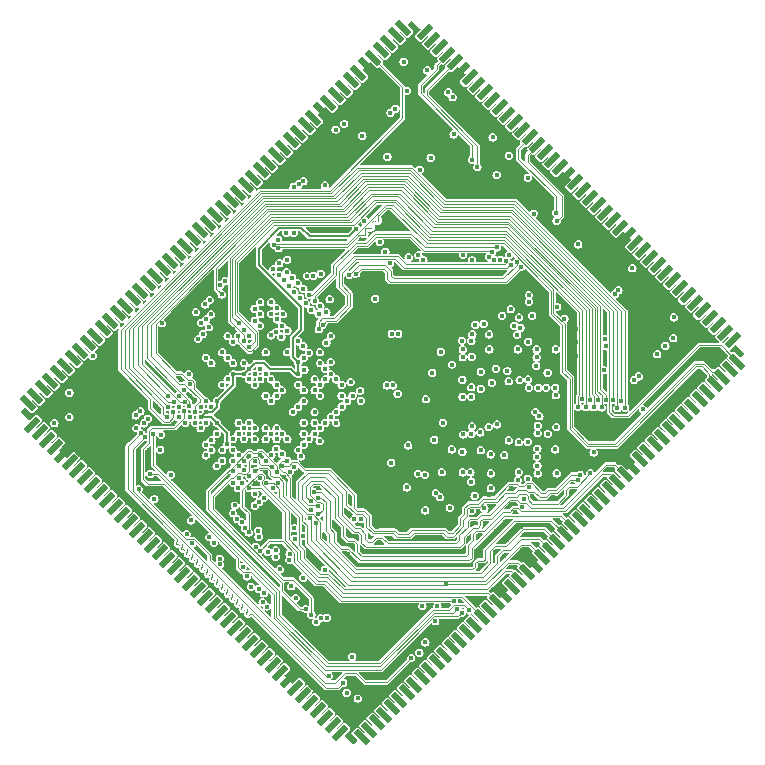
<source format=gbr>
%TF.GenerationSoftware,KiCad,Pcbnew,8.0.0-rc1*%
%TF.CreationDate,2025-03-14T10:19:49+03:00*%
%TF.ProjectId,SMX66_V1.0,534d5836-365f-4563-912e-302e6b696361,rev?*%
%TF.SameCoordinates,Original*%
%TF.FileFunction,Copper,L5,Inr*%
%TF.FilePolarity,Positive*%
%FSLAX46Y46*%
G04 Gerber Fmt 4.6, Leading zero omitted, Abs format (unit mm)*
G04 Created by KiCad (PCBNEW 8.0.0-rc1) date 2025-03-14 10:19:49*
%MOMM*%
%LPD*%
G01*
G04 APERTURE LIST*
G04 Aperture macros list*
%AMRotRect*
0 Rectangle, with rotation*
0 The origin of the aperture is its center*
0 $1 length*
0 $2 width*
0 $3 Rotation angle, in degrees counterclockwise*
0 Add horizontal line*
21,1,$1,$2,0,0,$3*%
G04 Aperture macros list end*
%TA.AperFunction,CastellatedPad*%
%ADD10RotRect,1.500000X0.500000X315.000000*%
%TD*%
%TA.AperFunction,CastellatedPad*%
%ADD11RotRect,1.500000X0.500000X45.000000*%
%TD*%
%TA.AperFunction,ViaPad*%
%ADD12C,0.400050*%
%TD*%
%TA.AperFunction,Conductor*%
%ADD13C,0.088900*%
%TD*%
%TA.AperFunction,Conductor*%
%ADD14C,0.101600*%
%TD*%
%TA.AperFunction,Conductor*%
%ADD15C,0.200000*%
%TD*%
%TA.AperFunction,Conductor*%
%ADD16C,0.203200*%
%TD*%
%TA.AperFunction,Conductor*%
%ADD17C,0.096520*%
%TD*%
G04 APERTURE END LIST*
D10*
%TO.N,/VCC_3V3*%
%TO.C,U1*%
X146376438Y-64025579D03*
X145740042Y-64661975D03*
X145103646Y-65298371D03*
%TO.N,/[VCC_CPU]-[RTC]/VCC_RTC*%
X144467250Y-65934767D03*
%TO.N,/RK3566_1/GPIO0_B0_u*%
X143830855Y-66571162D03*
%TO.N,GND*%
X143194457Y-67207560D03*
%TO.N,/RK3566_2/HDMITX_CEC_M0*%
X142558061Y-67843956D03*
%TO.N,/RK3566_2/HDMITX_SDA*%
X141921665Y-68480352D03*
%TO.N,/RK3566_2/HDMITX_SCL*%
X141285269Y-69116748D03*
%TO.N,/RK3566_3/GPIO3_B4_d*%
X140648873Y-69753144D03*
%TO.N,/RK3566_3/GPIO3_C0_d*%
X140012477Y-70389540D03*
%TO.N,GND*%
X139376081Y-71025936D03*
%TO.N,/RK3566_3/GPIO3_B5_d*%
X138739685Y-71662332D03*
%TO.N,/RK3566_3/GMAC1_TXD1_M0*%
X138103289Y-72298728D03*
%TO.N,/RK3566_3/GMAC1_TXEN_M0*%
X137466893Y-72935124D03*
%TO.N,/RK3566_3/GPIO3_B3_d*%
X136830496Y-73571521D03*
%TO.N,/RK3566_3/GMAC1_RXD1_M0*%
X136194101Y-74207916D03*
%TO.N,/RK3566_3/GMAC1_RXD0_M0*%
X135557704Y-74844313D03*
%TO.N,/RK3566_3/GPIO3_A5_d*%
X134921308Y-75480709D03*
%TO.N,/RK3566_3/GPIO3_A4_d*%
X134284912Y-76117105D03*
%TO.N,/RK3566_3/GPIO3_A7_d*%
X133648516Y-76753501D03*
%TO.N,/RK3566_3/GPIO3_A2_d*%
X133012120Y-77389897D03*
%TO.N,/RK3566_3/GPIO3_A3_d*%
X132375724Y-78026293D03*
%TO.N,/RK3566_3/GPIO3_A6_d*%
X131739329Y-78662688D03*
%TO.N,/RK3566_4/MIPI_DSI_TX0_D3N*%
X131102932Y-79299085D03*
%TO.N,/RK3566_4/MIPI_DSI_TX0_D3P*%
X130466535Y-79935482D03*
%TO.N,/RK3566_4/MIPI_DSI_TX0_D2N*%
X129830140Y-80571877D03*
%TO.N,/RK3566_4/MIPI_DSI_TX0_D2P*%
X129193743Y-81208274D03*
%TO.N,/RK3566_4/MIPI_DSI_TX0_D1N*%
X128557347Y-81844670D03*
%TO.N,/RK3566_4/MIPI_DSI_TX0_D1P*%
X127920951Y-82481066D03*
%TO.N,/RK3566_4/MIPI_DSI_TX0_D0N*%
X127284555Y-83117462D03*
%TO.N,/RK3566_4/MIPI_DSI_TX0_D0P*%
X126648159Y-83753858D03*
%TO.N,/RK3566_4/MIPI_DSI_TX0_CLKN*%
X126011763Y-84390254D03*
%TO.N,/RK3566_4/MIPI_DSI_TX0_CLKP*%
X125375368Y-85026649D03*
%TO.N,/RK3566_4/HDMI_TX_HPDIN*%
X124738970Y-85663047D03*
%TO.N,/RK3566_4/HDMI_TXCLKN*%
X124102574Y-86299443D03*
%TO.N,/RK3566_4/HDMI_TXCLKP*%
X123466179Y-86935838D03*
%TO.N,/RK3566_4/HDMI_TX0N*%
X122829782Y-87572235D03*
%TO.N,/RK3566_4/HDMI_TX0P*%
X122193386Y-88208631D03*
%TO.N,/RK3566_4/HDMI_TX1N*%
X121556990Y-88845027D03*
%TO.N,/RK3566_4/HDMI_TX1P*%
X120920594Y-89481423D03*
%TO.N,/RK3566_4/HDMI_TX2N*%
X120284198Y-90117819D03*
%TO.N,/RK3566_4/HDMI_TX2P*%
X119647802Y-90754215D03*
%TO.N,/RK3566_5/MIPI_CSI_RX_CLK1N*%
X119011406Y-91390611D03*
%TO.N,/RK3566_5/MIPI_CSI_RX_CLK1P*%
X118375009Y-92027008D03*
%TO.N,/RK3566_5/MIPI_CSI_RX_D3N*%
X117738613Y-92663404D03*
%TO.N,/RK3566_5/MIPI_CSI_RX_D3P*%
X117102217Y-93299800D03*
%TO.N,/RK3566_5/MIPI_CSI_RX_D2N*%
X116465821Y-93936196D03*
%TO.N,/RK3566_5/MIPI_CSI_RX_D2P*%
X115829425Y-94572592D03*
%TO.N,/RK3566_5/MIPI_CSI_RX_D1P*%
X115193029Y-95208988D03*
%TO.N,/RK3566_5/MIPI_CSI_RX_D1N*%
X114556633Y-95845384D03*
D11*
%TO.N,/RK3566_5/MIPI_CSI_RX_D0N*%
X114945543Y-97648506D03*
%TO.N,/RK3566_5/MIPI_CSI_RX_D0P*%
X115581939Y-98284903D03*
%TO.N,/RK3566_5/MIPI_CSI_RX_CLK0N*%
X116218334Y-98921298D03*
%TO.N,/RK3566_5/MIPI_CSI_RX_CLK0P*%
X116854730Y-99557695D03*
%TO.N,GND*%
X117491126Y-100194091D03*
%TO.N,/RK3566_1/GPIO0_C4_d*%
X118127522Y-100830487D03*
%TO.N,/RK3566_1/GPIO0_C3_d*%
X118763918Y-101466883D03*
%TO.N,/RK3566_1/GPIO0_C2_d*%
X119400315Y-102103279D03*
%TO.N,/RK3566_6/PCIE20_SATA2_RXP*%
X120036711Y-102739675D03*
%TO.N,/RK3566_6/PCIE20_SATA2_RXN*%
X120673107Y-103376070D03*
%TO.N,/RK3566_6/PCIE20_SATA2_TXN*%
X121309504Y-104012467D03*
%TO.N,/RK3566_6/PCIE20_SATA2_TXP*%
X121945900Y-104648864D03*
%TO.N,/RK3566_6/PCIE20_REFCLKP*%
X122582295Y-105285259D03*
%TO.N,/RK3566_6/PCIE20_REFCLKN*%
X123218691Y-105921656D03*
%TO.N,/RK3566_6/USB3_HOST1_SSTXP*%
X123855087Y-106558052D03*
%TO.N,/RK3566_6/USB3_HOST1_SSTXN*%
X124491483Y-107194448D03*
%TO.N,/RK3566_6/USB3_HOST1_SSRXP*%
X125127879Y-107830844D03*
%TO.N,/RK3566_6/USB3_HOST1_SSRXN*%
X125764276Y-108467240D03*
%TO.N,/RK3566_6/USB_OTG0_DN*%
X126400671Y-109103635D03*
%TO.N,/RK3566_6/USB_OTG0_DP*%
X127037068Y-109740031D03*
%TO.N,/RK3566_6/USB3_HOST1_DP*%
X127673465Y-110376429D03*
%TO.N,/RK3566_6/USB3_HOST1_DN*%
X128309860Y-111012824D03*
%TO.N,/RK3566_4/EDP_TXD2N*%
X128946256Y-111649220D03*
%TO.N,/RK3566_4/EDP_TXD2P*%
X129582652Y-112285617D03*
%TO.N,/RK3566_4/EDP_TXD1N*%
X130219048Y-112922013D03*
%TO.N,/RK3566_4/EDP_TXD1P*%
X130855444Y-113558409D03*
%TO.N,/RK3566_4/EDP_TXD0N*%
X131491840Y-114194805D03*
%TO.N,/RK3566_4/EDP_TXD0P*%
X132128237Y-114831201D03*
%TO.N,/RK3566_4/EDP_TXD3N*%
X132764632Y-115467596D03*
%TO.N,/RK3566_4/EDP_TXD3P*%
X133401029Y-116103993D03*
%TO.N,/RK3566_4/EDP_TX_AUXN*%
X134037426Y-116740390D03*
%TO.N,/RK3566_4/EDP_TX_AUXP*%
X134673821Y-117376785D03*
%TO.N,/RK3566_1/GPIO0_A4_u*%
X135310217Y-118013182D03*
%TO.N,/RK3566_7/SDMMC0_CLK{slash}TEST_CLKOUT{slash}UART5_TX_M0*%
X135946613Y-118649578D03*
%TO.N,GND*%
X136583009Y-119285974D03*
%TO.N,/RK3566_7/SDMMC0_CMD{slash}PWM10_M1{slash}UART5_RX_M0*%
X137219405Y-119922370D03*
%TO.N,/RK3566_7/SDMMC0_D3{slash}ARM_JTAG_TMS*%
X137855802Y-120558766D03*
%TO.N,/RK3566_7/SDMMC0_D2{slash}ARM_JTAG_TCK*%
X138492198Y-121195162D03*
%TO.N,/RK3566_7/SDMMC0_D1{slash}UART2_RX_M1{slash}UART6_RX_M1{slash}PWM9_M1*%
X139128593Y-121831557D03*
%TO.N,/RK3566_7/SDMMC0_D0{slash}UART2_TX_M1{slash}UART6_TX_M1{slash}PWM8_M1*%
X139764991Y-122467954D03*
%TO.N,/RK3566_6/USB_OTG0_ID*%
X140401387Y-123104351D03*
%TO.N,/RK3566_6/USB_OTG0_VBUSDET*%
X141037782Y-123740746D03*
D10*
%TO.N,/RK3566_2/GPIO2_B3_u*%
X142840904Y-124129655D03*
%TO.N,/RK3566_2/GPIO2_B4_u*%
X143477300Y-123493259D03*
%TO.N,/RK3566_2/GPIO2_B5_u*%
X144113697Y-122856863D03*
%TO.N,/RK3566_2/GPIO2_B6_u*%
X144750093Y-122220467D03*
%TO.N,/RK3566_2/GPIO2_B7_d*%
X145386489Y-121584071D03*
%TO.N,/RK3566_2/GPIO2_C0_d*%
X146022885Y-120947675D03*
%TO.N,/RK3566_2/GPIO2_C1_d*%
X146659281Y-120311279D03*
%TO.N,/RK3566_2/GPIO2_B2_u*%
X147295677Y-119674882D03*
%TO.N,/RK3566_2/GPIO2_C6_d*%
X147932073Y-119038486D03*
%TO.N,/RK3566_2/GPIO2_C2_d*%
X148568469Y-118402090D03*
%TO.N,/RK3566_2/GPIO2_C3_d*%
X149204865Y-117765694D03*
%TO.N,/RK3566_2/GPIO2_C4_d*%
X149841261Y-117129298D03*
%TO.N,/RK3566_2/GPIO2_C5_d*%
X150477658Y-116492902D03*
%TO.N,/RK3566_2/GPIO2_A6_u*%
X151114054Y-115856506D03*
%TO.N,/RK3566_2/GPIO2_A5_u*%
X151750450Y-115220110D03*
%TO.N,/RK3566_2/GPIO2_A4_u*%
X152386846Y-114583714D03*
%TO.N,/RK3566_2/GPIO2_A3_u*%
X153023242Y-113947318D03*
%TO.N,/RK3566_2/GPIO2_A7_u*%
X153659638Y-113310921D03*
%TO.N,/RK3566_2/GPIO2_B0_d*%
X154296034Y-112674525D03*
%TO.N,GND*%
X154932430Y-112038129D03*
%TO.N,/RK3566_2/SARADC_VIN3*%
X155568826Y-111401733D03*
%TO.N,/RK3566_2/SARADC_VIN2_HP_HOOK*%
X156205222Y-110765337D03*
%TO.N,/RK3566_2/SARADC_VIN0_KEY{slash}RECOVERY*%
X156841619Y-110128941D03*
%TO.N,GND*%
X157478015Y-109492545D03*
%TO.N,/RK3566_8/PCIE20_PERSTn_M2*%
X158114411Y-108856149D03*
%TO.N,/RK3566_8/PCIE20_WAKEn_M2*%
X158750807Y-108219753D03*
%TO.N,/RK3566_8/PCIE20_CLKREQn_M2*%
X159387203Y-107583357D03*
%TO.N,/RK3566_8/UART3_RX_M0*%
X160023599Y-106946960D03*
%TO.N,/RK3566_8/UART3_TX_M0*%
X160659995Y-106310564D03*
%TO.N,/RK3566_8/UART4_RX_M0*%
X161296391Y-105674168D03*
%TO.N,/RK3566_8/UART4_TX_M0*%
X161932787Y-105037772D03*
%TO.N,/RK3566_8/I2S1_LRCK_TX_M0*%
X162569184Y-104401376D03*
%TO.N,/RK3566_8/I2S1_SDI0_M0{slash}PDM_SDI0_M0*%
X163205580Y-103764980D03*
%TO.N,/RK3566_8/I2S1_SCLK_TX_M0*%
X163841976Y-103128584D03*
%TO.N,/RK3566_8/I2S1_SDO0_M0*%
X164478372Y-102492188D03*
%TO.N,/RK3566_8/I2S1_MCLK_M0*%
X165114768Y-101855792D03*
%TO.N,GND*%
X165751164Y-101219395D03*
%TO.N,/RK3566_1/SPI0_CS0_M0*%
X166387560Y-100582999D03*
%TO.N,/RK3566_1/SPI0_MISO_M0*%
X167023956Y-99946603D03*
%TO.N,/RK3566_1/SPI0_MOSI_M0*%
X167660352Y-99310207D03*
%TO.N,/RK3566_1/SPI0_CLK_M0*%
X168296748Y-98673811D03*
%TO.N,/RK3566_2/SPI3_CS0_M1*%
X168933145Y-98037415D03*
%TO.N,/RK3566_2/SPI3_MISO_M1*%
X169569541Y-97401019D03*
%TO.N,/RK3566_2/SPI3_MOSI_M1*%
X170205937Y-96764623D03*
%TO.N,/RK3566_2/SPI3_CLK_M1*%
X170842333Y-96128227D03*
%TO.N,/RK3566_1/LCD0_PWREN_H*%
X171478729Y-95491831D03*
%TO.N,/RK3566_1/PWM0_M0*%
X172115125Y-94855434D03*
%TO.N,/RK3566_3/UART5_RX_M1*%
X172751521Y-94219038D03*
%TO.N,/RK3566_3/UART5_TX_M1*%
X173387917Y-93582642D03*
%TO.N,/RK3566_1/UART2_RX_M0_DEBUG*%
X174024313Y-92946246D03*
%TO.N,/RK3566_1/UART2_TX_M0_DEBUG*%
X174660709Y-92309850D03*
D11*
%TO.N,/RK3566_2/SPDIF_TX_M2*%
X174271801Y-90506728D03*
%TO.N,/RK3566_1/GPIO0_A6_d*%
X173635405Y-89870332D03*
%TO.N,/RK3566_1/GPIO0_A3_u*%
X172999009Y-89233936D03*
%TO.N,/RK3566_1/GPIO0_A0_d*%
X172362612Y-88597539D03*
%TO.N,/RK3566_5/GPIO4_B0_d*%
X171726216Y-87961143D03*
%TO.N,/RK3566_5/CAMERAB_RST_L *%
X171089820Y-87324747D03*
%TO.N,/RK3566_5/CIFT_8BIT_D7*%
X170453424Y-86688351D03*
%TO.N,/RK3566_5/CIFT_8BIT_D6*%
X169817028Y-86051955D03*
%TO.N,/RK3566_5/CIFT_8BIT_D5*%
X169180632Y-85415559D03*
%TO.N,/RK3566_5/CIFT_8BIT_D4*%
X168544236Y-84779163D03*
%TO.N,/RK3566_5/CIFT_8BIT_D3*%
X167907840Y-84142767D03*
%TO.N,/RK3566_5/CIFT_8BIT_D2*%
X167271444Y-83506371D03*
%TO.N,/RK3566_5/CIFT_8BIT_D1*%
X166635047Y-82869974D03*
%TO.N,/RK3566_5/CIFT_8BIT_D0*%
X165998651Y-82233578D03*
%TO.N,GND*%
X165362255Y-81597182D03*
%TO.N,/RK3566_6/USB2_HOST2_DN*%
X164725859Y-80960786D03*
%TO.N,/RK3566_6/USB2_HOST2_DP*%
X164089463Y-80324390D03*
%TO.N,/RK3566_6/USB2_HOST3_DP*%
X163453067Y-79687994D03*
%TO.N,/RK3566_6/USB2_HOST3_DN*%
X162816671Y-79051598D03*
%TO.N,/RK3566_5/CIFT_8BIT_VSYNC*%
X162180275Y-78415202D03*
%TO.N,/RK3566_5/CIFT_8BIT_HREF*%
X161543879Y-77778806D03*
%TO.N,/RK3566_5/CIFT_8BIT_CLKIN*%
X160907483Y-77142410D03*
%TO.N,GND*%
X160271086Y-76506013D03*
%TO.N,/RK3566_5/CIF_CLKOUT*%
X159634690Y-75869617D03*
%TO.N,/RK3566_5/GPIO3_D5_d*%
X158998294Y-75233221D03*
%TO.N,/RK3566_5/GPIO3_D4_d*%
X158361898Y-74596825D03*
%TO.N,/RK3566_5/GPIO3_D3_d*%
X157725502Y-73960429D03*
%TO.N,/RK3566_5/GPIO3_D2_d*%
X157089106Y-73324033D03*
%TO.N,/RK3566_5/GPIO3_D1_d*%
X156452710Y-72687637D03*
%TO.N,/RK3566_5/GPIO3_D0_d*%
X155816314Y-72051241D03*
%TO.N,/RK3566_5/GPIO3_C7_d*%
X155179918Y-71414845D03*
%TO.N,/RK3566_5/GPIO3_C6_d*%
X154543522Y-70778449D03*
%TO.N,/RK3566_5/GPIO4_B4_d*%
X153907125Y-70142052D03*
%TO.N,/RK3566_5/GPIO4_B5_d_1V8*%
X153270729Y-69505656D03*
%TO.N,/RK3566_5/I2C4_SDA_M0_1V8*%
X152634333Y-68869260D03*
%TO.N,/RK3566_5/I2C4_SCL_M0_1V8*%
X151997937Y-68232864D03*
%TO.N,GND*%
X151361541Y-67596468D03*
%TO.N,/RK3566_1/GPIO0_B4_u*%
X150725145Y-66960072D03*
%TO.N,/RK3566_1/GPIO0_B3_u*%
X150088749Y-66323676D03*
%TO.N,/RK3566_1/GPIO0_A5_d*%
X149452353Y-65687280D03*
%TO.N,/RK3566_3/GMAC1_MDIO_M0*%
X148815957Y-65050884D03*
%TO.N,/RK3566_3/GMAC1_MDC_M0*%
X148179561Y-64414488D03*
%TD*%
D12*
%TO.N,/EMMC/eMMC_RSTn*%
X138595485Y-113727465D03*
X135221391Y-101217654D03*
%TO.N,Net-(U1000T-EDP_TX_AVDD_0V9)*%
X131957605Y-99790995D03*
%TO.N,/[VCC_CPU]-[RTC]/VDD_CPU*%
X135634565Y-97952515D03*
X134715325Y-98871755D03*
X136553805Y-98871755D03*
X135634565Y-98871755D03*
X147985485Y-112996640D03*
X135174945Y-98412135D03*
X134715325Y-97952515D03*
X136094185Y-98412135D03*
%TO.N,/RK3566_1/PMUPLL_AVDD_1V8*%
X143985485Y-86987465D03*
X135205485Y-100217465D03*
X130578745Y-98412135D03*
X137932675Y-91977455D03*
X126667873Y-101869853D03*
X137999786Y-92996545D03*
X129210210Y-97942190D03*
X132876845Y-92437075D03*
X131038365Y-94275555D03*
X131957605Y-98871755D03*
X134727128Y-100722039D03*
X137905485Y-77027465D03*
X132417215Y-100250625D03*
X149255485Y-112996640D03*
X131957605Y-92437075D03*
X131497985Y-93815935D03*
X128395485Y-105757465D03*
%TO.N,/LPDDR4/VCC0V6_DDR*%
X153788285Y-101775865D03*
X151375285Y-99921665D03*
X156149475Y-101668935D03*
X159274685Y-91279065D03*
X137932675Y-94735175D03*
X153774315Y-103029615D03*
X153664335Y-91272465D03*
X168565485Y-90977465D03*
X152111885Y-102461665D03*
X156054725Y-102332125D03*
X157674485Y-100378865D03*
X167865485Y-91687465D03*
X152151005Y-91900855D03*
X137932675Y-95654415D03*
X151335915Y-90524685D03*
X146666385Y-102953415D03*
X157625465Y-92647365D03*
X169215485Y-90327465D03*
X156939665Y-90632635D03*
X157025485Y-102957465D03*
X159343775Y-101770785D03*
X164255485Y-86607465D03*
X153632835Y-90003985D03*
X149539885Y-91458645D03*
X149629295Y-101677825D03*
X137473045Y-94275555D03*
X137473045Y-96114035D03*
X156057525Y-91279065D03*
X164575485Y-86267465D03*
X137013425Y-96573655D03*
X156010275Y-90026335D03*
%TO.N,/POWER/VCC0V9_2*%
X135634565Y-95194795D03*
X136094185Y-94735175D03*
X145685485Y-70897465D03*
X134715325Y-95194795D03*
X135634565Y-94275555D03*
X128814545Y-88118405D03*
X135174945Y-93815935D03*
X135174945Y-95654415D03*
X145285485Y-71237465D03*
%TO.N,/POWER/VCC0V9_1*%
X133796085Y-94275555D03*
X132876845Y-98871755D03*
X147755485Y-76067465D03*
X125937618Y-89059598D03*
X133336465Y-93815935D03*
X134255705Y-92896695D03*
X132876845Y-97952515D03*
X148685485Y-75057465D03*
X133796075Y-97952515D03*
X134255705Y-93815935D03*
X132417225Y-97492895D03*
X134715325Y-93356315D03*
X133336465Y-98412135D03*
X133336465Y-97492895D03*
X133796075Y-98871755D03*
X132417225Y-98412135D03*
%TO.N,/LPDDR4/VCC_DDR*%
X159236845Y-94513755D03*
X157891655Y-96936655D03*
X147645485Y-83297465D03*
X152467485Y-89177465D03*
X155305175Y-98984155D03*
X156595485Y-103907465D03*
X151390015Y-95284395D03*
X149724285Y-97483265D03*
X148821575Y-93254675D03*
X153760605Y-100169575D03*
X137932645Y-97492895D03*
X139311505Y-94275555D03*
X154209415Y-92906955D03*
X148987685Y-98931065D03*
X156285485Y-89437465D03*
X159276465Y-95160435D03*
X154299585Y-97619155D03*
X148282885Y-95493580D03*
X148065485Y-83697465D03*
X138851885Y-93815935D03*
X152929765Y-94606715D03*
X155178935Y-93095925D03*
X138851885Y-94735175D03*
X152413635Y-103671975D03*
X138851885Y-96573655D03*
X139311505Y-95194795D03*
X152188085Y-97788065D03*
X157532505Y-96577505D03*
X155287395Y-93973245D03*
X158604885Y-98431955D03*
X159318125Y-97845215D03*
%TO.N,/RK3566_1/PMUPLL_AVDD_0V9*%
X142391556Y-81053536D03*
X130578745Y-97492895D03*
X133336465Y-92896695D03*
X129659505Y-96573655D03*
X129199885Y-97033275D03*
X132876845Y-93356315D03*
X137473045Y-93356315D03*
X137486295Y-92382277D03*
X131445485Y-99317465D03*
X131957605Y-93356315D03*
X130578745Y-95654415D03*
%TO.N,/EMMC/VCC3V3_FLASH*%
X137265485Y-112327465D03*
X141565485Y-120328290D03*
%TO.N,GND*%
X132884085Y-95197265D03*
X155831720Y-105076579D03*
X146344105Y-100111865D03*
X150599575Y-95392085D03*
X156867785Y-86034725D03*
X156921635Y-92518335D03*
X149234575Y-102037485D03*
X143448505Y-104023465D03*
X128745485Y-95587465D03*
X141145485Y-86817465D03*
X140885485Y-106447465D03*
X144889655Y-90327325D03*
X154855095Y-108760815D03*
X136405485Y-81894673D03*
X155287395Y-100870105D03*
X149360305Y-106175915D03*
X134255735Y-100227465D03*
X155972685Y-93292265D03*
X137583085Y-95197265D03*
X142053473Y-107859477D03*
X137473025Y-98871755D03*
X152721495Y-107084415D03*
X134255695Y-98412135D03*
X150537085Y-108379865D03*
X129659505Y-92896695D03*
X160951085Y-91819065D03*
X152735485Y-104929650D03*
X147572885Y-95408584D03*
X152797685Y-95298865D03*
X149325765Y-86968685D03*
X157316855Y-89177725D03*
X148606685Y-84783265D03*
X152100205Y-93927265D03*
X133265085Y-104011065D03*
X136643285Y-97940465D03*
X159235315Y-93251375D03*
X130471085Y-91082465D03*
X144466485Y-84783265D03*
X133315485Y-88327465D03*
X148047885Y-108379865D03*
X135655485Y-90647465D03*
X134715315Y-90598605D03*
X135174945Y-91977455D03*
X137938685Y-93800265D03*
X159071485Y-103782465D03*
X148236355Y-106175915D03*
X129677291Y-98423517D03*
X155485005Y-103043325D03*
X144296815Y-85878265D03*
X148462415Y-107242715D03*
X152137285Y-100455065D03*
X145733695Y-85878265D03*
X122545485Y-98827465D03*
X155388485Y-91158665D03*
X124839296Y-99765795D03*
X158520305Y-101660295D03*
X159604885Y-101013865D03*
X142640735Y-85324035D03*
X151660785Y-85878265D03*
X125408365Y-96078345D03*
X131935485Y-89587465D03*
X156429895Y-108252815D03*
X144816495Y-95007785D03*
X142500785Y-86968685D03*
X132858685Y-96111665D03*
X136465485Y-96111665D03*
X152594485Y-108405265D03*
X152898525Y-91297095D03*
X149153805Y-105027825D03*
X141665485Y-108637465D03*
X151045485Y-109517465D03*
X134725618Y-86790310D03*
X153868555Y-92231055D03*
X143094895Y-95189595D03*
X133336495Y-99331375D03*
X151349885Y-94562265D03*
X138392265Y-97952515D03*
X153652905Y-90650415D03*
X128280645Y-98871755D03*
X147207705Y-99095865D03*
X147145935Y-105065925D03*
X149539885Y-90919905D03*
X143398925Y-86070545D03*
X151945485Y-71327465D03*
X135625485Y-91577465D03*
X145211725Y-91523665D03*
X149684915Y-88046155D03*
X146013905Y-94523865D03*
X134715325Y-94275555D03*
X147967115Y-89501825D03*
X140173885Y-96035465D03*
X154389255Y-93973245D03*
X145988505Y-106004665D03*
X126845485Y-97567465D03*
X139771155Y-96573655D03*
X151895485Y-107277465D03*
X158598535Y-99072295D03*
X131969685Y-96111665D03*
X142383685Y-95984665D03*
X160951085Y-90650665D03*
X134255705Y-91977455D03*
X152222621Y-106016790D03*
X128280645Y-97952515D03*
X133795485Y-99697465D03*
X143932325Y-88046155D03*
X138865285Y-92796665D03*
X156556868Y-107018848D03*
X149180725Y-97385735D03*
X154022885Y-87387675D03*
X128855485Y-92567465D03*
X139182660Y-103017465D03*
X157263005Y-103707795D03*
X158538085Y-91297095D03*
X136109885Y-95679865D03*
X134715485Y-97127465D03*
X150563755Y-97583345D03*
X136315485Y-109427465D03*
X141131845Y-97226795D03*
X135174945Y-96573655D03*
X141873705Y-104023465D03*
X118985485Y-94677465D03*
X153610485Y-84783265D03*
X145201105Y-107249265D03*
X136567085Y-94257465D03*
X148447175Y-98463205D03*
X152905485Y-109547465D03*
X136094185Y-96573655D03*
X143965485Y-116507465D03*
X137013425Y-93815935D03*
X143092905Y-102042265D03*
X156854825Y-101682145D03*
X134297172Y-91097369D03*
X159325485Y-92250865D03*
X147512505Y-97521065D03*
X130119125Y-93356315D03*
X135652685Y-96111665D03*
X134795485Y-89687465D03*
X147362085Y-109522865D03*
X144210505Y-103159865D03*
X151505845Y-86968685D03*
X127821025Y-98412135D03*
X128883085Y-99654665D03*
X137473025Y-97952515D03*
X133327565Y-100259545D03*
X152975485Y-101826665D03*
X139010065Y-91110105D03*
X139596556Y-111526394D03*
X156886075Y-101175155D03*
X152128905Y-98968915D03*
X130119125Y-95194795D03*
X150664085Y-103757065D03*
X149719465Y-92356785D03*
X142381705Y-107122265D03*
X136541685Y-97026065D03*
X156959985Y-99776885D03*
X151400685Y-104112665D03*
X133815219Y-91537731D03*
X131058296Y-101610276D03*
X138395885Y-94282865D03*
X140230765Y-95194795D03*
X148884105Y-94574665D03*
X135627285Y-92428665D03*
X160405485Y-92347465D03*
X148966605Y-88046155D03*
X144305485Y-107597465D03*
X160570085Y-100632865D03*
X146541925Y-89572945D03*
X145888885Y-109522865D03*
X143816505Y-89721025D03*
X134275485Y-96597465D03*
X134705582Y-101637562D03*
X142772885Y-90057675D03*
X127550085Y-93851065D03*
X132401485Y-95654465D03*
X137473045Y-91517835D03*
X145264055Y-108379865D03*
X157699895Y-106957465D03*
X149857635Y-99679095D03*
X153782695Y-102459635D03*
X156108575Y-99786035D03*
X159059045Y-96667165D03*
X157669405Y-93578275D03*
X160951085Y-89558465D03*
X159346315Y-90632635D03*
X136293478Y-102109472D03*
X149267085Y-109522865D03*
X144582885Y-98537065D03*
X122535587Y-101727567D03*
X150509905Y-101624485D03*
X133325485Y-95627465D03*
X159687695Y-87058345D03*
X145605425Y-102766725D03*
X160341485Y-87653465D03*
X132395485Y-96567465D03*
X132405485Y-91087465D03*
X156903855Y-96511465D03*
X134719924Y-87801904D03*
X148516265Y-103222905D03*
X141570175Y-105090265D03*
X132426885Y-93825665D03*
X133336465Y-96573655D03*
X141418485Y-93495465D03*
X132401485Y-92911265D03*
X149146185Y-85878265D03*
X140218595Y-98097185D03*
X151832485Y-84783265D03*
X149038485Y-100937665D03*
X139771165Y-95654415D03*
X152054485Y-91279065D03*
X133825485Y-96107465D03*
X159400165Y-98577245D03*
X151934085Y-89075865D03*
X155365485Y-76267465D03*
X147205115Y-103312565D03*
X156840095Y-97767245D03*
X144599585Y-86968685D03*
X154982085Y-91800015D03*
X141995485Y-85967465D03*
X149108845Y-104318405D03*
X147060692Y-101593290D03*
X157019925Y-95166785D03*
X152795405Y-97722535D03*
X155020185Y-105919115D03*
X123790895Y-96162415D03*
X137989485Y-90066465D03*
X137013425Y-89219735D03*
X134715837Y-99687112D03*
X129654389Y-94702517D03*
X150403485Y-86968685D03*
X158485505Y-95410125D03*
X153834765Y-104499005D03*
X147512505Y-96505065D03*
X154169285Y-108405265D03*
X154225485Y-106687465D03*
X152979295Y-100645565D03*
X154220085Y-100429665D03*
X154209675Y-95230545D03*
X139311525Y-96114035D03*
X153673985Y-99242985D03*
X159286625Y-99050195D03*
X156302885Y-106271665D03*
X132835485Y-91557465D03*
X156957695Y-91297095D03*
X157351145Y-87778435D03*
X131497985Y-100250615D03*
X138497485Y-99820065D03*
X157750695Y-95171815D03*
X145480505Y-104429865D03*
X135625485Y-100647465D03*
X147978795Y-85878265D03*
X147543185Y-107242715D03*
X131957605Y-97033275D03*
X150958725Y-104803295D03*
X133899460Y-106067465D03*
X159247505Y-102324765D03*
X132426885Y-94740065D03*
X154175125Y-85878265D03*
X155155485Y-107397465D03*
X158468745Y-97796195D03*
X155502785Y-96451775D03*
X130036811Y-100647182D03*
X131485485Y-97507465D03*
X139685485Y-107137465D03*
X136553805Y-93356315D03*
X149539885Y-107242715D03*
X148607445Y-89123875D03*
X140700045Y-92857995D03*
X147819285Y-102283865D03*
X158536815Y-87536375D03*
X134255735Y-99331375D03*
X138851885Y-91977455D03*
X133833398Y-102569552D03*
X159614535Y-88182805D03*
X155464193Y-104397465D03*
X147082685Y-84783265D03*
X143525485Y-108347465D03*
X153585485Y-103577465D03*
X150403485Y-88046155D03*
X150427105Y-91254175D03*
X140690375Y-95654415D03*
X156795485Y-84783265D03*
X153097405Y-85878265D03*
X130578745Y-93815935D03*
X160586310Y-103317465D03*
X145277305Y-93457065D03*
X137473045Y-97033275D03*
X131531894Y-96598157D03*
X128319924Y-95213026D03*
X137655485Y-112767465D03*
X134665485Y-85277465D03*
X128740265Y-98412135D03*
X155430905Y-101708305D03*
X147978795Y-86968685D03*
X136541685Y-95197265D03*
X133795485Y-97087465D03*
X159365485Y-105737465D03*
X155269365Y-92364665D03*
X150313565Y-85878265D03*
X153425485Y-107567465D03*
X135174945Y-91058215D03*
X144265315Y-89271955D03*
X150232285Y-84783265D03*
X149622685Y-108379865D03*
X143355485Y-73597465D03*
X156242945Y-96451775D03*
X153837565Y-97273215D03*
X145736485Y-84783265D03*
X136553805Y-92437075D03*
X131038365Y-93356315D03*
X135174945Y-94735175D03*
X131038365Y-98871755D03*
X147977525Y-104264565D03*
X144618885Y-109522865D03*
X131019088Y-97051067D03*
X145464195Y-87237925D03*
X134715315Y-88760125D03*
X131497985Y-101169855D03*
X153291975Y-105994805D03*
X149698885Y-93520865D03*
X147260235Y-89393365D03*
X130578745Y-92896695D03*
X144125485Y-106307465D03*
%TO.N,Net-(U3-EN)*%
X166655485Y-96347465D03*
%TO.N,Net-(U3-FB{slash}OUT)*%
X163365485Y-93037465D03*
%TO.N,Net-(U5-EN)*%
X150545485Y-69927465D03*
%TO.N,Net-(U6-EN)*%
X148405485Y-67657465D03*
%TO.N,/RK3566_6/USB_OTG0_VBUSDET*%
X130835485Y-108987465D03*
%TO.N,/RK3566_2/SARADC_VIN0_KEY{slash}RECOVERY*%
X133811817Y-101607744D03*
X149955485Y-111178290D03*
%TO.N,/RK3566_2/SARADC_VIN1_EVB_HW_ID*%
X134246992Y-102123816D03*
%TO.N,Net-(U2210-EN)*%
X155315485Y-74867465D03*
%TO.N,Net-(U2210-FB{slash}OUT)*%
X156915485Y-76737465D03*
%TO.N,/RK3566_2/SARADC_VIN3*%
X149064004Y-114286805D03*
X134179495Y-104163425D03*
%TO.N,/RK3566_5/VCCIO6*%
X151435485Y-83258290D03*
X136553805Y-91517835D03*
%TO.N,Net-(U4000A-VDDi)*%
X134809414Y-113043536D03*
%TO.N,/RK3566_4/HDMI_TX_HPDIN*%
X127371046Y-95181904D03*
%TO.N,/[VCC_CPU]-[RTC]/VCC_RTC*%
X144371995Y-82143975D03*
X137498402Y-77281892D03*
%TO.N,Net-(U5-FB{slash}OUT)*%
X153925485Y-73327465D03*
%TO.N,/LPDDR4/LPDDR4_RESETn*%
X145338329Y-100872231D03*
X157725285Y-99667665D03*
X138851885Y-97492895D03*
%TO.N,Net-(U6-FB{slash}OUT)*%
X150173086Y-69517266D03*
%TO.N,/EMMC/eMMC_D0{slash}FLASH_D0*%
X135555485Y-108819994D03*
%TO.N,/RK3566_5/I2C4_SCL_M0_1V8*%
X153904211Y-83004744D03*
X138857627Y-87159607D03*
%TO.N,/RK3566_5/I2C4_SDA_M0_1V8*%
X138399414Y-86641394D03*
X154283875Y-82638290D03*
%TO.N,/RK3566_1/I2C0_SDA*%
X124146945Y-98364195D03*
X141285485Y-119487465D03*
%TO.N,/RK3566_1/I2C0_SCL*%
X147035485Y-117407465D03*
X124485988Y-98704049D03*
%TO.N,Net-(U3800A-ZQ1)*%
X155769485Y-89253665D03*
X163465485Y-90397465D03*
%TO.N,Net-(U3800A-ZQ0)*%
X153178685Y-89101265D03*
X163492185Y-91017465D03*
%TO.N,/[VCC_CPU]-[RTC]/PMIC_SLEEP_H*%
X127915485Y-97507465D03*
X123965485Y-103107465D03*
X140084414Y-118928536D03*
%TO.N,/RK3566_1/DVP_PWREN0_H_GPIO0_C1*%
X118101437Y-97001841D03*
X128280645Y-97033275D03*
%TO.N,/RK3566_2/HDMITX_SCL*%
X140639425Y-72658205D03*
X130846310Y-85857465D03*
%TO.N,/RK3566_2/HDMITX_SDA*%
X141360485Y-72182465D03*
X131265485Y-85507465D03*
%TO.N,/RK3566_DDR/DDR_RZQ*%
X139771125Y-93815935D03*
%TO.N,/RK3566_1/TSADC_SHUT_M0*%
X127361405Y-97033275D03*
X120070587Y-91822567D03*
%TO.N,/RK3566_1/TVSS*%
X116825485Y-97517465D03*
X129659505Y-97492895D03*
%TO.N,/RK3566_1/GPIO0_B3_u*%
X144849414Y-83001394D03*
X123775485Y-97927465D03*
X152183050Y-75216647D03*
X136475485Y-81417465D03*
%TO.N,/RK3566_1/GPIO0_B4_u*%
X135785485Y-81986640D03*
X124722384Y-97154218D03*
X152645485Y-75837465D03*
X145249414Y-83981394D03*
%TO.N,/RK3566_4/HDMI_TX_REXT*%
X127804924Y-94698026D03*
%TO.N,/EMMC/eMMC_CMD*%
X139369985Y-114017964D03*
X137896556Y-107066394D03*
%TO.N,/EMMC/eMMC_DATA_STROBE*%
X138115485Y-113257465D03*
X135635485Y-101677465D03*
%TO.N,/RK3566_1/GPIO0_C0_d*%
X137079092Y-77515622D03*
X127355485Y-96127465D03*
%TO.N,/RK3566_8/UART4_RX_M0*%
X137125485Y-101227465D03*
%TO.N,/RK3566_8/PCIE20_WAKEn_M2*%
X139005485Y-105997465D03*
%TO.N,/RK3566_8/I2S1_SCLK_TX_M0*%
X139123343Y-104527465D03*
X162185485Y-101757465D03*
%TO.N,/RK3566_5/CAMERAB_RST_L *%
X137647398Y-86899378D03*
%TO.N,/RK3566_5/MIPI_CSI_RX_D2P*%
X129674829Y-88729050D03*
%TO.N,/RK3566_2/GPIO2_A5_u*%
X133335485Y-102007465D03*
%TO.N,/RK3566_5/CIFT_8BIT_D6*%
X136045485Y-90187465D03*
X139371556Y-84873536D03*
%TO.N,/RK3566_1/GPIO0_C2_d*%
X124407528Y-97544160D03*
%TO.N,/RK3566_2/GPIO2_B5_u*%
X131944677Y-105138513D03*
%TO.N,/RK3566_5/MIPI_CSI_RX_D1P*%
X129245485Y-89027465D03*
%TO.N,/RK3566_2/GPIO2_C5_d*%
X147735485Y-116967465D03*
X132295485Y-105647465D03*
%TO.N,/RK3566_3/GPIO3_A7_d*%
X133774070Y-87818880D03*
%TO.N,/RK3566_7/SDMMC0_CMD{slash}PWM10_M1{slash}UART5_RX_M0*%
X133136310Y-110501255D03*
X131982179Y-101604159D03*
%TO.N,/RK3566_1/PWM0_M0*%
X128740265Y-96573655D03*
X163161360Y-96192132D03*
%TO.N,/RK3566_5/CIFT_8BIT_CLKIN*%
X139856310Y-88147741D03*
X154066556Y-83666394D03*
%TO.N,/RK3566_5/CIFT_8BIT_D3*%
X138215485Y-85056640D03*
X136095485Y-89287465D03*
%TO.N,/RK3566_6/USB2_HOST3_DN*%
X155105485Y-83757465D03*
X139209851Y-89570958D03*
%TO.N,/RK3566_5/CIFT_8BIT_HREF*%
X137905485Y-91027465D03*
X154595485Y-83687465D03*
%TO.N,/RK3566_5/MIPI_CSI_RX_CLK0P*%
X131038365Y-91517835D03*
%TO.N,/RK3566_4/EDP_TXD3P*%
X130335485Y-107637465D03*
%TO.N,/RK3566_1/LCD0_PWREN_H*%
X126442165Y-96114035D03*
X164824660Y-95607465D03*
%TO.N,/RK3566_1/GPIO0_C4_d*%
X124105485Y-96529746D03*
%TO.N,/RK3566_6/USB2_HOST2_DN*%
X156351556Y-84271394D03*
X142367560Y-84913201D03*
%TO.N,/RK3566_3/GPIO3_B4_d*%
X134255705Y-88300495D03*
%TO.N,/RK3566_5/MIPI_CSI_RX_D0N*%
X129401187Y-89982418D03*
%TO.N,/RK3566_7/SDMMC0_D3{slash}ARM_JTAG_TMS*%
X132417225Y-101169855D03*
X133467135Y-111351888D03*
%TO.N,/RK3566_5/CIFT_8BIT_VSYNC*%
X139345485Y-87607465D03*
X155332627Y-83252465D03*
%TO.N,/RK3566_2/GPIO2_B6_u*%
X132783042Y-109680128D03*
%TO.N,/RK3566_7/SDMMC0_D2{slash}ARM_JTAG_TCK*%
X134126310Y-111543525D03*
X132735485Y-102547465D03*
%TO.N,/RK3566_2/GPIO2_A6_u*%
X133798495Y-104493625D03*
%TO.N,/RK3566_2/GPIO2_A7_u*%
X134225485Y-108337465D03*
X150649002Y-112581807D03*
%TO.N,/RK3566_8/PCIE20_PERSTn_M2*%
X138465485Y-105548290D03*
%TO.N,/RK3566_2/GPIO2_B0_d*%
X133279414Y-106763536D03*
%TO.N,/RK3566_1/UART2_TX_M0_DEBUG*%
X127876130Y-95712768D03*
%TO.N,/RK3566_5/CIFT_8BIT_D5*%
X169285485Y-88567465D03*
X137148107Y-86443439D03*
%TO.N,/RK3566_8/UART3_RX_M0*%
X139183604Y-103835584D03*
%TO.N,/RK3566_2/GPIO2_C0_d*%
X134085485Y-106617465D03*
%TO.N,/RK3566_1/UART2_RX_M0_DEBUG*%
X164153835Y-95537465D03*
X126442165Y-95194795D03*
%TO.N,/RK3566_5/GPIO3_D1_d*%
X135863350Y-83985330D03*
%TO.N,/RK3566_2/SPI3_MOSI_M1*%
X130980383Y-86612567D03*
X162499710Y-96168455D03*
%TO.N,/RK3566_2/GPIO2_A3_u*%
X133343454Y-103031638D03*
%TO.N,/RK3566_5/MIPI_CSI_RX_D3P*%
X129595485Y-87467465D03*
%TO.N,/RK3566_1/GPIO0_B0_u*%
X126901785Y-96547465D03*
%TO.N,/RK3566_5/CIFT_8BIT_D4*%
X138755485Y-85037465D03*
X136175485Y-88297465D03*
%TO.N,/RK3566_5/GPIO3_D2_d*%
X159325485Y-79717465D03*
X135819365Y-84965031D03*
%TO.N,/RK3566_8/UART4_TX_M0*%
X136769923Y-101634045D03*
%TO.N,/RK3566_2/GPIO2_C1_d*%
X133875485Y-107987465D03*
%TO.N,/RK3566_5/GPIO3_D4_d*%
X135669816Y-88736166D03*
%TO.N,/RK3566_8/I2S1_MCLK_M0*%
X138539414Y-104143536D03*
%TO.N,/RK3566_2/GPIO2_C3_d*%
X132483154Y-102132581D03*
X134575485Y-103817465D03*
%TO.N,/RK3566_8/I2S1_LRCK_TX_M0*%
X161140401Y-102334691D03*
X138515485Y-104867465D03*
%TO.N,/RK3566_5/MIPI_CSI_RX_CLK1P*%
X131497985Y-90138975D03*
%TO.N,/RK3566_1/SPI0_CS0_M0*%
X163492185Y-95517465D03*
X128265485Y-96097465D03*
%TO.N,/RK3566_5/GPIO4_B0_d*%
X137473045Y-90598595D03*
X140125485Y-87027465D03*
%TO.N,/RK3566_6/USB_OTG0_DN*%
X128025424Y-106939546D03*
%TO.N,/RK3566_4/EDP_TX_AUXN*%
X130569273Y-101144940D03*
%TO.N,/RK3566_2/GPIO2_B7_d*%
X132705485Y-105917465D03*
%TO.N,/RK3566_4/EDP_TXD3N*%
X129945485Y-107157465D03*
%TO.N,/RK3566_2/GPIO2_C2_d*%
X132955648Y-106393479D03*
%TO.N,/RK3566_2/GPIO2_A4_u*%
X132875485Y-101507465D03*
%TO.N,/RK3566_5/GPIO3_C7_d*%
X135205485Y-87297465D03*
%TO.N,/RK3566_5/MIPI_CSI_RX_CLK1N*%
X131955485Y-90647465D03*
%TO.N,/RK3566_5/GPIO3_D0_d*%
X135355390Y-84493290D03*
%TO.N,/RK3566_5/CIFT_8BIT_D1*%
X136289537Y-85430576D03*
%TO.N,/RK3566_5/MIPI_CSI_RX_CLK0N*%
X131497985Y-91977455D03*
%TO.N,/RK3566_3/GMAC1_MDIO_M0*%
X135165485Y-90097465D03*
%TO.N,/RK3566_5/GPIO3_C6_d*%
X135187836Y-88269708D03*
%TO.N,/RK3566_6/USB2_HOST2_DP*%
X155985485Y-83907465D03*
X141799414Y-84951394D03*
%TO.N,/RK3566_5/MIPI_CSI_RX_D0P*%
X128991029Y-90392576D03*
%TO.N,/RK3566_2/SPI3_CLK_M1*%
X132383070Y-90102769D03*
X161176410Y-96141145D03*
%TO.N,/RK3566_1/SPI0_MOSI_M0*%
X162830535Y-95522990D03*
X129659505Y-95654415D03*
%TO.N,/RK3566_2/GPIO2_C4_d*%
X133809827Y-103500982D03*
%TO.N,/RK3566_1/GPIO0_A3_u*%
X127789131Y-96517802D03*
X151311517Y-113586834D03*
%TO.N,/RK3566_3/GPIO3_B5_d*%
X134211730Y-89263710D03*
%TO.N,/RK3566_4/EDP_TX_AUXP*%
X131038365Y-100710235D03*
%TO.N,/RK3566_1/SPI0_CLK_M0*%
X165155485Y-96227465D03*
X126345485Y-97027465D03*
%TO.N,/RK3566_6/USB3_HOST1_DN*%
X129659505Y-100250615D03*
%TO.N,/RK3566_2/GPIO2_B2_u*%
X134896310Y-108405913D03*
%TO.N,/RK3566_1/GPIO0_C3_d*%
X123715485Y-96867465D03*
%TO.N,/RK3566_2/SPDIF_TX_M2*%
X132429065Y-89052835D03*
X161838060Y-96176078D03*
%TO.N,/RK3566_7/SDMMC0_D0{slash}UART2_TX_M1{slash}UART6_TX_M1{slash}PWM8_M1*%
X131957541Y-102549521D03*
X134456310Y-112688536D03*
%TO.N,/RK3566_3/GPIO3_A6_d*%
X133785485Y-88837465D03*
%TO.N,/RK3566_5/CIFT_8BIT_D7*%
X137445485Y-85687465D03*
%TO.N,/RK3566_8/UART3_TX_M0*%
X138845485Y-103387465D03*
%TO.N,/RK3566_6/USB2_HOST3_DP*%
X155495485Y-84107465D03*
X139528610Y-89207465D03*
%TO.N,/RK3566_3/UART5_TX_M1*%
X135426310Y-82397465D03*
%TO.N,/RK3566_6/USB_OTG0_ID*%
X130835485Y-109467518D03*
%TO.N,/RK3566_8/I2S1_SDI0_M0{slash}PDM_SDI0_M0*%
X136135771Y-101132937D03*
X161338064Y-101897465D03*
%TO.N,/RK3566_2/HDMITX_CEC_M0*%
X132915485Y-89607465D03*
%TO.N,/RK3566_1/GPIO0_A4_u*%
X125780767Y-99766640D03*
%TO.N,/RK3566_5/GPIO4_B5_d_1V8*%
X138581956Y-87913936D03*
%TO.N,/RK3566_5/CIFT_8BIT_D0*%
X165765485Y-84407465D03*
X136965485Y-85217465D03*
%TO.N,/RK3566_1/GPIO0_A6_d*%
X125189672Y-98400116D03*
X151973733Y-113364869D03*
%TO.N,/RK3566_2/SPI3_MISO_M1*%
X162168885Y-95517465D03*
X132876845Y-90598595D03*
%TO.N,/RK3566_5/CIFT_8BIT_D2*%
X136723084Y-85932746D03*
%TO.N,/RK3566_2/SPI3_CS0_M1*%
X133336455Y-91058225D03*
X161504695Y-95457234D03*
%TO.N,/RK3566_3/GMAC1_MDC_M0*%
X135625485Y-89797465D03*
%TO.N,/RK3566_1/SPI0_MISO_M0*%
X126942587Y-95696702D03*
X164484660Y-96248265D03*
%TO.N,/RK3566_8/PCIE20_CLKREQn_M2*%
X136553805Y-100710235D03*
%TO.N,/RK3566_5/CIF_CLKOUT*%
X153643467Y-83439578D03*
X139194660Y-88264940D03*
%TO.N,/RK3566_2/GPIO2_B3_u*%
X132404696Y-103029960D03*
%TO.N,/RK3566_5/MIPI_CSI_RX_D3N*%
X129975485Y-87097465D03*
%TO.N,/RK3566_6/USB_OTG0_DP*%
X128492406Y-107698053D03*
%TO.N,/RK3566_1/GPIO0_A5_d*%
X125860161Y-98502141D03*
X146395485Y-66917465D03*
%TO.N,/RK3566_2/GPIO2_B4_u*%
X132109284Y-104491264D03*
%TO.N,/RK3566_3/UART5_RX_M1*%
X135792816Y-82707503D03*
%TO.N,/RK3566_6/PCIE20_REFCLKN*%
X129659505Y-99331375D03*
%TO.N,/RK3566_5/GPIO3_D5_d*%
X136538429Y-83692379D03*
X135671359Y-87803339D03*
%TO.N,/RK3566_8/I2S1_SDO0_M0*%
X139182660Y-105217465D03*
%TO.N,/RK3566_5/MIPI_CSI_RX_D1N*%
X129899419Y-89402694D03*
%TO.N,/RK3566_5/GPIO4_B4_d*%
X138106201Y-87376291D03*
%TO.N,/RK3566_7/SDMMC0_D1{slash}UART2_RX_M1{slash}UART6_RX_M1{slash}PWM9_M1*%
X131957605Y-100710235D03*
%TO.N,/RK3566_3/GMAC1_TXD1_M0*%
X134246556Y-87276394D03*
%TO.N,/EMMC/eMMC_D2{slash}FLASH_D2*%
X137135485Y-106417465D03*
X135925485Y-109887465D03*
%TO.N,/RK3566_5/MIPI_CSI_RX_D2N*%
X130084987Y-88318892D03*
%TO.N,/RK3566_6/PCIE20_REFCLKP*%
X130119132Y-98957465D03*
%TO.N,/RK3566_5/GPIO3_D3_d*%
X136485485Y-84737465D03*
X159355485Y-80367465D03*
%TO.N,/RK3566_1/GPIO0_A0_d*%
X124940960Y-101794948D03*
X150948839Y-113272327D03*
X128740265Y-97492895D03*
%TO.N,/RK3566_6/USB3_HOST1_DP*%
X130119125Y-99790995D03*
%TO.N,/EMMC/eMMC_D6{slash}FLASH_D6*%
X136739113Y-108588952D03*
X135339783Y-103027210D03*
%TO.N,/LPDDR4/LPDDR4_A3_B*%
X154905885Y-100226465D03*
X140230745Y-97033275D03*
%TO.N,/LPDDR4/LPDDR4_CS1n_A*%
X151375285Y-93851065D03*
X144972505Y-94320665D03*
%TO.N,/RK3566_DDR/DDR_DQS1P_A*%
X157655185Y-91282115D03*
X157006975Y-87224715D03*
%TO.N,/RK3566_DDR/DDR_DQS0N_B*%
X149125865Y-103438295D03*
X151404755Y-101681885D03*
%TO.N,/LPDDR4/LPDDR4_CKE1_A*%
X141149985Y-94275555D03*
X153864485Y-94105065D03*
%TO.N,/LPDDR4/LPDDR4_A5_A*%
X142764685Y-95603665D03*
X158454775Y-94532045D03*
%TO.N,/RK3566_DDR/DDR_DQS1P_B*%
X142752545Y-105650335D03*
X157744085Y-101771045D03*
%TO.N,/LPDDR4/LPDDR4_CS0n_B*%
X141149985Y-96114035D03*
X152137285Y-98397665D03*
%TO.N,/LPDDR4/LPDDR4_A4_A*%
X142713885Y-94790865D03*
X157804785Y-94531785D03*
%TO.N,/LPDDR4/LPDDR4_CKE0_A*%
X145886905Y-95031865D03*
X152115185Y-95271435D03*
%TO.N,/RK3566_DDR/DDR_DQ14_B*%
X137473025Y-99790995D03*
X156903855Y-102235105D03*
%TO.N,/LPDDR4/LPDDR4_CKE0_B*%
X141609605Y-95654415D03*
X152873885Y-98296065D03*
%TO.N,/LPDDR4/LPDDR4_A2_B*%
X139771125Y-97492895D03*
X156145155Y-99141385D03*
%TO.N,/RK3566_DDR/DDR_DQ14_A*%
X155466975Y-87866575D03*
X140211485Y-92339465D03*
%TO.N,/RK3566_DDR/DDR_DM1_B*%
X137710085Y-100328065D03*
X156435485Y-104577465D03*
%TO.N,/LPDDR4/LPDDR4_A2_A*%
X141906925Y-94038015D03*
X156929755Y-93806615D03*
%TO.N,/RK3566_DDR/DDR_DQS0N_A*%
X145392825Y-89932105D03*
X151404755Y-91931845D03*
%TO.N,/LPDDR4/LPDDR4_A3_A*%
X141149985Y-95194795D03*
X157004945Y-94532045D03*
%TO.N,/RK3566_DDR/DDR_DQS0P_A*%
X145945275Y-89932105D03*
X151404755Y-91281855D03*
%TO.N,/RK3566_DDR/DDR_DQ13_A*%
X154730885Y-88426135D03*
X139771125Y-92896695D03*
%TO.N,/LPDDR4/LPDDR4_CS1n_B*%
X140690365Y-96573655D03*
X151452505Y-98479715D03*
%TO.N,/LPDDR4/LPDDR4_A4_B*%
X140690365Y-97492895D03*
X157733165Y-98360585D03*
%TO.N,/RK3566_DDR/DDR_DQS0P_B*%
X149485015Y-103797705D03*
X152054735Y-101682145D03*
%TO.N,/RK3566_DDR/DDR_DQS1N_B*%
X157725285Y-101115465D03*
X142192475Y-105650335D03*
%TO.N,/RK3566_DDR/DDR_DQ3_B*%
X139311505Y-97952515D03*
X147616085Y-101801265D03*
%TO.N,/RK3566_DDR/DDR_DM0_B*%
X138851885Y-98412135D03*
X148224415Y-104908705D03*
%TO.N,/RK3566_DDR/DDR_DM1_A*%
X157275455Y-88408105D03*
X139311505Y-91517835D03*
%TO.N,/LPDDR4/LPDDR4_A5_B*%
X157750685Y-97728125D03*
X146779415Y-99406305D03*
%TO.N,/RK3566_DDR/DDR_DM0_A*%
X140690365Y-93815935D03*
X152137285Y-90549065D03*
%TO.N,/RK3566_DDR/DDR_DQ6_B*%
X152178945Y-104957975D03*
X137932645Y-98412135D03*
%TO.N,/RK3566_DDR/DDR_DQ7_B*%
X150312295Y-104695595D03*
X138392265Y-98871755D03*
%TO.N,/LPDDR4/LPDDR4_CKE1_B*%
X142069225Y-95194795D03*
X153591695Y-97845215D03*
%TO.N,/LPDDR4/LPDDR4_CS0n_A*%
X145480505Y-94320665D03*
X152137285Y-94486065D03*
%TO.N,/RK3566_DDR/DDR_DQS1N_A*%
X157006975Y-86672265D03*
X157653405Y-91930325D03*
%TO.N,/RK3566_DDR/DDR_DQ15_A*%
X139311505Y-92437075D03*
X156167505Y-88567105D03*
%TO.N,/RK3566_DDR/DDR_DQ11_A*%
X159399145Y-87679885D03*
X139859435Y-90697405D03*
%TO.N,/RK3566_DDR/DDR_DQ5_B*%
X137932645Y-99331375D03*
X153232025Y-104741825D03*
%TO.N,/RK3566_DDR/DDR_DQ10_A*%
X160017635Y-88668195D03*
X140230785Y-90139115D03*
%TO.N,/RK3566_DDR/DDR_DQ2_B*%
X139284635Y-99031145D03*
X148200285Y-101902865D03*
%TO.N,/RK3566_DDR/DDR_DQ7_A*%
X140230745Y-93356315D03*
X152216025Y-90003985D03*
%TO.N,/EMMC/eMMC_D3{slash}FLASH_D3*%
X135799001Y-102550712D03*
X134565485Y-111927465D03*
%TO.N,/RK3566_4/MIPI_DSI_TX1_CLKN*%
X130119125Y-92437075D03*
%TO.N,/EMMC/eMMC_CLKOUT*%
X137200533Y-107292417D03*
X139868439Y-113986581D03*
%TO.N,/RK3566_3/GPIO3_A1_d*%
X133336465Y-90138975D03*
%TO.N,/RK3566_4/MIPI_DSI_TX1_CLKP*%
X129659505Y-91977455D03*
%TO.N,/RK3566_5/GPIO4_A6_d*%
X137915485Y-86157465D03*
%TO.N,/EMMC/eMMC_D7{slash}FLASH_D7*%
X135587515Y-108297465D03*
X136695485Y-109127465D03*
%TO.N,/RK3566_2/GPIO2_C6_d*%
X134125485Y-107127465D03*
%TO.N,/RK3566_5/GPIO4_A7_d*%
X136553805Y-89679355D03*
%TO.N,/FLASH/VCC_1V8_FLASH*%
X139724660Y-109927591D03*
X150468145Y-99746235D03*
X156887085Y-99083465D03*
X159238615Y-99748185D03*
X133795485Y-100737465D03*
X157399414Y-79773536D03*
X150491875Y-92554395D03*
X162475485Y-99997465D03*
X152934595Y-93152065D03*
X158587105Y-93249855D03*
X156221355Y-93865545D03*
X152924685Y-99820065D03*
%TO.N,/EMMC/VCCIO_1V8_FLASH*%
X136881034Y-111327644D03*
X139015485Y-114347465D03*
X137899960Y-110619683D03*
X136111556Y-100171394D03*
%TO.N,/VCC_3V3*%
X130119125Y-96114035D03*
X134715325Y-91517835D03*
X166315485Y-93557465D03*
X143075354Y-80370308D03*
X139739839Y-77374120D03*
X165895485Y-93877465D03*
X142911450Y-73195133D03*
X146825587Y-83477465D03*
X125296560Y-103937465D03*
X137081551Y-81423541D03*
X161176402Y-82388382D03*
X138385485Y-91547465D03*
X142520485Y-120832465D03*
X154270485Y-76502465D03*
X152185485Y-83697465D03*
X150625485Y-73067465D03*
X148245485Y-116077465D03*
X145025485Y-74967465D03*
X131038365Y-99790995D03*
X129199885Y-96114035D03*
X146675485Y-69387465D03*
X118105485Y-94927465D03*
X135623598Y-99692126D03*
X132876835Y-100710245D03*
X133796085Y-93356315D03*
X142035485Y-117297465D03*
%TO.N,/RK3566_4/MIPI_DSI_TX0_CLKN*%
X128195485Y-93377465D03*
%TO.N,/RK3566_4/MIPI_DSI_TX0_CLKP*%
X128315657Y-94219450D03*
%TO.N,/RK3566_2/SARADC_VIN2_HP_HOOK*%
X134764416Y-102570676D03*
%TD*%
D13*
%TO.N,/EMMC/eMMC_RSTn*%
X133012518Y-101838290D02*
X133305485Y-101545323D01*
X131775485Y-102127465D02*
X131917750Y-102127465D01*
X134880884Y-101052864D02*
X135045674Y-101217654D01*
X132738452Y-101838290D02*
X133012518Y-101838290D01*
D14*
X130215485Y-103687465D02*
X130215485Y-104797465D01*
D13*
X134350884Y-101052864D02*
X134880884Y-101052864D01*
X131917750Y-102127465D02*
X132337750Y-101707465D01*
X133305485Y-101545323D02*
X133305485Y-100757465D01*
D14*
X131500485Y-102402465D02*
X130215485Y-103687465D01*
D13*
X135045674Y-101217654D02*
X135221391Y-101217654D01*
X133305485Y-100757465D02*
X133656310Y-100406640D01*
X132337750Y-101707465D02*
X132607627Y-101707465D01*
D14*
X137035485Y-110777465D02*
X138595485Y-112337465D01*
D13*
X133944660Y-100406640D02*
X134155485Y-100617465D01*
D14*
X130215485Y-104797465D02*
X136195485Y-110777465D01*
D13*
X134155485Y-100617465D02*
X134155485Y-100857465D01*
D14*
X136195485Y-110777465D02*
X137035485Y-110777465D01*
D13*
X133656310Y-100406640D02*
X133944660Y-100406640D01*
X134155485Y-100857465D02*
X134350884Y-101052864D01*
D14*
X138595485Y-112337465D02*
X138595485Y-113727465D01*
D13*
X132607627Y-101707465D02*
X132738452Y-101838290D01*
X131500485Y-102402465D02*
X131775485Y-102127465D01*
D15*
%TO.N,/RK3566_1/PMUPLL_AVDD_0V9*%
X130578745Y-95654415D02*
X131957605Y-94275555D01*
X129199885Y-97033275D02*
X129659505Y-96573655D01*
X133336465Y-92896695D02*
X133795695Y-92437465D01*
X133795695Y-92437465D02*
X134605485Y-92437465D01*
D16*
X135875485Y-81017465D02*
X134125485Y-82767465D01*
D15*
X131445485Y-99317465D02*
X131445485Y-98359635D01*
X130196942Y-96573655D02*
X130578745Y-96191852D01*
X131957605Y-94275555D02*
X131957605Y-93356315D01*
X132876845Y-93356315D02*
X133336465Y-92896695D01*
D16*
X137005485Y-91901467D02*
X137486295Y-92382277D01*
D15*
X129659505Y-96573655D02*
X130196942Y-96573655D01*
D16*
X137473045Y-92395527D02*
X137486295Y-92382277D01*
X137005485Y-90287465D02*
X137005485Y-91901467D01*
X134125485Y-82767465D02*
X134125485Y-84117465D01*
X138427935Y-81699915D02*
X137745485Y-81017465D01*
X137685485Y-89607465D02*
X137005485Y-90287465D01*
D15*
X130119125Y-97033275D02*
X129199885Y-97033275D01*
D16*
X134125485Y-84117465D02*
X137685485Y-87677465D01*
D15*
X135115485Y-92947465D02*
X136845485Y-92947465D01*
X131445485Y-98359635D02*
X130578745Y-97492895D01*
D16*
X142391556Y-81053536D02*
X141745177Y-81699915D01*
X137473045Y-93356315D02*
X137473045Y-92395527D01*
D15*
X137254335Y-93356315D02*
X137473045Y-93356315D01*
D16*
X137745485Y-81017465D02*
X135875485Y-81017465D01*
X141745177Y-81699915D02*
X138427935Y-81699915D01*
D15*
X131957605Y-93356315D02*
X132876845Y-93356315D01*
X130578745Y-97492895D02*
X130119125Y-97033275D01*
X130578745Y-96191852D02*
X130578745Y-95654415D01*
X134605485Y-92437465D02*
X135115485Y-92947465D01*
X136845485Y-92947465D02*
X137254335Y-93356315D01*
D16*
X137685485Y-87677465D02*
X137685485Y-89607465D01*
D14*
%TO.N,/RK3566_2/SARADC_VIN0_KEY{slash}RECOVERY*%
X136195485Y-102479337D02*
X136195485Y-103697465D01*
X155245485Y-109337465D02*
X156050142Y-109337465D01*
X149955485Y-111178290D02*
X153404660Y-111178290D01*
X136195485Y-103697465D02*
X137815485Y-105317465D01*
X156050142Y-109337465D02*
X156841618Y-110128941D01*
X138227381Y-106179361D02*
X138227381Y-107699361D01*
X135823613Y-102107465D02*
X136195485Y-102479337D01*
X137815485Y-105317465D02*
X137815485Y-105767465D01*
X138227381Y-107699361D02*
X141725485Y-111197465D01*
X149936310Y-111197465D02*
X149955485Y-111178290D01*
X134823344Y-101287465D02*
X135095485Y-101559606D01*
X137815485Y-105767465D02*
X138227381Y-106179361D01*
X135095485Y-101867465D02*
X135335485Y-102107465D01*
X135095485Y-101559606D02*
X135095485Y-101867465D01*
X133811817Y-101607744D02*
X134132096Y-101287465D01*
X135335485Y-102107465D02*
X135823613Y-102107465D01*
X141725485Y-111197465D02*
X149936310Y-111197465D01*
X134132096Y-101287465D02*
X134823344Y-101287465D01*
X153404660Y-111178290D02*
X155245485Y-109337465D01*
%TO.N,/RK3566_5/I2C4_SCL_M0_1V8*%
X144035485Y-81727465D02*
X143265485Y-82497465D01*
X153904211Y-83004744D02*
X153826932Y-82927465D01*
X138857627Y-86795323D02*
X138857627Y-87159607D01*
X148155485Y-82927465D02*
X146955485Y-81727465D01*
X146955485Y-81727465D02*
X144035485Y-81727465D01*
X153826932Y-82927465D02*
X148155485Y-82927465D01*
X143265485Y-82497465D02*
X142465485Y-82497465D01*
X140655485Y-84307465D02*
X140655485Y-84997465D01*
X140655485Y-84997465D02*
X138857627Y-86795323D01*
X142465485Y-82497465D02*
X140655485Y-84307465D01*
%TO.N,/RK3566_5/I2C4_SDA_M0_1V8*%
X148204660Y-82636640D02*
X147055485Y-81487465D01*
X140445485Y-84877465D02*
X138681556Y-86641394D01*
X143975485Y-81487465D02*
X143205485Y-82257465D01*
X147055485Y-81487465D02*
X143975485Y-81487465D01*
X143205485Y-82257465D02*
X142345485Y-82257465D01*
X142345485Y-82257465D02*
X140445485Y-84157465D01*
X138681556Y-86641394D02*
X138399414Y-86641394D01*
X154283875Y-82638290D02*
X154282225Y-82636640D01*
X140445485Y-84157465D02*
X140445485Y-84877465D01*
X154282225Y-82636640D02*
X148204660Y-82636640D01*
%TO.N,/RK3566_1/I2C0_SDA*%
X127659756Y-107963868D02*
X127589045Y-108034578D01*
X132326660Y-112630772D02*
X132255949Y-112701482D01*
X130629603Y-110721583D02*
X130629604Y-110721584D01*
X128084020Y-108388132D02*
X128013309Y-108458842D01*
X140835485Y-119937465D02*
X139845485Y-119937465D01*
X124146945Y-98364195D02*
X123025485Y-99485655D01*
X123025485Y-103117465D02*
X127235492Y-107327472D01*
X131902396Y-112206508D02*
X131831685Y-112277218D01*
X132750924Y-113055036D02*
X132680213Y-113125746D01*
X127801177Y-108246710D02*
X127871887Y-108175999D01*
X131619553Y-112065086D02*
X131690263Y-111994375D01*
X133175187Y-113267167D02*
X133175188Y-113267168D01*
X128084019Y-108175999D02*
X128084020Y-108176000D01*
X128932548Y-109236660D02*
X128861837Y-109307370D01*
X130629604Y-110933716D02*
X130558893Y-111004426D01*
X133316609Y-113762142D02*
X133387319Y-113691431D01*
X129781075Y-109873055D02*
X129781076Y-109873056D01*
X128508283Y-108600263D02*
X128508284Y-108600264D01*
X132892345Y-113337878D02*
X132963055Y-113267167D01*
X132043817Y-112489350D02*
X132114527Y-112418639D01*
X128225441Y-108670974D02*
X128296151Y-108600263D01*
X131195289Y-111640822D02*
X131265999Y-111570111D01*
X132468081Y-112913614D02*
X132538791Y-112842903D01*
X133599452Y-113691432D02*
X133969249Y-114061229D01*
X129781076Y-110085188D02*
X129710365Y-110155898D01*
X129073969Y-109519502D02*
X129144679Y-109448791D01*
X130205340Y-110509452D02*
X130134629Y-110580162D01*
X132326659Y-112418639D02*
X132326660Y-112418640D01*
X131478132Y-111782244D02*
X131407421Y-111852954D01*
X130205339Y-110297319D02*
X130205340Y-110297320D01*
X130771025Y-111216558D02*
X130841735Y-111145847D01*
X131902395Y-111994375D02*
X131902396Y-111994376D01*
X129356812Y-109660924D02*
X129286101Y-109731634D01*
X131053867Y-111145847D02*
X131053868Y-111145848D01*
X127235492Y-107539604D02*
X127164781Y-107610314D01*
X127376913Y-107822446D02*
X127447623Y-107751735D01*
X129356811Y-109448791D02*
X129356812Y-109448792D01*
X131053868Y-111357980D02*
X130983157Y-111428690D01*
X129498233Y-109943766D02*
X129568943Y-109873055D01*
X128649705Y-109095238D02*
X128720415Y-109024527D01*
X132750923Y-112842903D02*
X132750924Y-112842904D01*
X130346761Y-110792294D02*
X130417471Y-110721583D01*
X139845485Y-119937465D02*
X133969249Y-114061229D01*
X123025485Y-99485655D02*
X123025485Y-103117465D01*
X127659755Y-107751735D02*
X127659756Y-107751736D01*
X128508284Y-108812396D02*
X128437573Y-108883106D01*
X141285485Y-119487465D02*
X140835485Y-119937465D01*
X133175188Y-113479300D02*
X133104477Y-113550010D01*
X128932547Y-109024527D02*
X128932548Y-109024528D01*
X133599451Y-113691431D02*
X133599452Y-113691432D01*
X129922497Y-110368030D02*
X129993207Y-110297319D01*
X131478131Y-111570111D02*
X131478132Y-111570112D01*
X127589046Y-108246709D02*
G75*
G03*
X127801176Y-108246709I106065J106065D01*
G01*
X133175188Y-113267168D02*
G75*
G02*
X133175154Y-113479266I-106088J-106032D01*
G01*
X131266000Y-111570112D02*
G75*
G02*
X131478130Y-111570112I106065J-106065D01*
G01*
X130134630Y-110792293D02*
G75*
G03*
X130346760Y-110792293I106065J106065D01*
G01*
X130629604Y-110721584D02*
G75*
G02*
X130629654Y-110933766I-106104J-106116D01*
G01*
X132963056Y-113267168D02*
G75*
G02*
X133175186Y-113267168I106065J-106065D01*
G01*
X127164782Y-107822445D02*
G75*
G03*
X127376912Y-107822445I106065J106065D01*
G01*
X133104477Y-113550010D02*
G75*
G03*
X133104453Y-113762166I106023J-106090D01*
G01*
X130841736Y-111145848D02*
G75*
G02*
X131053866Y-111145848I106065J-106065D01*
G01*
X131053868Y-111145848D02*
G75*
G02*
X131053854Y-111357966I-106068J-106052D01*
G01*
X132750924Y-112842904D02*
G75*
G02*
X132750954Y-113055066I-106024J-106096D01*
G01*
X130205340Y-110297320D02*
G75*
G02*
X130205354Y-110509466I-106040J-106080D01*
G01*
X132255950Y-112913613D02*
G75*
G03*
X132468080Y-112913613I106065J106065D01*
G01*
X127589045Y-108034578D02*
G75*
G03*
X127589089Y-108246666I106055J-106022D01*
G01*
X129710365Y-110155898D02*
G75*
G03*
X129710329Y-110368066I106035J-106102D01*
G01*
X129356812Y-109448792D02*
G75*
G02*
X129356854Y-109660966I-106112J-106108D01*
G01*
X129144680Y-109448792D02*
G75*
G02*
X129356810Y-109448792I106065J-106065D01*
G01*
X132680214Y-113337877D02*
G75*
G03*
X132892344Y-113337877I106065J106065D01*
G01*
X130134630Y-110580163D02*
G75*
G03*
X130134658Y-110792265I106070J-106037D01*
G01*
X127164782Y-107610315D02*
G75*
G03*
X127164762Y-107822465I106018J-106085D01*
G01*
X128296152Y-108600264D02*
G75*
G02*
X128508282Y-108600264I106065J-106065D01*
G01*
X132114528Y-112418640D02*
G75*
G02*
X132326658Y-112418640I106065J-106065D01*
G01*
X127871888Y-108176000D02*
G75*
G02*
X128084018Y-108176000I106065J-106065D01*
G01*
X129568944Y-109873056D02*
G75*
G02*
X129781074Y-109873056I106065J-106065D01*
G01*
X129286102Y-109943765D02*
G75*
G03*
X129498232Y-109943765I106065J106065D01*
G01*
X127447624Y-107751736D02*
G75*
G02*
X127659754Y-107751736I106065J-106065D01*
G01*
X131902396Y-111994376D02*
G75*
G02*
X131902354Y-112206466I-106096J-106024D01*
G01*
X133387320Y-113691432D02*
G75*
G02*
X133599450Y-113691432I106065J-106065D01*
G01*
X128084020Y-108176000D02*
G75*
G02*
X128084054Y-108388166I-106020J-106100D01*
G01*
X130983158Y-111640821D02*
G75*
G03*
X131195288Y-111640821I106065J106065D01*
G01*
X128861838Y-109519501D02*
G75*
G03*
X129073968Y-109519501I106065J106065D01*
G01*
X129993208Y-110297320D02*
G75*
G02*
X130205338Y-110297320I106065J-106065D01*
G01*
X131831686Y-112277219D02*
G75*
G03*
X131831670Y-112489365I106114J-106081D01*
G01*
X128437573Y-108883106D02*
G75*
G03*
X128437545Y-109095266I106027J-106094D01*
G01*
X130558894Y-111216557D02*
G75*
G03*
X130771024Y-111216557I106065J106065D01*
G01*
X131407422Y-112065085D02*
G75*
G03*
X131619552Y-112065085I106065J106065D01*
G01*
X132255949Y-112701482D02*
G75*
G03*
X132255997Y-112913566I106051J-106018D01*
G01*
X131690264Y-111994376D02*
G75*
G02*
X131902394Y-111994376I106065J-106065D01*
G01*
X128932548Y-109024528D02*
G75*
G02*
X128932554Y-109236666I-106048J-106072D01*
G01*
X128508284Y-108600264D02*
G75*
G02*
X128508254Y-108812366I-106084J-106036D01*
G01*
X128861837Y-109307370D02*
G75*
G03*
X128861873Y-109519466I106063J-106030D01*
G01*
X132326660Y-112418640D02*
G75*
G02*
X132326654Y-112630766I-106060J-106060D01*
G01*
X132680213Y-113125746D02*
G75*
G03*
X132680225Y-113337866I106087J-106054D01*
G01*
X129781076Y-109873056D02*
G75*
G02*
X129781054Y-110085166I-106076J-106044D01*
G01*
X133104478Y-113762141D02*
G75*
G03*
X133316608Y-113762141I106065J106065D01*
G01*
X131478132Y-111570112D02*
G75*
G02*
X131478154Y-111782266I-106032J-106088D01*
G01*
X132538792Y-112842904D02*
G75*
G02*
X132750922Y-112842904I106065J-106065D01*
G01*
X127235492Y-107327472D02*
G75*
G02*
X127235454Y-107539566I-106092J-106028D01*
G01*
X131407421Y-111852954D02*
G75*
G03*
X131407441Y-112065066I106079J-106046D01*
G01*
X130558893Y-111004426D02*
G75*
G03*
X130558885Y-111216566I106107J-106074D01*
G01*
X131831686Y-112489349D02*
G75*
G03*
X132043816Y-112489349I106065J106065D01*
G01*
X128437574Y-109095237D02*
G75*
G03*
X128649704Y-109095237I106065J106065D01*
G01*
X127659756Y-107751736D02*
G75*
G02*
X127659754Y-107963866I-106056J-106064D01*
G01*
X130983158Y-111428691D02*
G75*
G03*
X130983114Y-111640865I106042J-106109D01*
G01*
X128013310Y-108670973D02*
G75*
G03*
X128225440Y-108670973I106065J106065D01*
G01*
X129286101Y-109731634D02*
G75*
G03*
X129286101Y-109943766I106099J-106066D01*
G01*
X128720416Y-109024528D02*
G75*
G02*
X128932546Y-109024528I106065J-106065D01*
G01*
X128013310Y-108458843D02*
G75*
G03*
X128013318Y-108670965I106090J-106057D01*
G01*
X129710366Y-110368029D02*
G75*
G03*
X129922496Y-110368029I106065J106065D01*
G01*
X130417472Y-110721584D02*
G75*
G02*
X130629602Y-110721584I106065J-106065D01*
G01*
%TO.N,/RK3566_1/I2C0_SCL*%
X140625485Y-119507465D02*
X141425485Y-118707465D01*
X141425485Y-118707465D02*
X142375485Y-118707465D01*
X144995485Y-119447465D02*
X147035485Y-117407465D01*
X123515485Y-103247465D02*
X139775485Y-119507465D01*
X123515485Y-99674552D02*
X123515485Y-103247465D01*
X143115485Y-119447465D02*
X144995485Y-119447465D01*
X139775485Y-119507465D02*
X140625485Y-119507465D01*
X124485988Y-98704049D02*
X123515485Y-99674552D01*
X142375485Y-118707465D02*
X143115485Y-119447465D01*
%TO.N,/[VCC_CPU]-[RTC]/PMIC_SLEEP_H*%
X123965485Y-103107465D02*
X123965485Y-103347465D01*
X129985485Y-109085376D02*
X139828645Y-118928536D01*
X127985248Y-107367228D02*
X128655248Y-107367228D01*
X139828645Y-118928536D02*
X140084414Y-118928536D01*
X123965485Y-103347465D02*
X127985248Y-107367228D01*
X129985485Y-108697465D02*
X129985485Y-109085376D01*
X128655248Y-107367228D02*
X129985485Y-108697465D01*
%TO.N,/RK3566_1/GPIO0_B3_u*%
X152183050Y-75216647D02*
X152183050Y-73955030D01*
X147835485Y-69607465D02*
X147835485Y-68867465D01*
X152183050Y-73955030D02*
X147835485Y-69607465D01*
X149185485Y-67226940D02*
X150088749Y-66323676D01*
X149185485Y-67517465D02*
X149185485Y-67226940D01*
X147835485Y-68867465D02*
X149185485Y-67517465D01*
%TO.N,/RK3566_1/GPIO0_B4_u*%
X148385485Y-69777465D02*
X148385485Y-69299732D01*
X148385485Y-69299732D02*
X150725145Y-66960072D01*
X152645485Y-74037465D02*
X148385485Y-69777465D01*
X152645485Y-75837465D02*
X152645485Y-74037465D01*
D13*
%TO.N,/EMMC/eMMC_DATA_STROBE*%
X131825515Y-101302718D02*
X131824731Y-101302718D01*
X133602028Y-100048290D02*
X133461203Y-99907465D01*
X133220768Y-99907465D02*
X131825515Y-101302718D01*
X133461203Y-99907465D02*
X133220768Y-99907465D01*
D14*
X136095485Y-111017465D02*
X136095485Y-111767465D01*
D13*
X134118702Y-99896640D02*
X133967052Y-100048290D01*
X135635485Y-101139357D02*
X134392768Y-99896640D01*
X131824731Y-101302718D02*
X131195485Y-101931964D01*
X134392768Y-99896640D02*
X134118702Y-99896640D01*
D14*
X137585485Y-113257465D02*
X138115485Y-113257465D01*
X129845485Y-104767465D02*
X136095485Y-111017465D01*
X131195485Y-101931964D02*
X129845485Y-103281964D01*
X136095485Y-111767465D02*
X137585485Y-113257465D01*
X129845485Y-103281964D02*
X129845485Y-104767465D01*
D13*
X133967052Y-100048290D02*
X133602028Y-100048290D01*
X135635485Y-101677465D02*
X135635485Y-101139357D01*
D14*
%TO.N,/RK3566_8/PCIE20_WAKEn_M2*%
X157898519Y-107367465D02*
X158750807Y-108219753D01*
X154315485Y-108777465D02*
X154805485Y-108287465D01*
X139005485Y-105997465D02*
X139005485Y-107407465D01*
X139005485Y-107407465D02*
X142115485Y-110517465D01*
X142115485Y-110517465D02*
X153145485Y-110517465D01*
X154315485Y-109347465D02*
X154315485Y-108777465D01*
X153145485Y-110517465D02*
X154315485Y-109347465D01*
X154805485Y-108287465D02*
X155415485Y-108287465D01*
X155415485Y-108287465D02*
X156335485Y-107367465D01*
X156335485Y-107367465D02*
X157898519Y-107367465D01*
%TO.N,/RK3566_8/I2S1_SCLK_TX_M0*%
X144575485Y-107227465D02*
X144085485Y-107227465D01*
X142315485Y-106427465D02*
X141185485Y-105297465D01*
X155245485Y-103747465D02*
X153675485Y-105317465D01*
X145045485Y-107697465D02*
X144575485Y-107227465D01*
X156926310Y-103958290D02*
X156926310Y-103708290D01*
X156745485Y-103527465D02*
X156205485Y-103527465D01*
X138485485Y-102067465D02*
X137775485Y-102777465D01*
X159435485Y-104337465D02*
X157305485Y-104337465D01*
X151125485Y-107017465D02*
X151125485Y-107387465D01*
X151805485Y-105827465D02*
X151805485Y-106337465D01*
X157305485Y-104337465D02*
X156926310Y-103958290D01*
X143145485Y-107367465D02*
X143145485Y-106907465D01*
X160165485Y-103607465D02*
X159435485Y-104337465D01*
X152965485Y-105317465D02*
X152645485Y-105637465D01*
X162185485Y-101757465D02*
X161035485Y-102907465D01*
X156205485Y-103527465D02*
X155985485Y-103747465D01*
X143145485Y-106907465D02*
X142665485Y-106427465D01*
X137775485Y-103957465D02*
X138292381Y-104474361D01*
X141185485Y-103507465D02*
X139745485Y-102067465D01*
X156926310Y-103708290D02*
X156745485Y-103527465D01*
X137775485Y-102777465D02*
X137775485Y-103957465D01*
X144085485Y-107227465D02*
X143745485Y-107567465D01*
X139745485Y-102067465D02*
X138485485Y-102067465D01*
X160425485Y-102907465D02*
X160165485Y-103167465D01*
X139070239Y-104474361D02*
X139123343Y-104527465D01*
X151805485Y-106337465D02*
X151125485Y-107017465D01*
X153675485Y-105317465D02*
X152965485Y-105317465D01*
X138292381Y-104474361D02*
X139070239Y-104474361D01*
X152645485Y-105637465D02*
X151995485Y-105637465D01*
X150815485Y-107697465D02*
X145045485Y-107697465D01*
X141185485Y-105297465D02*
X141185485Y-103507465D01*
X160165485Y-103167465D02*
X160165485Y-103607465D01*
X161035485Y-102907465D02*
X160425485Y-102907465D01*
X142665485Y-106427465D02*
X142315485Y-106427465D01*
X151995485Y-105637465D02*
X151805485Y-105827465D01*
X143345485Y-107567465D02*
X143145485Y-107367465D01*
X151125485Y-107387465D02*
X150815485Y-107697465D01*
X143745485Y-107567465D02*
X143345485Y-107567465D01*
X155985485Y-103747465D02*
X155245485Y-103747465D01*
%TO.N,/RK3566_1/PWM0_M0*%
X127413052Y-94181890D02*
X127810239Y-94181890D01*
X162795485Y-87647465D02*
X155345485Y-80197465D01*
X162795485Y-94777465D02*
X162795485Y-87647465D01*
X163161360Y-95143340D02*
X162795485Y-94777465D01*
X125035485Y-91804323D02*
X127413052Y-94181890D01*
X129115485Y-95487136D02*
X129115485Y-95737465D01*
X129115485Y-95737465D02*
X129108597Y-95737465D01*
X129108597Y-95737465D02*
X128740265Y-96105797D01*
X125035485Y-89172465D02*
X125035485Y-91804323D01*
X127810239Y-94181890D02*
X129115485Y-95487136D01*
X143305485Y-77307465D02*
X141265485Y-79347465D01*
X149295485Y-80197465D02*
X146405485Y-77307465D01*
X141265485Y-79347465D02*
X134860485Y-79347465D01*
X134860485Y-79347465D02*
X125035485Y-89172465D01*
X128740265Y-96105797D02*
X128740265Y-96573655D01*
X155345485Y-80197465D02*
X149295485Y-80197465D01*
X146405485Y-77307465D02*
X143305485Y-77307465D01*
X163161360Y-96192132D02*
X163161360Y-95143340D01*
%TO.N,/RK3566_6/USB2_HOST3_DN*%
X142196363Y-83377465D02*
X145895485Y-83377465D01*
X140904685Y-84669143D02*
X142196363Y-83377465D01*
X139500752Y-88627465D02*
X140486363Y-88627465D01*
X140904685Y-85956805D02*
X140904685Y-84669143D01*
X139197785Y-89558892D02*
X139197785Y-88930432D01*
X139209851Y-89570958D02*
X139197785Y-89558892D01*
X139197785Y-88930432D02*
X139500752Y-88627465D01*
X146584685Y-84066665D02*
X155016285Y-84066665D01*
X145895485Y-83377465D02*
X146584685Y-84066665D01*
X141614685Y-86666805D02*
X140904685Y-85956805D01*
X140486363Y-88627465D02*
X141614685Y-87499143D01*
X155016285Y-84066665D02*
X155105485Y-83977465D01*
X141614685Y-87499143D02*
X141614685Y-86666805D01*
X155105485Y-83977465D02*
X155105485Y-83757465D01*
%TO.N,/RK3566_1/LCD0_PWREN_H*%
X146975485Y-76117465D02*
X142580485Y-76117465D01*
X134415485Y-78277465D02*
X123165485Y-89527465D01*
X164824660Y-95607465D02*
X164824660Y-88036640D01*
X142580485Y-76117465D02*
X140420485Y-78277465D01*
X164824660Y-95607465D02*
X164815485Y-95616640D01*
X149805485Y-78947465D02*
X146975485Y-76117465D01*
X140420485Y-78277465D02*
X134415485Y-78277465D01*
X164824660Y-88036640D02*
X155735485Y-78947465D01*
X123165485Y-89527465D02*
X123165485Y-92837355D01*
X164815485Y-95616640D02*
X164815485Y-95716640D01*
X123165485Y-92837355D02*
X126442165Y-96114035D01*
X155735485Y-78947465D02*
X149805485Y-78947465D01*
%TO.N,/RK3566_6/USB2_HOST2_DN*%
X142828321Y-84452440D02*
X142367560Y-84913201D01*
X145245510Y-85547440D02*
X145235485Y-85557465D01*
X155075510Y-85547440D02*
X145245510Y-85547440D01*
X145235485Y-85557465D02*
X145005485Y-85327465D01*
X144720460Y-84452440D02*
X142828321Y-84452440D01*
X156351556Y-84271394D02*
X155075510Y-85547440D01*
X145005485Y-85327465D02*
X145005485Y-84737465D01*
X145005485Y-84737465D02*
X144720460Y-84452440D01*
%TO.N,/RK3566_2/GPIO2_A7_u*%
X138955485Y-111107465D02*
X137115485Y-109267465D01*
X150649002Y-112581807D02*
X150614660Y-112547465D01*
X137115485Y-109267465D02*
X137115485Y-108497466D01*
X137115485Y-108497466D02*
X136145484Y-107527465D01*
X136145484Y-107527465D02*
X135035485Y-107527465D01*
X141085485Y-112547465D02*
X139645485Y-111107465D01*
X139645485Y-111107465D02*
X138955485Y-111107465D01*
X135035485Y-107527465D02*
X134225485Y-108337465D01*
X150614660Y-112547465D02*
X141085485Y-112547465D01*
%TO.N,/RK3566_8/PCIE20_PERSTn_M2*%
X156335485Y-107797465D02*
X157055727Y-107797465D01*
X157055727Y-107797465D02*
X158114411Y-108856149D01*
X138555485Y-107427465D02*
X141975485Y-110847465D01*
X138465485Y-105548290D02*
X138555485Y-105638290D01*
X141975485Y-110847465D02*
X153285485Y-110847465D01*
X138555485Y-105638290D02*
X138555485Y-107427465D01*
X153285485Y-110847465D02*
X156335485Y-107797465D01*
%TO.N,/RK3566_2/GPIO2_B0_d*%
X139185485Y-110557465D02*
X139885485Y-110557465D01*
X153548973Y-111927465D02*
X154296034Y-112674526D01*
X134425485Y-102441749D02*
X134425485Y-102699603D01*
X136685485Y-104959603D02*
X136685485Y-107357465D01*
X134425485Y-102699603D02*
X136685485Y-104959603D01*
X137665485Y-109037465D02*
X139185485Y-110557465D01*
X133286473Y-106756477D02*
X133286473Y-105128453D01*
X132735485Y-104577465D02*
X132735485Y-103167465D01*
X134585485Y-101985323D02*
X134585485Y-102281749D01*
X134109959Y-101792991D02*
X134393153Y-101792991D01*
X136685485Y-107357465D02*
X137665485Y-108337465D01*
X133279414Y-106763536D02*
X133286473Y-106756477D01*
X139885485Y-110557465D02*
X141255485Y-111927465D01*
X141255485Y-111927465D02*
X153548973Y-111927465D01*
X137665485Y-108337465D02*
X137665485Y-109037465D01*
X132735485Y-103167465D02*
X134109959Y-101792991D01*
X133286473Y-105128453D02*
X132735485Y-104577465D01*
X134585485Y-102281749D02*
X134425485Y-102441749D01*
X134393153Y-101792991D02*
X134585485Y-101985323D01*
%TO.N,/RK3566_1/UART2_TX_M0_DEBUG*%
X134655485Y-78927465D02*
X140915485Y-78927465D01*
X127434052Y-95712768D02*
X124265485Y-92544201D01*
X165375485Y-96917465D02*
X171395485Y-90897465D01*
X127876130Y-95712768D02*
X127434052Y-95712768D01*
X164175485Y-96917465D02*
X165375485Y-96917465D01*
X142993885Y-76849065D02*
X146677085Y-76849065D01*
X149505485Y-79677465D02*
X155455485Y-79677465D01*
X171395485Y-90897465D02*
X173248324Y-90897465D01*
X173248324Y-90897465D02*
X174660709Y-92309850D01*
X163823010Y-88044990D02*
X163823010Y-96564990D01*
X124265485Y-89317465D02*
X134655485Y-78927465D01*
X140915485Y-78927465D02*
X142993885Y-76849065D01*
X124265485Y-92544201D02*
X124265485Y-89317465D01*
X146677085Y-76849065D02*
X149505485Y-79677465D01*
X155455485Y-79677465D02*
X163823010Y-88044990D01*
X163823010Y-96564990D02*
X164175485Y-96917465D01*
%TO.N,/RK3566_8/UART3_RX_M0*%
X139795485Y-106657465D02*
X139795485Y-104237465D01*
X153325485Y-109057465D02*
X153215485Y-109167465D01*
X152455485Y-109377465D02*
X152455485Y-109657465D01*
X142375485Y-109897465D02*
X140075485Y-107597465D01*
X152455485Y-109657465D02*
X152215485Y-109897465D01*
X139795485Y-104237465D02*
X139393604Y-103835584D01*
X139393604Y-103835584D02*
X139183604Y-103835584D01*
X160023599Y-106946961D02*
X158884103Y-105807465D01*
X158884103Y-105807465D02*
X155775485Y-105807465D01*
X152215485Y-109897465D02*
X142375485Y-109897465D01*
X153325485Y-108257465D02*
X153325485Y-109057465D01*
X152665485Y-109167465D02*
X152455485Y-109377465D01*
X140075485Y-107597465D02*
X140075485Y-106937465D01*
X140075485Y-106937465D02*
X139795485Y-106657465D01*
X155775485Y-105807465D02*
X153325485Y-108257465D01*
X153215485Y-109167465D02*
X152665485Y-109167465D01*
%TO.N,/RK3566_1/UART2_RX_M0_DEBUG*%
X142865485Y-76587465D02*
X140745485Y-78707465D01*
X149635485Y-79437465D02*
X146785485Y-76587465D01*
X155545485Y-79437465D02*
X149635485Y-79437465D01*
X123865485Y-89417465D02*
X123865485Y-92618115D01*
X140745485Y-78707465D02*
X134575485Y-78707465D01*
X146785485Y-76587465D02*
X142865485Y-76587465D01*
X164153835Y-88045815D02*
X155545485Y-79437465D01*
X164153835Y-95537465D02*
X164153835Y-88045815D01*
X123865485Y-92618115D02*
X126442165Y-95194795D01*
X134575485Y-78707465D02*
X123865485Y-89417465D01*
%TO.N,/RK3566_2/SPI3_MOSI_M1*%
X130515485Y-86147669D02*
X130515485Y-84397465D01*
X141525485Y-79797465D02*
X143505485Y-77817465D01*
X162325485Y-87797465D02*
X162325485Y-95067465D01*
X162325485Y-95067465D02*
X162499710Y-95241690D01*
X162499710Y-95241690D02*
X162499710Y-96168455D01*
X146175485Y-77817465D02*
X149055485Y-80697465D01*
X130980383Y-86612567D02*
X130515485Y-86147669D01*
X155225485Y-80697465D02*
X162325485Y-87797465D01*
X143505485Y-77817465D02*
X146175485Y-77817465D01*
X130515485Y-84397465D02*
X135115485Y-79797465D01*
X135115485Y-79797465D02*
X141525485Y-79797465D01*
X149055485Y-80697465D02*
X155225485Y-80697465D01*
%TO.N,/RK3566_2/GPIO2_A3_u*%
X141175485Y-112227465D02*
X151325485Y-112227465D01*
X137375485Y-108417465D02*
X137375485Y-109130643D01*
X139815485Y-110867465D02*
X141175485Y-112227465D01*
X153023242Y-113925222D02*
X153023242Y-113947318D01*
X137375485Y-109130643D02*
X139112307Y-110867465D01*
X134309658Y-103031638D02*
X136335485Y-105057465D01*
X139112307Y-110867465D02*
X139815485Y-110867465D01*
X136335485Y-107377465D02*
X137375485Y-108417465D01*
X136335485Y-105057465D02*
X136335485Y-107377465D01*
X151325485Y-112227465D02*
X153023242Y-113925222D01*
X133343454Y-103031638D02*
X134309658Y-103031638D01*
%TO.N,/RK3566_1/GPIO0_B0_u*%
X124955485Y-96237465D02*
X124955485Y-95487465D01*
X140135485Y-77857465D02*
X146295485Y-71697465D01*
X122435485Y-89657465D02*
X134235485Y-77857465D01*
X134235485Y-77857465D02*
X140135485Y-77857465D01*
X146295485Y-69035794D02*
X143830854Y-66571163D01*
X126535485Y-97397465D02*
X126115485Y-97397465D01*
X126115485Y-97397465D02*
X124955485Y-96237465D01*
X122435485Y-92967465D02*
X122435485Y-89657465D01*
X146295485Y-71697465D02*
X146295485Y-69035794D01*
X126901785Y-96547465D02*
X126901785Y-97031165D01*
X126901785Y-97031165D02*
X126535485Y-97397465D01*
X124955485Y-95487465D02*
X122435485Y-92967465D01*
%TO.N,/RK3566_5/GPIO3_D2_d*%
X156115485Y-74297654D02*
X156115485Y-75117465D01*
X159325485Y-78327465D02*
X159325485Y-79717465D01*
X156115485Y-75117465D02*
X159325485Y-78327465D01*
X157089106Y-73324033D02*
X156115485Y-74297654D01*
%TO.N,/RK3566_8/I2S1_MCLK_M0*%
X142825485Y-106967465D02*
X142825485Y-107637465D01*
X156015485Y-103997465D02*
X156264660Y-104246640D01*
X159855485Y-104677465D02*
X163495485Y-101037465D01*
X142565485Y-106707465D02*
X142825485Y-106967465D01*
X138585485Y-102377465D02*
X139555485Y-102377465D01*
X153105485Y-105597465D02*
X153785485Y-105597465D01*
X155385485Y-103997465D02*
X156015485Y-103997465D01*
X164296441Y-101037465D02*
X165114768Y-101855792D01*
X151475485Y-107177465D02*
X152285485Y-106367465D01*
X138531556Y-104143536D02*
X138155485Y-103767465D01*
X163495485Y-101037465D02*
X164296441Y-101037465D01*
X151475485Y-107667465D02*
X151475485Y-107177465D01*
X157185485Y-104677465D02*
X159855485Y-104677465D01*
X152895485Y-106177465D02*
X152895485Y-105807465D01*
X156754660Y-104246640D02*
X157185485Y-104677465D01*
X139555485Y-102377465D02*
X140855485Y-103677465D01*
X138539414Y-104143536D02*
X138531556Y-104143536D01*
X140855485Y-105407465D02*
X142155485Y-106707465D01*
X152895485Y-105807465D02*
X153105485Y-105597465D01*
X140855485Y-103677465D02*
X140855485Y-105407465D01*
X152705485Y-106367465D02*
X152895485Y-106177465D01*
X143185485Y-107997465D02*
X151145485Y-107997465D01*
X138155485Y-102807465D02*
X138585485Y-102377465D01*
X151145485Y-107997465D02*
X151475485Y-107667465D01*
X152285485Y-106367465D02*
X152705485Y-106367465D01*
X153785485Y-105597465D02*
X155385485Y-103997465D01*
X156264660Y-104246640D02*
X156754660Y-104246640D01*
X142155485Y-106707465D02*
X142565485Y-106707465D01*
X138155485Y-103767465D02*
X138155485Y-102807465D01*
X142825485Y-107637465D02*
X143185485Y-107997465D01*
%TO.N,/RK3566_8/I2S1_LRCK_TX_M0*%
X147235485Y-106827465D02*
X146905485Y-107157465D01*
X158455485Y-103807465D02*
X157915485Y-103807465D01*
X150085485Y-107147465D02*
X149765485Y-106827465D01*
X161140401Y-102334691D02*
X160468259Y-102334691D01*
X155005485Y-103437465D02*
X154275485Y-104167465D01*
X160468259Y-102334691D02*
X159351310Y-103451640D01*
X150535485Y-107147465D02*
X150085485Y-107147465D01*
X145495485Y-106857465D02*
X143765485Y-106857465D01*
X151755485Y-105367465D02*
X151435485Y-105687465D01*
X157465485Y-103357465D02*
X156945485Y-103357465D01*
X153235485Y-104167465D02*
X152825485Y-104577465D01*
X141525485Y-103267465D02*
X139995485Y-101737465D01*
X138275485Y-104867465D02*
X138515485Y-104867465D01*
X152825485Y-104577465D02*
X151995485Y-104577465D01*
X138265485Y-101737465D02*
X137465485Y-102537465D01*
X155835485Y-103437465D02*
X155005485Y-103437465D01*
X146905485Y-107157465D02*
X145795485Y-107157465D01*
X137465485Y-102537465D02*
X137465485Y-104057465D01*
X162569183Y-104401376D02*
X162559396Y-104401376D01*
X141525485Y-104407465D02*
X141525485Y-103267465D01*
X157915485Y-103807465D02*
X157465485Y-103357465D01*
X158811310Y-103451640D02*
X158455485Y-103807465D01*
X145795485Y-107157465D02*
X145495485Y-106857465D01*
X151435485Y-105687465D02*
X151435485Y-106247465D01*
X142905485Y-105247465D02*
X142365485Y-105247465D01*
X156785485Y-103197465D02*
X156075485Y-103197465D01*
X154275485Y-104167465D02*
X153235485Y-104167465D01*
X137465485Y-104057465D02*
X138275485Y-104867465D01*
X143765485Y-106857465D02*
X143215485Y-106307465D01*
X142365485Y-105247465D02*
X141525485Y-104407465D01*
X156075485Y-103197465D02*
X155835485Y-103437465D01*
X151995485Y-104577465D02*
X151755485Y-104817465D01*
X143215485Y-105557465D02*
X142905485Y-105247465D01*
X139995485Y-101737465D02*
X138265485Y-101737465D01*
X151435485Y-106247465D02*
X150535485Y-107147465D01*
X156945485Y-103357465D02*
X156785485Y-103197465D01*
X151755485Y-104817465D02*
X151755485Y-105367465D01*
X143215485Y-106307465D02*
X143215485Y-105557465D01*
X149765485Y-106827465D02*
X147235485Y-106827465D01*
X159351310Y-103451640D02*
X158811310Y-103451640D01*
%TO.N,/RK3566_1/SPI0_CS0_M0*%
X149395485Y-79947465D02*
X146505485Y-77057465D01*
X124655485Y-89247465D02*
X124655485Y-92007465D01*
D13*
X128265485Y-95617465D02*
X126985485Y-94337465D01*
D14*
X124655485Y-92007465D02*
X126985485Y-94337465D01*
X134775485Y-79127465D02*
X124655485Y-89247465D01*
X163492185Y-95104165D02*
X163034660Y-94646640D01*
X143155485Y-77057465D02*
X141085485Y-79127465D01*
X163034660Y-87606640D02*
X155375485Y-79947465D01*
X155375485Y-79947465D02*
X149395485Y-79947465D01*
X141085485Y-79127465D02*
X134775485Y-79127465D01*
X146505485Y-77057465D02*
X143155485Y-77057465D01*
X163492185Y-95517465D02*
X163492185Y-95104165D01*
X166387560Y-100583000D02*
X166387560Y-100579540D01*
D13*
X128265485Y-96097465D02*
X128265485Y-95617465D01*
D14*
X163034660Y-94646640D02*
X163034660Y-87606640D01*
%TO.N,/RK3566_6/USB2_HOST2_DP*%
X145335485Y-84617465D02*
X145335485Y-85057465D01*
X145544685Y-85266665D02*
X154836285Y-85266665D01*
X155985485Y-84117465D02*
X155985485Y-83907465D01*
X141801556Y-84951394D02*
X142615485Y-84137465D01*
X142615485Y-84137465D02*
X144855485Y-84137465D01*
X145335485Y-85057465D02*
X145544685Y-85266665D01*
X154836285Y-85266665D02*
X155985485Y-84117465D01*
X144855485Y-84137465D02*
X145335485Y-84617465D01*
X141799414Y-84951394D02*
X141801556Y-84951394D01*
D17*
%TO.N,/RK3566_2/SPI3_CLK_M1*%
X161279370Y-88071350D02*
X154945485Y-81737465D01*
X148545485Y-81737465D02*
X145635485Y-78827465D01*
X161279370Y-95153580D02*
X161279370Y-88071350D01*
X154945485Y-81737465D02*
X148545485Y-81737465D01*
X132385485Y-90571521D02*
X132385485Y-90105184D01*
X132295485Y-85057465D02*
X132294545Y-85058405D01*
X144065485Y-78827465D02*
X142155485Y-80737465D01*
X142155485Y-80737465D02*
X135415485Y-80737465D01*
X132294545Y-85058405D02*
X132294545Y-88146525D01*
X135415485Y-80737465D02*
X132295485Y-83857465D01*
X161176410Y-95256540D02*
X161279370Y-95153580D01*
X161176410Y-96141145D02*
X161176410Y-95256540D01*
X145635485Y-78827465D02*
X144065485Y-78827465D01*
X133984545Y-89836525D02*
X133984545Y-90898405D01*
X132295485Y-83857465D02*
X132295485Y-85057465D01*
X132294545Y-88146525D02*
X133984545Y-89836525D01*
X132385485Y-90105184D02*
X132383070Y-90102769D01*
X133984545Y-90898405D02*
X133445485Y-91437465D01*
X133445485Y-91437465D02*
X133251429Y-91437465D01*
X133251429Y-91437465D02*
X132385485Y-90571521D01*
D14*
%TO.N,/RK3566_1/SPI0_MOSI_M0*%
X128646482Y-94082417D02*
X128452690Y-93888625D01*
X155275485Y-80457465D02*
X162565485Y-87747465D01*
X141385485Y-79567465D02*
X143385485Y-77567465D01*
X162565485Y-94927465D02*
X162830535Y-95192515D01*
X125395485Y-89107465D02*
X134935485Y-79567465D01*
X127165485Y-93327465D02*
X125395485Y-91557465D01*
X128452690Y-93888625D02*
X128166645Y-93888625D01*
X125395485Y-91557465D02*
X125395485Y-89107465D01*
X128646482Y-94641392D02*
X128646482Y-94082417D01*
X129659505Y-95654415D02*
X128646482Y-94641392D01*
X167660352Y-99310207D02*
X167648227Y-99310207D01*
X162565485Y-87747465D02*
X162565485Y-94927465D01*
X146305485Y-77567465D02*
X149195485Y-80457465D01*
X162830535Y-95192515D02*
X162830535Y-95522990D01*
X143385485Y-77567465D02*
X146305485Y-77567465D01*
X128166645Y-93888625D02*
X127605485Y-93327465D01*
X127605485Y-93327465D02*
X127165485Y-93327465D01*
X134935485Y-79567465D02*
X141385485Y-79567465D01*
X149195485Y-80457465D02*
X155275485Y-80457465D01*
%TO.N,/RK3566_1/GPIO0_A3_u*%
X126085485Y-102657465D02*
X124715485Y-102657465D01*
X139748664Y-118387465D02*
X135395485Y-114034286D01*
X135395485Y-112047465D02*
X133475485Y-110127465D01*
X124335485Y-102277465D02*
X124335485Y-99719937D01*
X132375485Y-108947465D02*
X126085485Y-102657465D01*
X126985485Y-97927465D02*
X127789131Y-97123819D01*
X151311517Y-113586834D02*
X151010886Y-113887465D01*
X151010886Y-113887465D02*
X148995485Y-113887465D01*
X135395485Y-114034286D02*
X135395485Y-112047465D01*
X132375485Y-109740429D02*
X132375485Y-108947465D01*
X124858903Y-98154047D02*
X125085485Y-97927465D01*
X127789131Y-97123819D02*
X127789131Y-96517802D01*
X124335485Y-99719937D02*
X124858903Y-99196519D01*
X148995485Y-113887465D02*
X144495485Y-118387465D01*
X133475485Y-110127465D02*
X132762521Y-110127465D01*
X144495485Y-118387465D02*
X139748664Y-118387465D01*
X125085485Y-97927465D02*
X126985485Y-97927465D01*
X124715485Y-102657465D02*
X124335485Y-102277465D01*
X132762521Y-110127465D02*
X132375485Y-109740429D01*
X124858903Y-99196519D02*
X124858903Y-98154047D01*
D13*
%TO.N,/RK3566_1/SPI0_CLK_M0*%
X168296748Y-98673811D02*
X168296748Y-98668728D01*
D14*
X155845485Y-78707465D02*
X149925485Y-78707465D01*
X165155485Y-88017465D02*
X155845485Y-78707465D01*
X134315485Y-78067465D02*
X122785485Y-89597465D01*
X142425485Y-75877465D02*
X140235485Y-78067465D01*
X149925485Y-78707465D02*
X147095485Y-75877465D01*
X126055485Y-96147465D02*
X126055485Y-96737465D01*
X147095485Y-75877465D02*
X142425485Y-75877465D01*
X122785485Y-92877465D02*
X126055485Y-96147465D01*
X140235485Y-78067465D02*
X134315485Y-78067465D01*
X122785485Y-89597465D02*
X122785485Y-92877465D01*
X126055485Y-96737465D02*
X126345485Y-97027465D01*
X165155485Y-96227465D02*
X165155485Y-88017465D01*
%TO.N,/RK3566_2/SPDIF_TX_M2*%
X131905485Y-83607465D02*
X131905485Y-88527465D01*
X145915485Y-78327465D02*
X143755485Y-78327465D01*
X161835485Y-96173503D02*
X161835485Y-87957465D01*
X143755485Y-78327465D02*
X141775485Y-80307465D01*
X155095485Y-81217465D02*
X148805485Y-81217465D01*
X161838060Y-96176078D02*
X161835485Y-96173503D01*
X131905485Y-88527465D02*
X132429065Y-89051045D01*
X161835485Y-87957465D02*
X155095485Y-81217465D01*
X141775485Y-80307465D02*
X135205485Y-80307465D01*
X148805485Y-81217465D02*
X145915485Y-78327465D01*
X135205485Y-80307465D02*
X131905485Y-83607465D01*
X132429065Y-89051045D02*
X132429065Y-89052835D01*
%TO.N,/RK3566_8/UART3_TX_M0*%
X151935485Y-109147465D02*
X142675485Y-109147465D01*
X159726895Y-105377465D02*
X155998692Y-105377465D01*
X140165485Y-104127465D02*
X139425485Y-103387465D01*
X141685485Y-108157465D02*
X141115485Y-108157465D01*
X140515485Y-106787465D02*
X140165485Y-106437465D01*
X160659995Y-106310565D02*
X159726895Y-105377465D01*
X154895485Y-105397465D02*
X152185485Y-108107465D01*
X152185485Y-108107465D02*
X152185485Y-108897465D01*
X155694687Y-105407404D02*
X155684748Y-105397465D01*
X155998692Y-105377465D02*
X155968753Y-105407404D01*
X140165485Y-106437465D02*
X140165485Y-104127465D01*
X152185485Y-108897465D02*
X151935485Y-109147465D01*
X140515485Y-107557465D02*
X140515485Y-106787465D01*
X155684748Y-105397465D02*
X154895485Y-105397465D01*
X155968753Y-105407404D02*
X155694687Y-105407404D01*
X141115485Y-108157465D02*
X140515485Y-107557465D01*
X142675485Y-109147465D02*
X141685485Y-108157465D01*
X139425485Y-103387465D02*
X138845485Y-103387465D01*
%TO.N,/RK3566_6/USB2_HOST3_DP*%
X155355485Y-84107465D02*
X155495485Y-84107465D01*
X141186285Y-84785787D02*
X142324607Y-83647465D01*
X139528610Y-89207465D02*
X139858610Y-88877465D01*
X141186285Y-85840161D02*
X141186285Y-84785787D01*
X155114685Y-84348265D02*
X155355485Y-84107465D01*
X141896285Y-87615787D02*
X141896285Y-86550161D01*
X145705485Y-83647465D02*
X146406285Y-84348265D01*
X139858610Y-88877465D02*
X140634607Y-88877465D01*
X141896285Y-86550161D02*
X141186285Y-85840161D01*
X140634607Y-88877465D02*
X141896285Y-87615787D01*
X146406285Y-84348265D02*
X155114685Y-84348265D01*
X142324607Y-83647465D02*
X145705485Y-83647465D01*
%TO.N,/RK3566_3/UART5_TX_M1*%
X160635485Y-93637465D02*
X160635485Y-97857465D01*
X159068320Y-88186738D02*
X160035485Y-89153903D01*
X160035485Y-89153903D02*
X160035485Y-93037465D01*
X171795485Y-92487465D02*
X172465485Y-93157465D01*
X160635485Y-97857465D02*
X162035485Y-99257465D01*
X173387917Y-93579897D02*
X173387917Y-93582642D01*
X164275485Y-99257465D02*
X171045485Y-92487465D01*
X154885485Y-82007465D02*
X159068320Y-86190300D01*
X172465485Y-93157465D02*
X172965485Y-93157465D01*
X172965485Y-93157465D02*
X173387917Y-93579897D01*
X148435485Y-82007465D02*
X154885485Y-82007465D01*
X141595485Y-82317465D02*
X144865485Y-79047465D01*
X160035485Y-93037465D02*
X160635485Y-93637465D01*
X144865485Y-79047465D02*
X145475485Y-79047465D01*
X135426310Y-82397465D02*
X135506310Y-82317465D01*
X145475485Y-79047465D02*
X148435485Y-82007465D01*
X159068320Y-86190300D02*
X159068320Y-88186738D01*
X162035485Y-99257465D02*
X164275485Y-99257465D01*
X171045485Y-92487465D02*
X171795485Y-92487465D01*
X135506310Y-82317465D02*
X141595485Y-82317465D01*
%TO.N,/RK3566_8/I2S1_SDI0_M0{slash}PDM_SDI0_M0*%
X158645485Y-103187465D02*
X158405485Y-103427465D01*
X136680013Y-101132937D02*
X136135771Y-101132937D01*
X145915485Y-106897465D02*
X145656310Y-106638290D01*
X151205485Y-106167465D02*
X150535485Y-106837465D01*
X151535485Y-104707465D02*
X151535485Y-105237465D01*
X138005485Y-101497465D02*
X137339604Y-100831584D01*
X142225485Y-103577465D02*
X140145485Y-101497465D01*
X156816310Y-102626640D02*
X156595485Y-102847465D01*
X146785485Y-106897465D02*
X145915485Y-106897465D01*
X143926310Y-106638290D02*
X143505485Y-106217465D01*
X163205579Y-103764980D02*
X163193000Y-103764980D01*
X140145485Y-101497465D02*
X138005485Y-101497465D01*
X161338064Y-101897465D02*
X160575485Y-101897465D01*
X151205485Y-105567465D02*
X151205485Y-106167465D01*
X155340450Y-102712500D02*
X154144660Y-103908290D01*
X156135485Y-102847465D02*
X156000520Y-102712500D01*
X150125485Y-106837465D02*
X149875485Y-106587465D01*
X143035485Y-104937465D02*
X142425485Y-104937465D01*
X145656310Y-106638290D02*
X143926310Y-106638290D01*
X151915485Y-104327465D02*
X151535485Y-104707465D01*
X149875485Y-106587465D02*
X147095485Y-106587465D01*
X143505485Y-105407465D02*
X143035485Y-104937465D01*
X137339604Y-100831584D02*
X136981366Y-100831584D01*
X142225485Y-104737465D02*
X142225485Y-103577465D01*
X143505485Y-106217465D02*
X143505485Y-105407465D01*
X153154660Y-103908290D02*
X152735485Y-104327465D01*
X147095485Y-106587465D02*
X146785485Y-106897465D01*
X152735485Y-104327465D02*
X151915485Y-104327465D01*
X136981366Y-100831584D02*
X136680013Y-101132937D01*
X142425485Y-104937465D02*
X142225485Y-104737465D01*
X159285485Y-103187465D02*
X158645485Y-103187465D01*
X158405485Y-103427465D02*
X158025485Y-103427465D01*
X158025485Y-103427465D02*
X157224660Y-102626640D01*
X151535485Y-105237465D02*
X151205485Y-105567465D01*
X160575485Y-101897465D02*
X159285485Y-103187465D01*
X150535485Y-106837465D02*
X150125485Y-106837465D01*
X156000520Y-102712500D02*
X155340450Y-102712500D01*
X157224660Y-102626640D02*
X156816310Y-102626640D01*
X156595485Y-102847465D02*
X156135485Y-102847465D01*
X154144660Y-103908290D02*
X153154660Y-103908290D01*
%TO.N,/RK3566_1/GPIO0_A6_d*%
X150265485Y-113367465D02*
X148855485Y-113367465D01*
X151973733Y-113364869D02*
X151546329Y-112937465D01*
X125189672Y-101051652D02*
X125189672Y-98400116D01*
X135875485Y-111737465D02*
X125189672Y-101051652D01*
X135875485Y-113757465D02*
X135875485Y-111737465D01*
X151546329Y-112937465D02*
X150695485Y-112937465D01*
X139965485Y-117847465D02*
X135875485Y-113757465D01*
X144375485Y-117847465D02*
X139965485Y-117847465D01*
X150695485Y-112937465D02*
X150265485Y-113367465D01*
X148855485Y-113367465D02*
X144375485Y-117847465D01*
%TO.N,/RK3566_2/SPI3_MISO_M1*%
X162075485Y-95247465D02*
X162075485Y-87857465D01*
X146055485Y-78077465D02*
X143615485Y-78077465D01*
X135155485Y-80057465D02*
X131695485Y-83517465D01*
X148925485Y-80947465D02*
X146055485Y-78077465D01*
X141635485Y-80057465D02*
X135155485Y-80057465D01*
X131695485Y-83517465D02*
X131695485Y-88855323D01*
X155165485Y-80947465D02*
X148925485Y-80947465D01*
X143615485Y-78077465D02*
X141635485Y-80057465D01*
X132876845Y-90036683D02*
X132876845Y-90598595D01*
X162168885Y-95517465D02*
X162168885Y-95340865D01*
X162168885Y-95340865D02*
X162075485Y-95247465D01*
X131695485Y-88855323D02*
X132876845Y-90036683D01*
X162075485Y-87857465D02*
X155165485Y-80947465D01*
%TO.N,/RK3566_2/SPI3_CS0_M1*%
X132115485Y-83727465D02*
X132115485Y-88257465D01*
X161507235Y-95454694D02*
X161507235Y-87939215D01*
X145765485Y-78587465D02*
X143865485Y-78587465D01*
X133805485Y-89947465D02*
X133805485Y-90589195D01*
X135315485Y-80527465D02*
X132115485Y-83727465D01*
X132115485Y-88257465D02*
X133805485Y-89947465D01*
X161507235Y-87939215D02*
X155055485Y-81487465D01*
X133805485Y-90589195D02*
X133336455Y-91058225D01*
X143865485Y-78587465D02*
X141925485Y-80527465D01*
X155055485Y-81487465D02*
X148665485Y-81487465D01*
X148665485Y-81487465D02*
X145765485Y-78587465D01*
X141925485Y-80527465D02*
X135315485Y-80527465D01*
X161504695Y-95457234D02*
X161507235Y-95454694D01*
%TO.N,/RK3566_1/SPI0_MISO_M0*%
X134515485Y-78487465D02*
X123525485Y-89477465D01*
X142765485Y-76347465D02*
X140625485Y-78487465D01*
X167023956Y-99946603D02*
X167004623Y-99946603D01*
X164484660Y-96248265D02*
X164484660Y-88036640D01*
X164484660Y-88036640D02*
X155655485Y-79207465D01*
X149755485Y-79207465D02*
X146895485Y-76347465D01*
X140625485Y-78487465D02*
X134515485Y-78487465D01*
X123525485Y-89477465D02*
X123525485Y-92745973D01*
X155655485Y-79207465D02*
X149755485Y-79207465D01*
X126476214Y-95696702D02*
X126942587Y-95696702D01*
X146895485Y-76347465D02*
X142765485Y-76347465D01*
X123525485Y-92745973D02*
X126476214Y-95696702D01*
%TO.N,/RK3566_8/PCIE20_CLKREQn_M2*%
X158311311Y-106507465D02*
X156534943Y-106507465D01*
X155104943Y-107937465D02*
X154095485Y-107937465D01*
D13*
X136765485Y-102122602D02*
X136765485Y-102577465D01*
X136155485Y-101687465D02*
X136330348Y-101687465D01*
D14*
X142245485Y-110197465D02*
X139325485Y-107277465D01*
D13*
X135811296Y-100991003D02*
X135811296Y-101343276D01*
X136553805Y-100710235D02*
X136092064Y-100710235D01*
D14*
X152925485Y-110197465D02*
X142245485Y-110197465D01*
X138195485Y-105217465D02*
X136765485Y-103787465D01*
X138693343Y-105217465D02*
X138195485Y-105217465D01*
X139325485Y-106145323D02*
X139336310Y-106134498D01*
X153725485Y-108307465D02*
X153725485Y-109397465D01*
X139336310Y-105860432D02*
X138693343Y-105217465D01*
X154095485Y-107937465D02*
X153725485Y-108307465D01*
X159387203Y-107583357D02*
X158311311Y-106507465D01*
D13*
X136092064Y-100710235D02*
X135811296Y-100991003D01*
D14*
X156534943Y-106507465D02*
X155104943Y-107937465D01*
X139325485Y-107277465D02*
X139325485Y-106145323D01*
D13*
X135811296Y-101343276D02*
X136155485Y-101687465D01*
D14*
X136765485Y-103787465D02*
X136765485Y-102577465D01*
D13*
X136330348Y-101687465D02*
X136765485Y-102122602D01*
D14*
X139336310Y-106134498D02*
X139336310Y-105860432D01*
X153725485Y-109397465D02*
X152925485Y-110197465D01*
%TO.N,/RK3566_3/UART5_RX_M1*%
X154855485Y-82307465D02*
X158885485Y-86337465D01*
X144915485Y-79297465D02*
X145345485Y-79297465D01*
X148355485Y-82307465D02*
X154855485Y-82307465D01*
X143728928Y-80484021D02*
X143728929Y-80484021D01*
X141605553Y-82607397D02*
X142597557Y-81615393D01*
X160445485Y-97977465D02*
X161935485Y-99467465D01*
X171175485Y-92717465D02*
X171645485Y-92717465D01*
X145345485Y-79297465D02*
X148355485Y-82307465D01*
X143163242Y-81049707D02*
X143163243Y-81049707D01*
X160445485Y-93777465D02*
X160445485Y-97977465D01*
X144432664Y-79780286D02*
X144915485Y-79297465D01*
X172245485Y-93713003D02*
X172751521Y-94219039D01*
X143728927Y-80484021D02*
X143728928Y-80484021D01*
X159825485Y-89207465D02*
X159825485Y-93157465D01*
X135892922Y-82607397D02*
X141605553Y-82607397D01*
X159825485Y-93157465D02*
X160445485Y-93777465D01*
X172245485Y-93317465D02*
X172245485Y-93713003D01*
X171645485Y-92717465D02*
X172245485Y-93317465D01*
X143163241Y-81049707D02*
X143163242Y-81049707D01*
X158885485Y-86337465D02*
X158885485Y-88267465D01*
X144294614Y-79918335D02*
X144432664Y-79780286D01*
X144294613Y-79918335D02*
X144294614Y-79918335D01*
X161935485Y-99467465D02*
X164425485Y-99467465D01*
X164425485Y-99467465D02*
X171175485Y-92717465D01*
X135792816Y-82707503D02*
X135892922Y-82607397D01*
X158885485Y-88267465D02*
X159825485Y-89207465D01*
X142880400Y-81615392D02*
G75*
G03*
X143163240Y-81615392I141420J141422D01*
G01*
X144294612Y-80484020D02*
G75*
G03*
X144294612Y-80201179I-141412J141420D01*
G01*
X143728928Y-80766863D02*
G75*
G02*
X143728885Y-80483979I141372J141463D01*
G01*
X143728930Y-80484022D02*
G75*
G02*
X144011770Y-80484022I141420J-141422D01*
G01*
X143163240Y-81615392D02*
G75*
G03*
X143163212Y-81332579I-141440J141392D01*
G01*
X143163242Y-81332549D02*
G75*
G02*
X143163213Y-81049679I141458J141449D01*
G01*
X143163244Y-81049708D02*
G75*
G02*
X143446084Y-81049708I141420J-141422D01*
G01*
X144011772Y-80484020D02*
G75*
G03*
X144294612Y-80484020I141420J141422D01*
G01*
X143446086Y-81049706D02*
G75*
G03*
X143728926Y-81049706I141420J141422D01*
G01*
X143728926Y-81049706D02*
G75*
G03*
X143728912Y-80766879I-141426J141406D01*
G01*
X142597558Y-81615394D02*
G75*
G02*
X142880398Y-81615394I141420J-141422D01*
G01*
X144294613Y-80201178D02*
G75*
G02*
X144294657Y-79918379I141387J141378D01*
G01*
%TO.N,/RK3566_8/I2S1_SDO0_M0*%
X151695485Y-108757465D02*
X151885485Y-108567465D01*
X154785485Y-105027465D02*
X155365485Y-105027465D01*
X155655485Y-104737465D02*
X156085485Y-104737465D01*
X155365485Y-105027465D02*
X155655485Y-104737465D01*
X152295485Y-107447465D02*
X152295485Y-106917465D01*
X142475485Y-107717465D02*
X142475485Y-108387465D01*
X142475485Y-108387465D02*
X142845485Y-108757465D01*
X152565485Y-106647465D02*
X153165485Y-106647465D01*
X141285485Y-106237465D02*
X141285485Y-107057465D01*
X138465485Y-102917465D02*
X138745485Y-102637465D01*
X142225485Y-107467465D02*
X142475485Y-107717465D01*
X163833649Y-101847465D02*
X164478372Y-102492188D01*
X139182660Y-105217465D02*
X139545485Y-104854640D01*
X138745485Y-102637465D02*
X139335485Y-102637465D01*
X138465485Y-103585323D02*
X138465485Y-102917465D01*
X152295485Y-106917465D02*
X152565485Y-106647465D01*
X139545485Y-104854640D02*
X139545485Y-104387465D01*
X139545485Y-104387465D02*
X139354660Y-104196640D01*
X141695485Y-107467465D02*
X142225485Y-107467465D01*
X142845485Y-108757465D02*
X151695485Y-108757465D01*
X141285485Y-107057465D02*
X141695485Y-107467465D01*
X151885485Y-108567465D02*
X151885485Y-107857465D01*
X139076802Y-104196640D02*
X138465485Y-103585323D01*
X151885485Y-107857465D02*
X152295485Y-107447465D01*
X139354660Y-104196640D02*
X139076802Y-104196640D01*
X140565485Y-105517465D02*
X141285485Y-106237465D01*
X139335485Y-102637465D02*
X140565485Y-103867465D01*
X163215485Y-101847465D02*
X163833649Y-101847465D01*
X160095485Y-104967465D02*
X163215485Y-101847465D01*
X156085485Y-104737465D02*
X156315485Y-104967465D01*
X140565485Y-103867465D02*
X140565485Y-105517465D01*
X153165485Y-106647465D02*
X154785485Y-105027465D01*
X156315485Y-104967465D02*
X160095485Y-104967465D01*
%TO.N,/RK3566_5/GPIO3_D3_d*%
X159765485Y-78317465D02*
X156895485Y-75447465D01*
X157712521Y-73960429D02*
X157725502Y-73960429D01*
X156895485Y-74777465D02*
X157712521Y-73960429D01*
X159765485Y-79957465D02*
X159765485Y-78317465D01*
X156895485Y-75447465D02*
X156895485Y-74777465D01*
X159355485Y-80367465D02*
X159765485Y-79957465D01*
%TO.N,/RK3566_1/GPIO0_A0_d*%
X150948839Y-113272327D02*
X150613701Y-113607465D01*
X150613701Y-113607465D02*
X148945485Y-113607465D01*
X135625485Y-111847465D02*
X125572968Y-101794948D01*
X148945485Y-113607465D02*
X144435485Y-118117465D01*
X144435485Y-118117465D02*
X139835485Y-118117465D01*
X125572968Y-101794948D02*
X124940960Y-101794948D01*
X139835485Y-118117465D02*
X135625485Y-113907465D01*
X135625485Y-113907465D02*
X135625485Y-111847465D01*
%TO.N,/RK3566_2/SARADC_VIN2_HP_HOOK*%
X137565731Y-107837711D02*
X137565731Y-105467711D01*
X153475485Y-111587465D02*
X141315485Y-111587465D01*
X156205222Y-110765337D02*
X155517350Y-110077465D01*
X135845485Y-103747465D02*
X135845485Y-103065054D01*
X141315485Y-111587465D02*
X140025485Y-110297465D01*
X137565731Y-105467711D02*
X135845485Y-103747465D01*
X139295485Y-110297465D02*
X137955485Y-108957465D01*
X135465485Y-102677465D02*
X135358696Y-102570676D01*
X154985485Y-110077465D02*
X153475485Y-111587465D01*
X137955485Y-108227465D02*
X137565731Y-107837711D01*
X135358696Y-102570676D02*
X134764416Y-102570676D01*
X155517350Y-110077465D02*
X154985485Y-110077465D01*
X137955485Y-108957465D02*
X137955485Y-108227465D01*
X140025485Y-110297465D02*
X139295485Y-110297465D01*
X135845485Y-103065054D02*
X135465485Y-102685054D01*
X135465485Y-102685054D02*
X135465485Y-102677465D01*
%TD*%
%TA.AperFunction,Conductor*%
%TO.N,GND*%
G36*
X121358291Y-89212722D02*
G01*
X121814598Y-89669029D01*
X121814601Y-89669031D01*
X121814603Y-89669033D01*
X121851822Y-89693901D01*
X121881182Y-89699741D01*
X121910541Y-89705582D01*
X121910543Y-89705582D01*
X121910545Y-89705582D01*
X121934031Y-89700909D01*
X121969265Y-89693901D01*
X122006484Y-89669033D01*
X122184512Y-89491005D01*
X122219160Y-89476653D01*
X122253808Y-89491005D01*
X122268160Y-89525653D01*
X122264430Y-89544404D01*
X122234186Y-89617419D01*
X122234185Y-89617426D01*
X122234185Y-93007507D01*
X122244207Y-93031701D01*
X122264831Y-93081492D01*
X122264832Y-93081493D01*
X122264832Y-93081494D01*
X124739833Y-95556494D01*
X124754185Y-95591142D01*
X124754185Y-96277507D01*
X124761381Y-96294878D01*
X124784831Y-96351492D01*
X124784832Y-96351493D01*
X124784833Y-96351495D01*
X126001455Y-97568117D01*
X126001456Y-97568117D01*
X126001458Y-97568119D01*
X126075444Y-97598765D01*
X126075446Y-97598765D01*
X126575524Y-97598765D01*
X126575526Y-97598765D01*
X126649512Y-97568119D01*
X126993342Y-97224288D01*
X127027989Y-97209937D01*
X127062637Y-97224289D01*
X127071646Y-97236687D01*
X127074290Y-97241876D01*
X127074293Y-97241879D01*
X127152803Y-97320389D01*
X127152808Y-97320393D01*
X127195442Y-97342116D01*
X127219798Y-97370633D01*
X127216855Y-97408021D01*
X127207844Y-97420423D01*
X126916456Y-97711813D01*
X126881808Y-97726165D01*
X125045441Y-97726165D01*
X124984149Y-97751553D01*
X124976863Y-97754572D01*
X124971455Y-97756812D01*
X124971454Y-97756812D01*
X124776414Y-97951855D01*
X124744876Y-97983393D01*
X124727243Y-98001026D01*
X124688249Y-98040019D01*
X124657603Y-98114004D01*
X124657603Y-98319210D01*
X124643251Y-98353858D01*
X124608603Y-98368210D01*
X124599520Y-98366772D01*
X124599464Y-98367129D01*
X124595658Y-98366526D01*
X124595656Y-98366525D01*
X124541297Y-98357915D01*
X124534964Y-98356912D01*
X124502988Y-98337316D01*
X124494234Y-98316183D01*
X124484469Y-98254527D01*
X124465723Y-98217736D01*
X124434064Y-98155600D01*
X124434059Y-98155593D01*
X124355546Y-98077080D01*
X124355539Y-98077075D01*
X124256617Y-98026672D01*
X124256614Y-98026671D01*
X124256613Y-98026671D01*
X124166535Y-98012403D01*
X124134560Y-97992808D01*
X124125805Y-97956341D01*
X124126035Y-97954888D01*
X124130379Y-97927465D01*
X124122754Y-97879326D01*
X124131509Y-97842861D01*
X124163485Y-97823265D01*
X124194843Y-97830793D01*
X124195490Y-97829525D01*
X124297855Y-97881682D01*
X124297856Y-97881682D01*
X124297860Y-97881684D01*
X124407528Y-97899054D01*
X124517196Y-97881684D01*
X124517200Y-97881682D01*
X124517201Y-97881682D01*
X124616122Y-97831279D01*
X124616124Y-97831277D01*
X124616129Y-97831275D01*
X124694643Y-97752761D01*
X124699151Y-97743914D01*
X124745050Y-97653833D01*
X124745050Y-97653831D01*
X124745052Y-97653828D01*
X124762422Y-97544160D01*
X124762421Y-97544158D01*
X124763025Y-97540350D01*
X124764118Y-97540523D01*
X124776774Y-97509971D01*
X124803754Y-97496223D01*
X124832052Y-97491742D01*
X124900668Y-97456779D01*
X124930978Y-97441337D01*
X124930980Y-97441335D01*
X124930985Y-97441333D01*
X125009499Y-97362819D01*
X125009503Y-97362812D01*
X125059906Y-97263891D01*
X125059906Y-97263889D01*
X125059908Y-97263886D01*
X125077278Y-97154218D01*
X125059908Y-97044550D01*
X125059906Y-97044546D01*
X125059906Y-97044544D01*
X125009503Y-96945623D01*
X125009498Y-96945616D01*
X124930985Y-96867103D01*
X124930978Y-96867098D01*
X124832056Y-96816695D01*
X124832053Y-96816694D01*
X124832052Y-96816694D01*
X124722384Y-96799324D01*
X124612716Y-96816694D01*
X124612714Y-96816694D01*
X124612712Y-96816695D01*
X124612710Y-96816695D01*
X124513789Y-96867098D01*
X124513782Y-96867103D01*
X124435269Y-96945616D01*
X124435264Y-96945623D01*
X124384861Y-97044544D01*
X124384861Y-97044546D01*
X124384860Y-97044548D01*
X124384860Y-97044550D01*
X124368609Y-97147159D01*
X124366887Y-97158028D01*
X124365792Y-97157854D01*
X124353138Y-97188405D01*
X124326157Y-97202153D01*
X124297859Y-97206635D01*
X124297857Y-97206636D01*
X124198933Y-97257040D01*
X124198926Y-97257045D01*
X124120413Y-97335558D01*
X124120408Y-97335565D01*
X124070005Y-97434486D01*
X124070005Y-97434488D01*
X124070004Y-97434490D01*
X124070004Y-97434492D01*
X124058126Y-97509487D01*
X124052634Y-97544160D01*
X124060258Y-97592297D01*
X124051503Y-97628764D01*
X124019526Y-97648359D01*
X123988169Y-97640830D01*
X123987523Y-97642100D01*
X123885157Y-97589942D01*
X123885154Y-97589941D01*
X123885153Y-97589941D01*
X123775485Y-97572571D01*
X123665817Y-97589941D01*
X123665815Y-97589941D01*
X123665813Y-97589942D01*
X123665811Y-97589942D01*
X123566890Y-97640345D01*
X123566883Y-97640350D01*
X123488370Y-97718863D01*
X123488365Y-97718870D01*
X123437962Y-97817791D01*
X123437962Y-97817793D01*
X123437961Y-97817795D01*
X123437961Y-97817797D01*
X123420591Y-97927465D01*
X123437961Y-98037133D01*
X123437961Y-98037134D01*
X123437962Y-98037136D01*
X123437962Y-98037138D01*
X123488365Y-98136059D01*
X123488370Y-98136066D01*
X123566883Y-98214579D01*
X123566890Y-98214584D01*
X123665812Y-98264987D01*
X123665813Y-98264987D01*
X123665817Y-98264989D01*
X123755893Y-98279255D01*
X123787869Y-98298851D01*
X123796624Y-98335316D01*
X123792051Y-98364194D01*
X123797745Y-98400149D01*
X123788989Y-98436615D01*
X123783996Y-98442461D01*
X123128731Y-99097728D01*
X122911458Y-99315001D01*
X122896318Y-99330141D01*
X122854831Y-99371627D01*
X122824185Y-99445612D01*
X122824185Y-103157507D01*
X122828559Y-103168066D01*
X122854831Y-103231492D01*
X122854832Y-103231493D01*
X122854833Y-103231495D01*
X127022227Y-107398889D01*
X127036579Y-107433537D01*
X127022228Y-107468185D01*
X126990832Y-107499581D01*
X126990720Y-107499717D01*
X126989788Y-107500648D01*
X126943514Y-107580751D01*
X126943512Y-107580756D01*
X126919553Y-107670112D01*
X126919546Y-107751729D01*
X126919545Y-107762623D01*
X126933147Y-107813390D01*
X126943487Y-107851984D01*
X126989745Y-107932096D01*
X126989750Y-107932102D01*
X127009391Y-107951739D01*
X127009390Y-107951739D01*
X127009394Y-107951741D01*
X127015569Y-107957916D01*
X127015571Y-107957919D01*
X127018084Y-107960431D01*
X127036790Y-107979137D01*
X127036792Y-107979138D01*
X127055143Y-107997488D01*
X127055144Y-107997489D01*
X127109855Y-108029075D01*
X127135251Y-108043738D01*
X127165033Y-108051718D01*
X127224596Y-108067679D01*
X127294772Y-108067679D01*
X127329420Y-108082031D01*
X127343772Y-108116668D01*
X127343787Y-108186930D01*
X127367749Y-108276279D01*
X127367752Y-108276286D01*
X127414023Y-108356386D01*
X127414024Y-108356387D01*
X127423581Y-108365940D01*
X127423583Y-108365946D01*
X127444195Y-108386542D01*
X127446704Y-108389051D01*
X127461054Y-108403401D01*
X127461056Y-108403402D01*
X127479407Y-108421752D01*
X127479408Y-108421753D01*
X127533700Y-108453098D01*
X127559515Y-108468002D01*
X127589297Y-108475982D01*
X127648860Y-108491943D01*
X127719075Y-108491943D01*
X127753723Y-108506295D01*
X127768075Y-108540942D01*
X127768076Y-108611156D01*
X127768077Y-108611159D01*
X127792014Y-108700494D01*
X127792019Y-108700505D01*
X127838256Y-108780599D01*
X127838257Y-108780600D01*
X127838258Y-108780601D01*
X127839128Y-108781471D01*
X127839136Y-108781481D01*
X127842654Y-108784999D01*
X127842655Y-108785001D01*
X127870968Y-108813315D01*
X127870968Y-108813314D01*
X127899268Y-108841619D01*
X127899269Y-108841619D01*
X127903048Y-108845399D01*
X127903084Y-108845428D01*
X127903673Y-108846017D01*
X127917133Y-108853788D01*
X127983776Y-108892265D01*
X127983778Y-108892265D01*
X127983779Y-108892266D01*
X128013561Y-108900246D01*
X128073124Y-108916207D01*
X128143352Y-108916207D01*
X128178000Y-108930559D01*
X128192352Y-108965207D01*
X128192352Y-108965213D01*
X128192343Y-109035408D01*
X128213332Y-109113762D01*
X128216280Y-109124765D01*
X128217839Y-109127465D01*
X128262532Y-109204879D01*
X128318377Y-109260724D01*
X128318385Y-109260729D01*
X128327937Y-109270281D01*
X128356935Y-109287023D01*
X128408040Y-109316529D01*
X128408042Y-109316529D01*
X128408043Y-109316530D01*
X128427229Y-109321671D01*
X128497388Y-109340471D01*
X128567573Y-109340471D01*
X128602221Y-109354823D01*
X128616572Y-109389461D01*
X128616583Y-109446494D01*
X128616585Y-109459714D01*
X128640543Y-109549064D01*
X128686808Y-109629167D01*
X128686807Y-109629167D01*
X128717209Y-109659556D01*
X128742644Y-109684991D01*
X128742648Y-109684993D01*
X128752200Y-109694545D01*
X128806911Y-109726131D01*
X128832307Y-109740794D01*
X128862089Y-109748774D01*
X128921652Y-109764735D01*
X128991875Y-109764735D01*
X129026523Y-109779087D01*
X129040875Y-109813735D01*
X129040875Y-109883944D01*
X129064808Y-109973280D01*
X129102877Y-110039234D01*
X129111044Y-110053382D01*
X129112042Y-110054380D01*
X129112077Y-110054422D01*
X129115446Y-110057791D01*
X129115447Y-110057793D01*
X129143760Y-110086107D01*
X129143760Y-110086106D01*
X129175619Y-110117975D01*
X129175682Y-110118026D01*
X129176465Y-110118809D01*
X129205784Y-110135736D01*
X129256568Y-110165057D01*
X129256570Y-110165057D01*
X129256571Y-110165058D01*
X129286353Y-110173038D01*
X129345916Y-110188999D01*
X129416153Y-110188999D01*
X129450801Y-110203351D01*
X129465153Y-110237999D01*
X129465153Y-110238008D01*
X129465140Y-110308190D01*
X129489071Y-110397547D01*
X129535313Y-110477652D01*
X129535318Y-110477660D01*
X129536916Y-110479259D01*
X129536937Y-110479283D01*
X129539711Y-110482057D01*
X129563553Y-110505900D01*
X129591175Y-110533522D01*
X129591174Y-110533522D01*
X129599115Y-110541463D01*
X129599135Y-110541480D01*
X129600729Y-110543073D01*
X129617679Y-110552859D01*
X129680832Y-110589321D01*
X129680834Y-110589321D01*
X129680835Y-110589322D01*
X129710617Y-110597302D01*
X129770180Y-110613263D01*
X129840373Y-110613263D01*
X129875021Y-110627615D01*
X129889373Y-110662257D01*
X129889381Y-110732494D01*
X129913335Y-110821846D01*
X129933145Y-110856148D01*
X129959596Y-110901949D01*
X129988282Y-110930628D01*
X129988287Y-110930640D01*
X129988291Y-110930637D01*
X130015418Y-110957771D01*
X130015439Y-110957784D01*
X130024992Y-110967337D01*
X130069645Y-110993117D01*
X130105099Y-111013586D01*
X130134881Y-111021566D01*
X130194444Y-111037527D01*
X130264676Y-111037527D01*
X130299324Y-111051879D01*
X130313676Y-111086527D01*
X130313676Y-111086529D01*
X130313675Y-111100846D01*
X130313673Y-111156728D01*
X130328349Y-111211521D01*
X130337599Y-111246059D01*
X130337601Y-111246065D01*
X130383826Y-111326160D01*
X130383830Y-111326164D01*
X130385033Y-111327368D01*
X130385085Y-111327430D01*
X130388238Y-111330583D01*
X130388239Y-111330585D01*
X130416550Y-111358897D01*
X130416551Y-111358898D01*
X130448237Y-111390599D01*
X130448335Y-111390679D01*
X130449257Y-111391601D01*
X130478576Y-111408528D01*
X130529360Y-111437849D01*
X130529362Y-111437849D01*
X130529363Y-111437850D01*
X130559145Y-111445830D01*
X130618708Y-111461791D01*
X130688954Y-111461791D01*
X130723602Y-111476143D01*
X130737953Y-111510789D01*
X130737952Y-111519254D01*
X130737938Y-111580972D01*
X130737939Y-111580975D01*
X130737939Y-111580977D01*
X130740179Y-111589343D01*
X130761702Y-111669726D01*
X130761864Y-111670328D01*
X130808103Y-111750441D01*
X130808105Y-111750443D01*
X130808849Y-111751187D01*
X130808883Y-111751229D01*
X130844228Y-111786575D01*
X130844230Y-111786578D01*
X130872725Y-111815078D01*
X130872771Y-111815115D01*
X130873521Y-111815865D01*
X130899112Y-111830640D01*
X130953624Y-111862113D01*
X130953626Y-111862113D01*
X130953627Y-111862114D01*
X130983409Y-111870094D01*
X131042972Y-111886055D01*
X131113174Y-111886055D01*
X131147822Y-111900407D01*
X131162174Y-111935051D01*
X131162179Y-112005282D01*
X131162179Y-112005283D01*
X131186125Y-112094622D01*
X131186128Y-112094629D01*
X131219107Y-112151742D01*
X131232381Y-112174730D01*
X131253328Y-112195675D01*
X131253327Y-112195675D01*
X131253329Y-112195676D01*
X131288229Y-112230576D01*
X131288231Y-112230577D01*
X131297775Y-112240121D01*
X131297784Y-112240128D01*
X131297785Y-112240129D01*
X131313076Y-112248957D01*
X131377888Y-112286377D01*
X131377890Y-112286377D01*
X131377891Y-112286378D01*
X131407673Y-112294358D01*
X131467236Y-112310319D01*
X131537476Y-112310319D01*
X131572124Y-112324671D01*
X131586476Y-112359319D01*
X131586476Y-112359322D01*
X131586471Y-112429514D01*
X131586471Y-112429517D01*
X131610390Y-112518835D01*
X131610393Y-112518844D01*
X131656613Y-112598941D01*
X131656616Y-112598944D01*
X131657813Y-112600142D01*
X131657893Y-112600238D01*
X131661030Y-112603375D01*
X131661031Y-112603377D01*
X131689344Y-112631691D01*
X131689344Y-112631690D01*
X131710158Y-112652517D01*
X131720880Y-112663246D01*
X131721000Y-112663344D01*
X131722049Y-112664393D01*
X131757369Y-112684785D01*
X131802152Y-112710641D01*
X131802154Y-112710641D01*
X131802155Y-112710642D01*
X131830055Y-112718118D01*
X131891500Y-112734583D01*
X131961672Y-112734583D01*
X131996320Y-112748935D01*
X132010672Y-112783572D01*
X132010688Y-112853836D01*
X132025180Y-112907870D01*
X132034654Y-112943191D01*
X132080933Y-113023298D01*
X132112025Y-113054372D01*
X132113608Y-113055955D01*
X132136756Y-113079103D01*
X132136760Y-113079105D01*
X132146312Y-113088657D01*
X132201023Y-113120243D01*
X132226419Y-113134906D01*
X132240821Y-113138765D01*
X132315764Y-113158847D01*
X132385974Y-113158847D01*
X132420622Y-113173199D01*
X132434974Y-113207844D01*
X132434977Y-113278065D01*
X132458919Y-113367407D01*
X132458921Y-113367410D01*
X132505161Y-113447503D01*
X132505168Y-113447512D01*
X132506760Y-113449104D01*
X132506773Y-113449119D01*
X132530972Y-113473318D01*
X132530974Y-113473321D01*
X132530975Y-113473321D01*
X132569877Y-113512226D01*
X132569902Y-113512246D01*
X132570577Y-113512921D01*
X132580869Y-113518863D01*
X132650680Y-113559169D01*
X132650682Y-113559169D01*
X132650683Y-113559170D01*
X132670250Y-113564413D01*
X132740028Y-113583111D01*
X132810252Y-113583111D01*
X132844900Y-113597463D01*
X132859252Y-113632111D01*
X132859252Y-113632116D01*
X132859244Y-113702315D01*
X132883183Y-113791674D01*
X132909433Y-113837138D01*
X132929440Y-113871790D01*
X132938994Y-113881343D01*
X132938997Y-113881349D01*
X132954517Y-113896864D01*
X132962136Y-113904483D01*
X132976486Y-113918833D01*
X132976488Y-113918834D01*
X132994839Y-113937184D01*
X132994840Y-113937185D01*
X133036885Y-113961459D01*
X133074947Y-113983434D01*
X133094962Y-113988797D01*
X133164292Y-114007375D01*
X133164294Y-114007375D01*
X133256794Y-114007375D01*
X133312040Y-113992571D01*
X133346139Y-113983434D01*
X133346143Y-113983432D01*
X133354604Y-113978546D01*
X133426245Y-113937185D01*
X133427114Y-113936316D01*
X133427124Y-113936308D01*
X133430636Y-113932795D01*
X133430638Y-113932795D01*
X133458738Y-113904695D01*
X133493386Y-113890343D01*
X133528034Y-113904695D01*
X133798595Y-114175256D01*
X139731455Y-120108117D01*
X139731456Y-120108117D01*
X139731458Y-120108119D01*
X139805444Y-120138765D01*
X139805446Y-120138765D01*
X140875524Y-120138765D01*
X140875526Y-120138765D01*
X140949512Y-120108119D01*
X141207218Y-119850411D01*
X141241865Y-119836060D01*
X141249518Y-119836661D01*
X141285485Y-119842359D01*
X141395153Y-119824989D01*
X141395157Y-119824987D01*
X141395158Y-119824987D01*
X141494079Y-119774584D01*
X141494081Y-119774582D01*
X141494086Y-119774580D01*
X141572600Y-119696066D01*
X141572604Y-119696059D01*
X141623007Y-119597138D01*
X141623007Y-119597136D01*
X141623009Y-119597133D01*
X141640379Y-119487465D01*
X141623009Y-119377797D01*
X141623007Y-119377793D01*
X141623007Y-119377791D01*
X141572604Y-119278870D01*
X141572599Y-119278863D01*
X141494086Y-119200350D01*
X141494079Y-119200345D01*
X141395157Y-119149942D01*
X141395154Y-119149941D01*
X141395153Y-119149941D01*
X141380096Y-119147556D01*
X141348122Y-119127960D01*
X141339368Y-119091493D01*
X141353115Y-119064514D01*
X141494514Y-118923117D01*
X141529162Y-118908765D01*
X142271808Y-118908765D01*
X142306456Y-118923117D01*
X143001455Y-119618117D01*
X143001456Y-119618117D01*
X143001458Y-119618119D01*
X143075444Y-119648765D01*
X143075446Y-119648765D01*
X145035524Y-119648765D01*
X145035526Y-119648765D01*
X145109512Y-119618119D01*
X146957218Y-117770411D01*
X146991865Y-117756060D01*
X146999518Y-117756661D01*
X147035485Y-117762359D01*
X147145153Y-117744989D01*
X147145157Y-117744987D01*
X147145158Y-117744987D01*
X147244079Y-117694584D01*
X147244081Y-117694582D01*
X147244086Y-117694580D01*
X147322600Y-117616066D01*
X147332231Y-117597165D01*
X147373007Y-117517138D01*
X147373007Y-117517136D01*
X147373009Y-117517133D01*
X147390379Y-117407465D01*
X147373009Y-117297797D01*
X147373007Y-117297793D01*
X147373007Y-117297791D01*
X147322604Y-117198870D01*
X147322599Y-117198863D01*
X147244086Y-117120350D01*
X147244079Y-117120345D01*
X147145157Y-117069942D01*
X147145154Y-117069941D01*
X147145153Y-117069941D01*
X147035485Y-117052571D01*
X146925817Y-117069941D01*
X146925815Y-117069941D01*
X146925813Y-117069942D01*
X146925811Y-117069942D01*
X146826890Y-117120345D01*
X146826883Y-117120350D01*
X146748370Y-117198863D01*
X146748365Y-117198870D01*
X146697962Y-117297791D01*
X146697962Y-117297793D01*
X146697961Y-117297795D01*
X146697961Y-117297797D01*
X146682091Y-117397997D01*
X146680591Y-117407466D01*
X146686285Y-117443419D01*
X146677529Y-117479885D01*
X146672536Y-117485731D01*
X144926456Y-119231813D01*
X144891808Y-119246165D01*
X143219162Y-119246165D01*
X143184514Y-119231813D01*
X142625114Y-118672413D01*
X142610762Y-118637765D01*
X142625114Y-118603117D01*
X142659762Y-118588765D01*
X144535524Y-118588765D01*
X144535526Y-118588765D01*
X144609512Y-118558119D01*
X146200165Y-116967465D01*
X147380591Y-116967465D01*
X147397961Y-117077133D01*
X147397961Y-117077134D01*
X147397962Y-117077136D01*
X147397962Y-117077138D01*
X147448365Y-117176059D01*
X147448370Y-117176066D01*
X147526883Y-117254579D01*
X147526890Y-117254584D01*
X147625812Y-117304987D01*
X147625813Y-117304987D01*
X147625817Y-117304989D01*
X147735485Y-117322359D01*
X147845153Y-117304989D01*
X147845157Y-117304987D01*
X147845158Y-117304987D01*
X147944079Y-117254584D01*
X147944081Y-117254582D01*
X147944086Y-117254580D01*
X148022600Y-117176066D01*
X148028592Y-117164307D01*
X148073007Y-117077138D01*
X148073007Y-117077136D01*
X148073009Y-117077133D01*
X148090379Y-116967465D01*
X148073009Y-116857797D01*
X148073007Y-116857793D01*
X148073007Y-116857791D01*
X148022604Y-116758870D01*
X148022599Y-116758863D01*
X147944086Y-116680350D01*
X147944079Y-116680345D01*
X147845157Y-116629942D01*
X147845154Y-116629941D01*
X147845153Y-116629941D01*
X147735485Y-116612571D01*
X147625817Y-116629941D01*
X147625815Y-116629941D01*
X147625813Y-116629942D01*
X147625811Y-116629942D01*
X147526890Y-116680345D01*
X147526883Y-116680350D01*
X147448370Y-116758863D01*
X147448365Y-116758870D01*
X147397962Y-116857791D01*
X147397962Y-116857793D01*
X147397961Y-116857795D01*
X147397961Y-116857797D01*
X147380591Y-116967465D01*
X146200165Y-116967465D01*
X147090165Y-116077465D01*
X147890591Y-116077465D01*
X147907961Y-116187133D01*
X147907961Y-116187134D01*
X147907962Y-116187136D01*
X147907962Y-116187138D01*
X147958365Y-116286059D01*
X147958370Y-116286066D01*
X148036883Y-116364579D01*
X148036890Y-116364584D01*
X148135812Y-116414987D01*
X148135813Y-116414987D01*
X148135817Y-116414989D01*
X148245485Y-116432359D01*
X148355153Y-116414989D01*
X148355157Y-116414987D01*
X148355158Y-116414987D01*
X148454079Y-116364584D01*
X148454081Y-116364582D01*
X148454086Y-116364580D01*
X148532600Y-116286066D01*
X148535475Y-116280424D01*
X148583007Y-116187138D01*
X148583007Y-116187136D01*
X148583009Y-116187133D01*
X148600379Y-116077465D01*
X148583009Y-115967797D01*
X148583007Y-115967793D01*
X148583007Y-115967791D01*
X148532604Y-115868870D01*
X148532599Y-115868863D01*
X148454086Y-115790350D01*
X148454079Y-115790345D01*
X148355157Y-115739942D01*
X148355154Y-115739941D01*
X148355153Y-115739941D01*
X148245485Y-115722571D01*
X148135817Y-115739941D01*
X148135815Y-115739941D01*
X148135813Y-115739942D01*
X148135811Y-115739942D01*
X148036890Y-115790345D01*
X148036883Y-115790350D01*
X147958370Y-115868863D01*
X147958365Y-115868870D01*
X147907962Y-115967791D01*
X147907962Y-115967793D01*
X147907961Y-115967795D01*
X147907961Y-115967797D01*
X147890591Y-116077465D01*
X147090165Y-116077465D01*
X148693872Y-114473757D01*
X148728519Y-114459406D01*
X148763167Y-114473758D01*
X148772178Y-114486160D01*
X148773949Y-114489637D01*
X148776889Y-114495406D01*
X148776892Y-114495409D01*
X148855402Y-114573919D01*
X148855409Y-114573924D01*
X148954331Y-114624327D01*
X148954332Y-114624327D01*
X148954336Y-114624329D01*
X149064004Y-114641699D01*
X149173672Y-114624329D01*
X149173676Y-114624327D01*
X149173677Y-114624327D01*
X149272598Y-114573924D01*
X149272600Y-114573922D01*
X149272605Y-114573920D01*
X149351119Y-114495406D01*
X149351123Y-114495399D01*
X149401526Y-114396478D01*
X149401526Y-114396476D01*
X149401528Y-114396473D01*
X149418898Y-114286805D01*
X149401528Y-114177137D01*
X149392802Y-114160011D01*
X149389859Y-114122623D01*
X149414215Y-114094106D01*
X149436461Y-114088765D01*
X151050925Y-114088765D01*
X151050927Y-114088765D01*
X151124913Y-114058119D01*
X151233251Y-113949779D01*
X151267896Y-113935429D01*
X151275550Y-113936030D01*
X151311517Y-113941728D01*
X151421185Y-113924358D01*
X151421189Y-113924356D01*
X151421190Y-113924356D01*
X151520111Y-113873953D01*
X151520113Y-113873951D01*
X151520118Y-113873949D01*
X151598632Y-113795435D01*
X151600508Y-113791754D01*
X151649039Y-113696507D01*
X151649039Y-113696505D01*
X151649041Y-113696502D01*
X151655957Y-113652833D01*
X151675551Y-113620859D01*
X151712018Y-113612104D01*
X151739001Y-113625853D01*
X151765131Y-113651983D01*
X151765138Y-113651988D01*
X151864060Y-113702391D01*
X151864061Y-113702391D01*
X151864065Y-113702393D01*
X151881827Y-113705206D01*
X151913802Y-113724800D01*
X151922557Y-113761267D01*
X151908808Y-113788250D01*
X151562843Y-114134215D01*
X151537971Y-114171441D01*
X151526291Y-114230159D01*
X151526291Y-114230162D01*
X151537558Y-114286805D01*
X151537972Y-114288882D01*
X151562840Y-114326101D01*
X151562843Y-114326105D01*
X152019149Y-114782411D01*
X152033501Y-114817059D01*
X152019149Y-114851707D01*
X152018443Y-114852413D01*
X151983795Y-114866765D01*
X151949147Y-114852413D01*
X151492841Y-114396107D01*
X151488941Y-114393501D01*
X151455618Y-114371236D01*
X151455615Y-114371235D01*
X151396899Y-114359555D01*
X151396895Y-114359555D01*
X151338177Y-114371235D01*
X151338175Y-114371235D01*
X151338175Y-114371236D01*
X151321444Y-114382415D01*
X151300951Y-114396107D01*
X150926447Y-114770611D01*
X150901575Y-114807837D01*
X150889895Y-114866555D01*
X150889895Y-114866558D01*
X150899881Y-114916761D01*
X150901576Y-114925278D01*
X150926444Y-114962497D01*
X150926447Y-114962501D01*
X151382753Y-115418807D01*
X151397105Y-115453455D01*
X151382753Y-115488103D01*
X151382047Y-115488809D01*
X151347399Y-115503161D01*
X151312751Y-115488809D01*
X150856445Y-115032503D01*
X150856441Y-115032500D01*
X150819222Y-115007632D01*
X150819219Y-115007631D01*
X150760503Y-114995951D01*
X150760499Y-114995951D01*
X150701781Y-115007631D01*
X150701779Y-115007631D01*
X150701779Y-115007632D01*
X150686109Y-115018102D01*
X150664555Y-115032503D01*
X150290051Y-115407007D01*
X150265179Y-115444233D01*
X150253499Y-115502951D01*
X150253499Y-115502954D01*
X150263485Y-115553157D01*
X150265180Y-115561674D01*
X150290048Y-115598893D01*
X150290051Y-115598897D01*
X150746357Y-116055203D01*
X150760709Y-116089851D01*
X150746357Y-116124499D01*
X150745651Y-116125205D01*
X150711003Y-116139557D01*
X150676355Y-116125205D01*
X150220049Y-115668899D01*
X150216149Y-115666293D01*
X150182826Y-115644028D01*
X150182823Y-115644027D01*
X150124107Y-115632347D01*
X150124103Y-115632347D01*
X150065385Y-115644027D01*
X150065383Y-115644027D01*
X150065383Y-115644028D01*
X150048652Y-115655207D01*
X150028159Y-115668899D01*
X149653655Y-116043403D01*
X149628783Y-116080629D01*
X149617103Y-116139347D01*
X149617103Y-116139350D01*
X149627089Y-116189553D01*
X149628784Y-116198070D01*
X149653652Y-116235289D01*
X149653655Y-116235293D01*
X150109961Y-116691598D01*
X150124313Y-116726246D01*
X150109986Y-116760870D01*
X150109632Y-116761224D01*
X150109278Y-116761578D01*
X150074641Y-116775954D01*
X150039983Y-116761627D01*
X149831135Y-116552779D01*
X149583652Y-116305295D01*
X149583648Y-116305292D01*
X149546429Y-116280424D01*
X149546426Y-116280423D01*
X149487710Y-116268743D01*
X149487706Y-116268743D01*
X149428988Y-116280423D01*
X149428986Y-116280423D01*
X149428986Y-116280424D01*
X149413313Y-116290896D01*
X149391762Y-116305295D01*
X149017258Y-116679799D01*
X148992386Y-116717025D01*
X148980706Y-116775743D01*
X148980706Y-116775746D01*
X148990692Y-116825949D01*
X148992387Y-116834466D01*
X149007976Y-116857797D01*
X149017258Y-116871689D01*
X149473564Y-117327995D01*
X149487916Y-117362643D01*
X149473564Y-117397291D01*
X149472858Y-117397997D01*
X149438210Y-117412349D01*
X149403562Y-117397997D01*
X148947256Y-116941691D01*
X148943359Y-116939087D01*
X148910033Y-116916820D01*
X148910030Y-116916819D01*
X148851314Y-116905139D01*
X148851310Y-116905139D01*
X148792592Y-116916819D01*
X148792590Y-116916819D01*
X148792590Y-116916820D01*
X148775859Y-116927999D01*
X148755366Y-116941691D01*
X148380862Y-117316195D01*
X148355990Y-117353421D01*
X148344310Y-117412139D01*
X148344310Y-117412142D01*
X148354296Y-117462345D01*
X148355991Y-117470862D01*
X148379508Y-117506059D01*
X148380862Y-117508085D01*
X148837168Y-117964391D01*
X148851520Y-117999039D01*
X148837168Y-118033687D01*
X148836462Y-118034393D01*
X148801814Y-118048745D01*
X148767166Y-118034393D01*
X148310860Y-117578087D01*
X148310856Y-117578084D01*
X148273637Y-117553216D01*
X148273634Y-117553215D01*
X148214918Y-117541535D01*
X148214914Y-117541535D01*
X148156196Y-117553215D01*
X148156194Y-117553215D01*
X148156194Y-117553216D01*
X148140521Y-117563688D01*
X148118970Y-117578087D01*
X147744466Y-117952591D01*
X147719594Y-117989817D01*
X147707914Y-118048535D01*
X147707914Y-118048538D01*
X147717900Y-118098741D01*
X147719595Y-118107258D01*
X147744463Y-118144477D01*
X147744466Y-118144481D01*
X148200772Y-118600787D01*
X148215124Y-118635435D01*
X148200772Y-118670083D01*
X148200066Y-118670789D01*
X148165418Y-118685141D01*
X148130770Y-118670789D01*
X147674464Y-118214483D01*
X147670567Y-118211879D01*
X147637241Y-118189612D01*
X147637238Y-118189611D01*
X147578522Y-118177931D01*
X147578518Y-118177931D01*
X147519800Y-118189611D01*
X147519798Y-118189611D01*
X147519798Y-118189612D01*
X147504125Y-118200084D01*
X147482574Y-118214483D01*
X147108070Y-118588987D01*
X147083198Y-118626213D01*
X147071518Y-118684931D01*
X147071518Y-118684934D01*
X147081504Y-118735137D01*
X147083199Y-118743654D01*
X147108067Y-118780873D01*
X147108070Y-118780877D01*
X147564376Y-119237183D01*
X147578728Y-119271831D01*
X147564376Y-119306479D01*
X147563670Y-119307185D01*
X147529022Y-119321537D01*
X147494374Y-119307185D01*
X147038068Y-118850879D01*
X147034171Y-118848275D01*
X147000845Y-118826008D01*
X147000842Y-118826007D01*
X146942126Y-118814327D01*
X146942122Y-118814327D01*
X146883404Y-118826007D01*
X146883402Y-118826007D01*
X146883402Y-118826008D01*
X146866669Y-118837188D01*
X146846178Y-118850879D01*
X146471674Y-119225383D01*
X146446802Y-119262609D01*
X146435122Y-119321327D01*
X146435122Y-119321330D01*
X146446354Y-119377797D01*
X146446803Y-119380050D01*
X146471671Y-119417269D01*
X146471674Y-119417273D01*
X146927981Y-119873579D01*
X146942333Y-119908227D01*
X146927980Y-119942875D01*
X146927603Y-119943253D01*
X146927249Y-119943607D01*
X146892590Y-119957934D01*
X146857977Y-119943582D01*
X146401672Y-119487276D01*
X146401668Y-119487273D01*
X146364449Y-119462405D01*
X146364446Y-119462404D01*
X146305730Y-119450724D01*
X146305726Y-119450724D01*
X146247008Y-119462404D01*
X146247006Y-119462404D01*
X146247006Y-119462405D01*
X146230275Y-119473584D01*
X146209782Y-119487276D01*
X145835278Y-119861780D01*
X145810406Y-119899006D01*
X145798726Y-119957724D01*
X145798726Y-119957727D01*
X145808712Y-120007929D01*
X145810407Y-120016447D01*
X145835275Y-120053666D01*
X145835278Y-120053670D01*
X146291584Y-120509976D01*
X146305936Y-120544624D01*
X146291584Y-120579272D01*
X146290878Y-120579978D01*
X146256230Y-120594330D01*
X146221582Y-120579978D01*
X145765276Y-120123672D01*
X145759315Y-120119689D01*
X145728053Y-120098801D01*
X145728050Y-120098800D01*
X145669334Y-120087120D01*
X145669330Y-120087120D01*
X145610612Y-120098800D01*
X145610610Y-120098800D01*
X145610610Y-120098801D01*
X145592121Y-120111154D01*
X145573386Y-120123672D01*
X145198882Y-120498176D01*
X145174010Y-120535402D01*
X145162330Y-120594120D01*
X145162330Y-120594123D01*
X145172316Y-120644326D01*
X145174011Y-120652843D01*
X145198879Y-120690062D01*
X145198882Y-120690066D01*
X145655188Y-121146372D01*
X145669540Y-121181020D01*
X145655188Y-121215668D01*
X145654482Y-121216374D01*
X145619834Y-121230726D01*
X145585186Y-121216374D01*
X145128880Y-120760068D01*
X145128876Y-120760065D01*
X145091657Y-120735197D01*
X145091654Y-120735196D01*
X145032938Y-120723516D01*
X145032934Y-120723516D01*
X144974216Y-120735196D01*
X144974214Y-120735196D01*
X144974214Y-120735197D01*
X144957483Y-120746376D01*
X144936990Y-120760068D01*
X144562486Y-121134572D01*
X144562483Y-121134577D01*
X144538823Y-121169989D01*
X144537614Y-121171798D01*
X144525934Y-121230516D01*
X144525934Y-121230519D01*
X144535920Y-121280722D01*
X144537615Y-121289239D01*
X144562483Y-121326458D01*
X144562486Y-121326462D01*
X145018792Y-121782768D01*
X145033144Y-121817416D01*
X145018792Y-121852064D01*
X145018086Y-121852770D01*
X144983438Y-121867122D01*
X144948790Y-121852770D01*
X144492484Y-121396464D01*
X144492480Y-121396461D01*
X144455261Y-121371593D01*
X144455258Y-121371592D01*
X144396542Y-121359912D01*
X144396538Y-121359912D01*
X144337820Y-121371592D01*
X144337818Y-121371592D01*
X144337818Y-121371593D01*
X144322148Y-121382063D01*
X144300594Y-121396464D01*
X143926090Y-121770968D01*
X143901218Y-121808194D01*
X143889538Y-121866912D01*
X143889538Y-121866915D01*
X143899524Y-121917118D01*
X143901219Y-121925635D01*
X143926087Y-121962854D01*
X143926090Y-121962858D01*
X144382396Y-122419164D01*
X144396748Y-122453812D01*
X144382396Y-122488460D01*
X144381690Y-122489166D01*
X144347042Y-122503518D01*
X144312394Y-122489166D01*
X143856088Y-122032860D01*
X143852188Y-122030254D01*
X143818865Y-122007989D01*
X143818862Y-122007988D01*
X143760146Y-121996308D01*
X143760142Y-121996308D01*
X143701424Y-122007988D01*
X143701422Y-122007988D01*
X143701422Y-122007989D01*
X143684691Y-122019168D01*
X143664198Y-122032860D01*
X143289694Y-122407364D01*
X143264822Y-122444590D01*
X143253142Y-122503308D01*
X143253142Y-122503311D01*
X143263128Y-122553514D01*
X143264823Y-122562031D01*
X143289691Y-122599250D01*
X143289694Y-122599254D01*
X143746000Y-123055559D01*
X143760352Y-123090207D01*
X143746025Y-123124831D01*
X143745671Y-123125185D01*
X143745317Y-123125539D01*
X143710680Y-123139915D01*
X143676022Y-123125588D01*
X143467174Y-122916740D01*
X143219691Y-122669256D01*
X143219687Y-122669253D01*
X143182468Y-122644385D01*
X143182465Y-122644384D01*
X143123749Y-122632704D01*
X143123745Y-122632704D01*
X143065027Y-122644384D01*
X143065025Y-122644384D01*
X143065025Y-122644385D01*
X143049352Y-122654857D01*
X143027801Y-122669256D01*
X142653297Y-123043760D01*
X142628425Y-123080986D01*
X142616745Y-123139704D01*
X142616745Y-123139707D01*
X142626731Y-123189910D01*
X142628426Y-123198427D01*
X142653294Y-123235646D01*
X142653297Y-123235650D01*
X143109603Y-123691956D01*
X143123955Y-123726604D01*
X143109603Y-123761252D01*
X143108897Y-123761958D01*
X143074249Y-123776310D01*
X143039601Y-123761958D01*
X142583295Y-123305652D01*
X142579398Y-123303048D01*
X142546072Y-123280781D01*
X142546069Y-123280780D01*
X142487353Y-123269100D01*
X142487349Y-123269100D01*
X142428631Y-123280780D01*
X142428629Y-123280780D01*
X142428629Y-123280781D01*
X142411898Y-123291960D01*
X142391405Y-123305652D01*
X142016901Y-123680156D01*
X141992029Y-123717382D01*
X141980349Y-123776100D01*
X141980349Y-123776103D01*
X141990335Y-123826306D01*
X141992030Y-123834823D01*
X142016898Y-123872042D01*
X142016901Y-123872046D01*
X142473208Y-124328352D01*
X142487560Y-124363000D01*
X142473208Y-124397648D01*
X142168444Y-124702411D01*
X142133796Y-124716763D01*
X142099148Y-124702411D01*
X141405477Y-124008739D01*
X141391125Y-123974091D01*
X141405477Y-123939443D01*
X141618317Y-123726604D01*
X141861788Y-123483133D01*
X141886656Y-123445914D01*
X141895952Y-123399183D01*
X141898337Y-123387194D01*
X141898337Y-123387191D01*
X141888491Y-123337696D01*
X141886656Y-123328471D01*
X141861788Y-123291252D01*
X141861786Y-123291250D01*
X141861784Y-123291247D01*
X141487280Y-122916743D01*
X141487276Y-122916740D01*
X141450057Y-122891872D01*
X141450054Y-122891871D01*
X141391337Y-122880191D01*
X141391333Y-122880191D01*
X141332616Y-122891871D01*
X141332614Y-122891871D01*
X141332614Y-122891872D01*
X141314125Y-122904225D01*
X141295390Y-122916743D01*
X140839084Y-123373050D01*
X140804436Y-123387402D01*
X140769788Y-123373050D01*
X140769082Y-123372344D01*
X140754730Y-123337696D01*
X140769082Y-123303048D01*
X140981923Y-123090208D01*
X141225393Y-122846738D01*
X141250261Y-122809519D01*
X141259557Y-122762786D01*
X141261942Y-122750799D01*
X141261942Y-122750796D01*
X141252096Y-122701300D01*
X141250261Y-122692076D01*
X141225393Y-122654857D01*
X141225391Y-122654855D01*
X141225389Y-122654852D01*
X140850885Y-122280348D01*
X140850881Y-122280345D01*
X140813662Y-122255477D01*
X140813659Y-122255476D01*
X140754942Y-122243796D01*
X140754938Y-122243796D01*
X140696221Y-122255476D01*
X140696219Y-122255476D01*
X140696219Y-122255477D01*
X140677730Y-122267830D01*
X140658995Y-122280348D01*
X140202688Y-122736655D01*
X140168040Y-122751007D01*
X140133392Y-122736655D01*
X140132659Y-122735922D01*
X140118333Y-122701264D01*
X140132684Y-122666652D01*
X140588997Y-122210341D01*
X140613865Y-122173122D01*
X140623161Y-122126389D01*
X140625546Y-122114402D01*
X140625546Y-122114399D01*
X140619705Y-122085040D01*
X140613865Y-122055679D01*
X140588997Y-122018460D01*
X140588995Y-122018458D01*
X140588993Y-122018455D01*
X140214489Y-121643951D01*
X140214485Y-121643948D01*
X140177266Y-121619080D01*
X140177263Y-121619079D01*
X140118546Y-121607399D01*
X140118542Y-121607399D01*
X140059825Y-121619079D01*
X140059823Y-121619079D01*
X140059823Y-121619080D01*
X140041334Y-121631433D01*
X140022599Y-121643951D01*
X139566292Y-122100258D01*
X139531644Y-122114610D01*
X139497020Y-122100283D01*
X139496995Y-122100258D01*
X139496309Y-122099572D01*
X139481935Y-122064937D01*
X139496260Y-122030281D01*
X139952599Y-121573944D01*
X139977467Y-121536725D01*
X139986763Y-121489994D01*
X139989148Y-121478005D01*
X139989148Y-121478002D01*
X139979302Y-121428507D01*
X139977467Y-121419282D01*
X139952599Y-121382063D01*
X139952597Y-121382061D01*
X139952595Y-121382058D01*
X139578091Y-121007554D01*
X139578087Y-121007551D01*
X139540868Y-120982683D01*
X139540865Y-120982682D01*
X139482148Y-120971002D01*
X139482144Y-120971002D01*
X139423427Y-120982682D01*
X139423425Y-120982682D01*
X139423425Y-120982683D01*
X139404936Y-120995036D01*
X139386201Y-121007554D01*
X138929895Y-121463861D01*
X138895247Y-121478213D01*
X138860599Y-121463861D01*
X138859893Y-121463155D01*
X138845541Y-121428507D01*
X138859893Y-121393859D01*
X139072733Y-121181020D01*
X139316204Y-120937549D01*
X139341072Y-120900330D01*
X139350368Y-120853598D01*
X139352753Y-120841610D01*
X139352753Y-120841607D01*
X139350934Y-120832465D01*
X142165591Y-120832465D01*
X142182961Y-120942133D01*
X142182961Y-120942134D01*
X142182962Y-120942136D01*
X142182962Y-120942138D01*
X142233365Y-121041059D01*
X142233370Y-121041066D01*
X142311883Y-121119579D01*
X142311890Y-121119584D01*
X142410812Y-121169987D01*
X142410813Y-121169987D01*
X142410817Y-121169989D01*
X142520485Y-121187359D01*
X142630153Y-121169989D01*
X142630157Y-121169987D01*
X142630158Y-121169987D01*
X142729079Y-121119584D01*
X142729081Y-121119582D01*
X142729086Y-121119580D01*
X142807600Y-121041066D01*
X142824316Y-121008260D01*
X142858007Y-120942138D01*
X142858007Y-120942136D01*
X142858009Y-120942133D01*
X142875379Y-120832465D01*
X142858009Y-120722797D01*
X142858007Y-120722793D01*
X142858007Y-120722791D01*
X142807604Y-120623870D01*
X142807599Y-120623863D01*
X142729086Y-120545350D01*
X142729079Y-120545345D01*
X142630157Y-120494942D01*
X142630154Y-120494941D01*
X142630153Y-120494941D01*
X142520485Y-120477571D01*
X142410817Y-120494941D01*
X142410815Y-120494941D01*
X142410813Y-120494942D01*
X142410811Y-120494942D01*
X142311890Y-120545345D01*
X142311883Y-120545350D01*
X142233370Y-120623863D01*
X142233365Y-120623870D01*
X142182962Y-120722791D01*
X142182962Y-120722793D01*
X142182961Y-120722795D01*
X142182961Y-120722797D01*
X142165591Y-120832465D01*
X139350934Y-120832465D01*
X139342907Y-120792111D01*
X139341072Y-120782887D01*
X139316204Y-120745668D01*
X139316202Y-120745666D01*
X139316200Y-120745663D01*
X138941696Y-120371159D01*
X138941692Y-120371156D01*
X138904473Y-120346288D01*
X138904470Y-120346287D01*
X138845753Y-120334607D01*
X138845749Y-120334607D01*
X138787032Y-120346287D01*
X138787030Y-120346287D01*
X138787030Y-120346288D01*
X138768541Y-120358641D01*
X138749806Y-120371159D01*
X138293500Y-120827466D01*
X138258852Y-120841818D01*
X138224204Y-120827466D01*
X138223497Y-120826759D01*
X138209145Y-120792111D01*
X138223497Y-120757463D01*
X138435611Y-120545350D01*
X138652671Y-120328290D01*
X141210591Y-120328290D01*
X141227961Y-120437958D01*
X141227961Y-120437959D01*
X141227962Y-120437961D01*
X141227962Y-120437963D01*
X141278365Y-120536884D01*
X141278370Y-120536891D01*
X141356883Y-120615404D01*
X141356890Y-120615409D01*
X141455812Y-120665812D01*
X141455813Y-120665812D01*
X141455817Y-120665814D01*
X141565485Y-120683184D01*
X141675153Y-120665814D01*
X141675157Y-120665812D01*
X141675158Y-120665812D01*
X141774079Y-120615409D01*
X141774081Y-120615407D01*
X141774086Y-120615405D01*
X141852600Y-120536891D01*
X141872324Y-120498181D01*
X141903007Y-120437963D01*
X141903007Y-120437961D01*
X141903009Y-120437958D01*
X141920379Y-120328290D01*
X141903009Y-120218622D01*
X141903007Y-120218618D01*
X141903007Y-120218616D01*
X141852604Y-120119695D01*
X141852599Y-120119688D01*
X141774086Y-120041175D01*
X141774079Y-120041170D01*
X141675157Y-119990767D01*
X141675154Y-119990766D01*
X141675153Y-119990766D01*
X141565485Y-119973396D01*
X141455817Y-119990766D01*
X141455815Y-119990766D01*
X141455813Y-119990767D01*
X141455811Y-119990767D01*
X141356890Y-120041170D01*
X141356883Y-120041175D01*
X141278370Y-120119688D01*
X141278365Y-120119695D01*
X141227962Y-120218616D01*
X141227962Y-120218618D01*
X141227961Y-120218620D01*
X141227961Y-120218622D01*
X141210591Y-120328290D01*
X138652671Y-120328290D01*
X138679808Y-120301153D01*
X138704676Y-120263934D01*
X138713972Y-120217202D01*
X138716357Y-120205214D01*
X138716357Y-120205211D01*
X138706511Y-120155715D01*
X138704676Y-120146491D01*
X138679808Y-120109272D01*
X138679806Y-120109270D01*
X138679804Y-120109267D01*
X138305300Y-119734763D01*
X138305296Y-119734760D01*
X138268077Y-119709892D01*
X138268074Y-119709891D01*
X138209357Y-119698211D01*
X138209353Y-119698211D01*
X138150636Y-119709891D01*
X138150634Y-119709891D01*
X138150634Y-119709892D01*
X138132145Y-119722245D01*
X138113410Y-119734763D01*
X137657103Y-120191070D01*
X137622455Y-120205422D01*
X137587807Y-120191070D01*
X137587074Y-120190337D01*
X137572748Y-120155679D01*
X137587099Y-120121067D01*
X138043411Y-119664757D01*
X138068279Y-119627538D01*
X138077039Y-119583497D01*
X138079960Y-119568818D01*
X138079960Y-119568815D01*
X138074119Y-119539456D01*
X138068279Y-119510095D01*
X138043411Y-119472876D01*
X138043409Y-119472874D01*
X138043407Y-119472871D01*
X137668903Y-119098367D01*
X137658615Y-119091493D01*
X137631680Y-119073496D01*
X137631677Y-119073495D01*
X137572960Y-119061815D01*
X137572956Y-119061815D01*
X137514239Y-119073495D01*
X137514237Y-119073495D01*
X137514237Y-119073496D01*
X137495748Y-119085849D01*
X137477013Y-119098367D01*
X137020707Y-119554674D01*
X136986059Y-119569026D01*
X136951411Y-119554674D01*
X136314308Y-118917571D01*
X136299956Y-118882923D01*
X136314308Y-118848275D01*
X136527149Y-118635435D01*
X136770619Y-118391965D01*
X136795487Y-118354746D01*
X136804783Y-118308014D01*
X136807168Y-118296026D01*
X136807168Y-118296023D01*
X136795487Y-118237305D01*
X136795487Y-118237303D01*
X136770619Y-118200084D01*
X136770617Y-118200082D01*
X136770615Y-118200079D01*
X136396111Y-117825575D01*
X136396107Y-117825572D01*
X136358888Y-117800704D01*
X136358885Y-117800703D01*
X136300168Y-117789023D01*
X136300164Y-117789023D01*
X136241447Y-117800703D01*
X136241445Y-117800703D01*
X136241445Y-117800704D01*
X136222956Y-117813057D01*
X136204221Y-117825575D01*
X135747915Y-118281882D01*
X135713267Y-118296234D01*
X135678619Y-118281882D01*
X135677912Y-118281175D01*
X135663560Y-118246527D01*
X135677912Y-118211879D01*
X135890753Y-117999039D01*
X136134223Y-117755569D01*
X136159091Y-117718350D01*
X136170772Y-117659629D01*
X136167963Y-117645510D01*
X136162105Y-117616059D01*
X136159091Y-117600907D01*
X136134223Y-117563688D01*
X136134221Y-117563686D01*
X136134219Y-117563683D01*
X135759715Y-117189179D01*
X135757638Y-117187791D01*
X135722492Y-117164308D01*
X135722489Y-117164307D01*
X135663772Y-117152627D01*
X135663768Y-117152627D01*
X135605051Y-117164307D01*
X135605049Y-117164307D01*
X135605049Y-117164308D01*
X135587462Y-117176059D01*
X135567825Y-117189179D01*
X135111519Y-117645485D01*
X135076871Y-117659837D01*
X135042247Y-117645510D01*
X135042222Y-117645485D01*
X135041537Y-117644800D01*
X135027163Y-117610165D01*
X135041488Y-117575509D01*
X135497827Y-117119172D01*
X135522695Y-117081953D01*
X135531991Y-117035222D01*
X135534376Y-117023233D01*
X135534376Y-117023230D01*
X135524530Y-116973735D01*
X135522695Y-116964510D01*
X135497827Y-116927291D01*
X135497825Y-116927289D01*
X135497823Y-116927286D01*
X135123319Y-116552782D01*
X135123315Y-116552779D01*
X135086096Y-116527911D01*
X135086093Y-116527910D01*
X135027376Y-116516230D01*
X135027372Y-116516230D01*
X134968655Y-116527910D01*
X134968653Y-116527910D01*
X134968653Y-116527911D01*
X134950164Y-116540264D01*
X134931429Y-116552782D01*
X134475123Y-117009089D01*
X134440475Y-117023441D01*
X134405827Y-117009089D01*
X134405121Y-117008383D01*
X134390769Y-116973735D01*
X134405121Y-116939087D01*
X134617962Y-116726247D01*
X134861432Y-116482777D01*
X134886300Y-116445558D01*
X134895596Y-116398825D01*
X134897981Y-116386838D01*
X134897981Y-116386835D01*
X134892140Y-116357476D01*
X134886300Y-116328115D01*
X134861432Y-116290896D01*
X134861430Y-116290894D01*
X134861428Y-116290891D01*
X134486924Y-115916387D01*
X134486920Y-115916384D01*
X134449701Y-115891516D01*
X134449698Y-115891515D01*
X134390981Y-115879835D01*
X134390977Y-115879835D01*
X134332260Y-115891515D01*
X134332258Y-115891515D01*
X134332258Y-115891516D01*
X134313769Y-115903869D01*
X134295034Y-115916387D01*
X133838728Y-116372694D01*
X133804080Y-116387046D01*
X133769432Y-116372694D01*
X133768724Y-116371986D01*
X133754372Y-116337338D01*
X133768724Y-116302690D01*
X133981564Y-116089851D01*
X134225035Y-115846380D01*
X134249903Y-115809161D01*
X134259199Y-115762428D01*
X134261584Y-115750441D01*
X134261584Y-115750438D01*
X134255743Y-115721079D01*
X134249903Y-115691718D01*
X134225035Y-115654499D01*
X134225033Y-115654497D01*
X134225031Y-115654494D01*
X133850527Y-115279990D01*
X133850523Y-115279987D01*
X133813304Y-115255119D01*
X133813301Y-115255118D01*
X133754584Y-115243438D01*
X133754580Y-115243438D01*
X133695863Y-115255118D01*
X133695861Y-115255118D01*
X133695861Y-115255119D01*
X133677372Y-115267472D01*
X133658637Y-115279990D01*
X133202331Y-115736297D01*
X133167683Y-115750649D01*
X133133035Y-115736297D01*
X133132327Y-115735589D01*
X133117975Y-115700941D01*
X133132327Y-115666293D01*
X133345166Y-115453455D01*
X133588638Y-115209983D01*
X133613506Y-115172764D01*
X133622802Y-115126033D01*
X133625187Y-115114044D01*
X133625187Y-115114041D01*
X133615341Y-115064546D01*
X133613506Y-115055321D01*
X133588638Y-115018102D01*
X133588636Y-115018100D01*
X133588634Y-115018097D01*
X133214130Y-114643593D01*
X133214126Y-114643590D01*
X133176907Y-114618722D01*
X133176904Y-114618721D01*
X133118187Y-114607041D01*
X133118183Y-114607041D01*
X133059466Y-114618721D01*
X133059464Y-114618721D01*
X133059464Y-114618722D01*
X133051075Y-114624327D01*
X133022240Y-114643593D01*
X132565934Y-115099900D01*
X132531286Y-115114252D01*
X132496638Y-115099900D01*
X132495932Y-115099194D01*
X132481580Y-115064546D01*
X132495932Y-115029898D01*
X132708772Y-114817059D01*
X132952243Y-114573588D01*
X132977111Y-114536369D01*
X132987099Y-114486160D01*
X132988792Y-114477649D01*
X132988792Y-114477646D01*
X132978946Y-114428150D01*
X132977111Y-114418926D01*
X132952243Y-114381707D01*
X132952241Y-114381705D01*
X132952239Y-114381702D01*
X132577735Y-114007198D01*
X132577731Y-114007195D01*
X132540512Y-113982327D01*
X132540509Y-113982326D01*
X132481792Y-113970646D01*
X132481788Y-113970646D01*
X132423071Y-113982326D01*
X132423069Y-113982326D01*
X132423069Y-113982327D01*
X132413386Y-113988797D01*
X132385845Y-114007198D01*
X131929538Y-114463505D01*
X131894890Y-114477857D01*
X131860242Y-114463505D01*
X131859509Y-114462772D01*
X131845183Y-114428114D01*
X131859534Y-114393502D01*
X132315846Y-113937192D01*
X132340714Y-113899973D01*
X132350010Y-113853241D01*
X132352395Y-113841253D01*
X132352395Y-113841250D01*
X132343281Y-113795435D01*
X132340714Y-113782530D01*
X132315846Y-113745311D01*
X132315844Y-113745309D01*
X132315842Y-113745306D01*
X131941338Y-113370802D01*
X131941334Y-113370799D01*
X131904115Y-113345931D01*
X131904112Y-113345930D01*
X131845395Y-113334250D01*
X131845391Y-113334250D01*
X131786674Y-113345930D01*
X131786672Y-113345930D01*
X131786672Y-113345931D01*
X131778288Y-113351533D01*
X131749448Y-113370802D01*
X131293142Y-113827109D01*
X131258494Y-113841461D01*
X131223846Y-113827109D01*
X131223139Y-113826402D01*
X131208787Y-113791754D01*
X131223139Y-113757106D01*
X131435662Y-113544584D01*
X131679450Y-113300796D01*
X131704318Y-113263577D01*
X131715486Y-113207434D01*
X131715999Y-113204857D01*
X131715999Y-113204854D01*
X131709702Y-113173199D01*
X131704318Y-113146134D01*
X131679450Y-113108915D01*
X131679448Y-113108913D01*
X131679446Y-113108910D01*
X131304942Y-112734406D01*
X131290592Y-112724818D01*
X131267719Y-112709535D01*
X131267716Y-112709534D01*
X131208999Y-112697854D01*
X131208995Y-112697854D01*
X131150278Y-112709534D01*
X131150276Y-112709534D01*
X131150276Y-112709535D01*
X131137430Y-112718118D01*
X131113052Y-112734406D01*
X130656746Y-113190713D01*
X130622098Y-113205065D01*
X130587450Y-113190713D01*
X130586743Y-113190006D01*
X130572391Y-113155358D01*
X130586743Y-113120710D01*
X130799584Y-112907870D01*
X131043054Y-112664400D01*
X131067922Y-112627181D01*
X131077534Y-112578862D01*
X131079603Y-112568461D01*
X131079603Y-112568458D01*
X131069733Y-112518843D01*
X131067922Y-112509738D01*
X131043054Y-112472519D01*
X131043052Y-112472517D01*
X131043050Y-112472514D01*
X130668546Y-112098010D01*
X130663483Y-112094627D01*
X130631323Y-112073139D01*
X130631320Y-112073138D01*
X130572603Y-112061458D01*
X130572599Y-112061458D01*
X130513882Y-112073138D01*
X130513880Y-112073138D01*
X130513880Y-112073139D01*
X130495391Y-112085492D01*
X130476656Y-112098010D01*
X130020350Y-112554317D01*
X129985702Y-112568669D01*
X129951054Y-112554317D01*
X129950347Y-112553610D01*
X129935995Y-112518962D01*
X129950347Y-112484314D01*
X130169673Y-112264989D01*
X130406658Y-112028004D01*
X130431526Y-111990785D01*
X130443207Y-111932064D01*
X130442292Y-111927465D01*
X130433642Y-111883979D01*
X130431526Y-111873342D01*
X130406658Y-111836123D01*
X130406656Y-111836121D01*
X130406654Y-111836118D01*
X130032150Y-111461614D01*
X130032068Y-111461559D01*
X129994927Y-111436743D01*
X129994924Y-111436742D01*
X129936207Y-111425062D01*
X129936203Y-111425062D01*
X129877486Y-111436742D01*
X129877484Y-111436742D01*
X129877484Y-111436743D01*
X129858995Y-111449096D01*
X129840260Y-111461614D01*
X129383954Y-111917920D01*
X129349306Y-111932272D01*
X129314682Y-111917945D01*
X129314657Y-111917920D01*
X129313972Y-111917235D01*
X129299598Y-111882600D01*
X129313923Y-111847944D01*
X129770262Y-111391607D01*
X129795130Y-111354388D01*
X129803890Y-111310347D01*
X129806811Y-111295668D01*
X129806811Y-111295665D01*
X129799001Y-111256405D01*
X129795130Y-111236945D01*
X129770262Y-111199726D01*
X129770260Y-111199724D01*
X129770258Y-111199721D01*
X129395754Y-110825217D01*
X129390709Y-110821846D01*
X129358531Y-110800346D01*
X129358528Y-110800345D01*
X129299811Y-110788665D01*
X129299807Y-110788665D01*
X129241090Y-110800345D01*
X129241088Y-110800345D01*
X129241088Y-110800346D01*
X129222599Y-110812699D01*
X129203864Y-110825217D01*
X128747558Y-111281524D01*
X128712910Y-111295876D01*
X128678262Y-111281524D01*
X128677555Y-111280817D01*
X128663203Y-111246169D01*
X128677555Y-111211521D01*
X128890395Y-110998682D01*
X129133866Y-110755211D01*
X129158734Y-110717992D01*
X129169821Y-110662257D01*
X129170415Y-110659272D01*
X129170415Y-110659269D01*
X129161263Y-110613263D01*
X129158734Y-110600549D01*
X129133866Y-110563330D01*
X129133864Y-110563328D01*
X129133862Y-110563325D01*
X128759358Y-110188821D01*
X128759354Y-110188818D01*
X128722135Y-110163950D01*
X128722132Y-110163949D01*
X128663415Y-110152269D01*
X128663411Y-110152269D01*
X128604694Y-110163949D01*
X128604692Y-110163949D01*
X128604692Y-110163950D01*
X128586203Y-110176303D01*
X128567468Y-110188821D01*
X128111162Y-110645128D01*
X128076514Y-110659480D01*
X128041866Y-110645128D01*
X128041160Y-110644422D01*
X128026808Y-110609774D01*
X128041160Y-110575126D01*
X128254001Y-110362286D01*
X128497471Y-110118816D01*
X128522339Y-110081597D01*
X128533759Y-110024189D01*
X128534020Y-110022877D01*
X128534020Y-110022874D01*
X128528179Y-109993515D01*
X128522339Y-109964154D01*
X128497471Y-109926935D01*
X128497469Y-109926933D01*
X128497467Y-109926930D01*
X128122963Y-109552426D01*
X128122959Y-109552423D01*
X128085740Y-109527555D01*
X128085737Y-109527554D01*
X128027020Y-109515874D01*
X128027016Y-109515874D01*
X127968299Y-109527554D01*
X127968297Y-109527554D01*
X127968297Y-109527555D01*
X127960790Y-109532571D01*
X127931073Y-109552426D01*
X127474766Y-110008733D01*
X127440118Y-110023085D01*
X127405470Y-110008733D01*
X127404736Y-110007999D01*
X127390410Y-109973341D01*
X127404761Y-109938729D01*
X127861074Y-109482418D01*
X127885942Y-109445199D01*
X127896561Y-109391818D01*
X127897623Y-109386479D01*
X127897623Y-109386476D01*
X127888896Y-109342605D01*
X127885942Y-109327756D01*
X127861074Y-109290537D01*
X127861072Y-109290535D01*
X127861070Y-109290532D01*
X127486566Y-108916028D01*
X127486562Y-108916025D01*
X127449343Y-108891157D01*
X127449340Y-108891156D01*
X127390623Y-108879476D01*
X127390619Y-108879476D01*
X127331902Y-108891156D01*
X127331900Y-108891156D01*
X127331900Y-108891157D01*
X127313411Y-108903510D01*
X127294676Y-108916028D01*
X126838369Y-109372335D01*
X126803721Y-109386687D01*
X126769097Y-109372360D01*
X126769072Y-109372335D01*
X126768387Y-109371650D01*
X126754013Y-109337015D01*
X126768338Y-109302359D01*
X127224677Y-108846022D01*
X127249545Y-108808803D01*
X127260557Y-108753446D01*
X127261226Y-108750083D01*
X127261226Y-108750080D01*
X127253317Y-108710322D01*
X127249545Y-108691360D01*
X127224677Y-108654141D01*
X127224675Y-108654139D01*
X127224673Y-108654136D01*
X126850169Y-108279632D01*
X126850165Y-108279629D01*
X126812946Y-108254761D01*
X126812943Y-108254760D01*
X126754226Y-108243080D01*
X126754222Y-108243080D01*
X126695505Y-108254760D01*
X126695503Y-108254760D01*
X126695503Y-108254761D01*
X126677922Y-108266508D01*
X126658279Y-108279632D01*
X126201973Y-108735939D01*
X126167325Y-108750291D01*
X126132677Y-108735939D01*
X126131971Y-108735233D01*
X126117619Y-108700585D01*
X126131971Y-108665937D01*
X126344811Y-108453098D01*
X126588282Y-108209627D01*
X126613150Y-108172408D01*
X126624238Y-108116668D01*
X126624831Y-108113688D01*
X126624831Y-108113685D01*
X126617349Y-108076076D01*
X126613150Y-108054965D01*
X126588282Y-108017746D01*
X126588280Y-108017744D01*
X126588278Y-108017741D01*
X126213774Y-107643237D01*
X126213770Y-107643234D01*
X126176551Y-107618366D01*
X126176548Y-107618365D01*
X126117831Y-107606685D01*
X126117827Y-107606685D01*
X126059110Y-107618365D01*
X126059108Y-107618365D01*
X126059108Y-107618366D01*
X126053054Y-107622411D01*
X126021884Y-107643237D01*
X125565577Y-108099544D01*
X125530929Y-108113896D01*
X125496281Y-108099544D01*
X125495548Y-108098811D01*
X125481222Y-108064153D01*
X125495573Y-108029541D01*
X125951885Y-107573231D01*
X125976753Y-107536012D01*
X125987426Y-107482358D01*
X125988434Y-107477292D01*
X125988434Y-107477289D01*
X125977733Y-107423496D01*
X125976753Y-107418569D01*
X125951885Y-107381350D01*
X125951883Y-107381348D01*
X125951881Y-107381345D01*
X125577377Y-107006841D01*
X125575074Y-107005302D01*
X125540154Y-106981970D01*
X125540151Y-106981969D01*
X125481434Y-106970289D01*
X125481430Y-106970289D01*
X125422713Y-106981969D01*
X125422711Y-106981969D01*
X125422711Y-106981970D01*
X125404222Y-106994323D01*
X125385487Y-107006841D01*
X124929181Y-107463148D01*
X124894533Y-107477500D01*
X124859885Y-107463148D01*
X124859178Y-107462441D01*
X124844826Y-107427793D01*
X124859178Y-107393145D01*
X125072019Y-107180305D01*
X125315489Y-106936835D01*
X125340357Y-106899616D01*
X125350381Y-106849227D01*
X125352038Y-106840896D01*
X125352038Y-106840893D01*
X125344430Y-106802650D01*
X125340357Y-106782173D01*
X125315489Y-106744954D01*
X125315487Y-106744952D01*
X125315485Y-106744949D01*
X124940981Y-106370445D01*
X124940977Y-106370442D01*
X124903758Y-106345574D01*
X124903755Y-106345573D01*
X124845038Y-106333893D01*
X124845034Y-106333893D01*
X124786317Y-106345573D01*
X124786315Y-106345573D01*
X124786315Y-106345574D01*
X124767826Y-106357927D01*
X124749091Y-106370445D01*
X124292785Y-106826752D01*
X124258137Y-106841104D01*
X124223489Y-106826752D01*
X124222782Y-106826045D01*
X124208430Y-106791397D01*
X124222782Y-106756749D01*
X124435623Y-106543909D01*
X124679093Y-106300439D01*
X124703961Y-106263220D01*
X124714187Y-106211813D01*
X124715642Y-106204500D01*
X124715642Y-106204497D01*
X124708356Y-106167870D01*
X124703961Y-106145777D01*
X124679093Y-106108558D01*
X124679091Y-106108556D01*
X124679089Y-106108553D01*
X124304585Y-105734049D01*
X124300155Y-105731089D01*
X124267362Y-105709178D01*
X124267359Y-105709177D01*
X124208642Y-105697497D01*
X124208638Y-105697497D01*
X124149921Y-105709177D01*
X124149919Y-105709177D01*
X124149919Y-105709178D01*
X124140595Y-105715408D01*
X124112695Y-105734049D01*
X123656389Y-106190356D01*
X123621741Y-106204708D01*
X123587093Y-106190356D01*
X123586386Y-106189649D01*
X123572034Y-106155001D01*
X123586386Y-106120353D01*
X123799227Y-105907513D01*
X124042697Y-105664043D01*
X124067565Y-105626824D01*
X124077153Y-105578624D01*
X124079246Y-105568104D01*
X124079246Y-105568101D01*
X124070780Y-105525544D01*
X124067565Y-105509381D01*
X124042697Y-105472162D01*
X124042695Y-105472160D01*
X124042693Y-105472157D01*
X123668189Y-105097653D01*
X123668185Y-105097650D01*
X123630966Y-105072782D01*
X123630963Y-105072781D01*
X123572246Y-105061101D01*
X123572242Y-105061101D01*
X123513525Y-105072781D01*
X123513523Y-105072781D01*
X123513523Y-105072782D01*
X123500487Y-105081492D01*
X123476299Y-105097653D01*
X123019993Y-105553959D01*
X122985345Y-105568311D01*
X122950721Y-105553984D01*
X122950696Y-105553959D01*
X122950011Y-105553274D01*
X122935637Y-105518639D01*
X122949962Y-105483983D01*
X123406301Y-105027646D01*
X123431169Y-104990427D01*
X123441446Y-104938765D01*
X123442850Y-104931707D01*
X123442850Y-104931704D01*
X123432862Y-104881494D01*
X123431169Y-104872984D01*
X123406301Y-104835765D01*
X123406299Y-104835763D01*
X123406297Y-104835760D01*
X123031793Y-104461256D01*
X123021996Y-104454710D01*
X122994570Y-104436385D01*
X122994567Y-104436384D01*
X122935850Y-104424704D01*
X122935846Y-104424704D01*
X122877129Y-104436384D01*
X122877127Y-104436384D01*
X122877127Y-104436385D01*
X122858638Y-104448738D01*
X122839903Y-104461256D01*
X122383597Y-104917563D01*
X122348949Y-104931915D01*
X122314301Y-104917563D01*
X122313595Y-104916857D01*
X122299243Y-104882209D01*
X122313595Y-104847561D01*
X122526436Y-104634721D01*
X122769906Y-104391251D01*
X122794774Y-104354032D01*
X122804769Y-104303787D01*
X122806455Y-104295312D01*
X122806455Y-104295309D01*
X122796609Y-104245813D01*
X122794774Y-104236589D01*
X122769906Y-104199370D01*
X122769904Y-104199368D01*
X122769902Y-104199365D01*
X122395398Y-103824861D01*
X122395394Y-103824858D01*
X122358175Y-103799990D01*
X122358172Y-103799989D01*
X122299455Y-103788309D01*
X122299451Y-103788309D01*
X122240734Y-103799989D01*
X122240732Y-103799989D01*
X122240732Y-103799990D01*
X122228256Y-103808326D01*
X122203508Y-103824861D01*
X121747201Y-104281168D01*
X121712553Y-104295520D01*
X121677905Y-104281168D01*
X121677172Y-104280435D01*
X121662846Y-104245777D01*
X121677197Y-104211165D01*
X122133510Y-103754854D01*
X122158378Y-103717635D01*
X122168202Y-103668249D01*
X122170059Y-103658915D01*
X122170059Y-103658912D01*
X122163615Y-103626517D01*
X122158378Y-103600192D01*
X122133510Y-103562973D01*
X122133508Y-103562971D01*
X122133506Y-103562968D01*
X121759002Y-103188464D01*
X121757058Y-103187165D01*
X121721779Y-103163593D01*
X121721776Y-103163592D01*
X121663059Y-103151912D01*
X121663055Y-103151912D01*
X121604338Y-103163592D01*
X121604336Y-103163592D01*
X121604336Y-103163593D01*
X121585847Y-103175946D01*
X121567112Y-103188464D01*
X121110805Y-103644772D01*
X121076157Y-103659124D01*
X121041509Y-103644772D01*
X121040801Y-103644064D01*
X121026449Y-103609416D01*
X121040801Y-103574768D01*
X121251918Y-103363652D01*
X121497113Y-103118457D01*
X121521981Y-103081238D01*
X121531662Y-103032571D01*
X121533662Y-103022518D01*
X121533662Y-103022515D01*
X121522327Y-102965535D01*
X121521981Y-102963795D01*
X121497113Y-102926576D01*
X121497111Y-102926574D01*
X121497109Y-102926571D01*
X121122605Y-102552067D01*
X121120025Y-102550343D01*
X121085382Y-102527196D01*
X121085379Y-102527195D01*
X121026662Y-102515515D01*
X121026658Y-102515515D01*
X120967941Y-102527195D01*
X120967939Y-102527195D01*
X120967939Y-102527196D01*
X120962101Y-102531097D01*
X120930715Y-102552067D01*
X120474408Y-103008374D01*
X120439760Y-103022726D01*
X120405136Y-103008399D01*
X120405111Y-103008374D01*
X120404427Y-103007690D01*
X120390053Y-102973055D01*
X120404378Y-102938399D01*
X120860717Y-102482062D01*
X120885585Y-102444843D01*
X120896198Y-102391492D01*
X120897266Y-102386123D01*
X120897266Y-102386120D01*
X120888511Y-102342111D01*
X120885585Y-102327400D01*
X120860717Y-102290181D01*
X120860715Y-102290179D01*
X120860713Y-102290176D01*
X120486209Y-101915672D01*
X120479121Y-101910936D01*
X120448986Y-101890801D01*
X120448983Y-101890800D01*
X120390266Y-101879120D01*
X120390262Y-101879120D01*
X120331545Y-101890800D01*
X120331543Y-101890800D01*
X120331543Y-101890801D01*
X120326574Y-101894121D01*
X120294319Y-101915672D01*
X119838013Y-102371979D01*
X119803365Y-102386331D01*
X119768717Y-102371979D01*
X119768010Y-102371272D01*
X119753658Y-102336624D01*
X119768010Y-102301976D01*
X119980082Y-102089905D01*
X120224321Y-101845666D01*
X120249189Y-101808447D01*
X120258789Y-101760186D01*
X120260870Y-101749727D01*
X120260870Y-101749724D01*
X120251024Y-101700228D01*
X120249189Y-101691004D01*
X120224321Y-101653785D01*
X120224319Y-101653783D01*
X120224317Y-101653780D01*
X119849813Y-101279276D01*
X119849809Y-101279273D01*
X119812590Y-101254405D01*
X119812587Y-101254404D01*
X119753870Y-101242724D01*
X119753866Y-101242724D01*
X119695149Y-101254404D01*
X119695147Y-101254404D01*
X119695147Y-101254405D01*
X119676658Y-101266758D01*
X119657923Y-101279276D01*
X119201616Y-101735583D01*
X119166968Y-101749935D01*
X119132320Y-101735583D01*
X119131587Y-101734850D01*
X119117261Y-101700192D01*
X119131612Y-101665580D01*
X119587924Y-101209270D01*
X119612792Y-101172051D01*
X119624048Y-101115465D01*
X119624473Y-101113331D01*
X119624473Y-101113328D01*
X119617187Y-101076701D01*
X119612792Y-101054608D01*
X119587924Y-101017389D01*
X119587922Y-101017387D01*
X119587920Y-101017384D01*
X119213416Y-100642880D01*
X119213412Y-100642877D01*
X119176193Y-100618009D01*
X119176190Y-100618008D01*
X119117473Y-100606328D01*
X119117469Y-100606328D01*
X119058752Y-100618008D01*
X119058750Y-100618008D01*
X119058750Y-100618009D01*
X119052440Y-100622225D01*
X119021526Y-100642880D01*
X118565220Y-101099187D01*
X118530572Y-101113539D01*
X118495924Y-101099187D01*
X118495217Y-101098480D01*
X118480865Y-101063832D01*
X118495217Y-101029184D01*
X118708058Y-100816344D01*
X118951528Y-100572874D01*
X118976396Y-100535655D01*
X118986745Y-100483630D01*
X118988077Y-100476935D01*
X118988077Y-100476932D01*
X118980279Y-100437733D01*
X118976396Y-100418212D01*
X118951528Y-100380993D01*
X118951526Y-100380991D01*
X118951524Y-100380988D01*
X118577020Y-100006484D01*
X118566711Y-99999596D01*
X118539797Y-99981613D01*
X118539794Y-99981612D01*
X118481077Y-99969932D01*
X118481073Y-99969932D01*
X118422356Y-99981612D01*
X118422354Y-99981612D01*
X118422354Y-99981613D01*
X118409282Y-99990347D01*
X118385130Y-100006484D01*
X117928824Y-100462791D01*
X117894176Y-100477143D01*
X117859528Y-100462791D01*
X117222425Y-99825688D01*
X117208073Y-99791040D01*
X117222425Y-99756392D01*
X117435266Y-99543552D01*
X117678736Y-99300082D01*
X117703604Y-99262863D01*
X117715285Y-99204142D01*
X117714004Y-99197704D01*
X117707711Y-99166066D01*
X117703604Y-99145420D01*
X117678736Y-99108201D01*
X117678734Y-99108199D01*
X117678732Y-99108196D01*
X117304228Y-98733692D01*
X117304224Y-98733689D01*
X117267005Y-98708821D01*
X117267002Y-98708820D01*
X117208285Y-98697140D01*
X117208281Y-98697140D01*
X117149564Y-98708820D01*
X117149562Y-98708820D01*
X117149562Y-98708821D01*
X117134224Y-98719069D01*
X117112338Y-98733692D01*
X116656032Y-99189998D01*
X116621384Y-99204350D01*
X116586760Y-99190023D01*
X116586735Y-99189998D01*
X116586050Y-99189313D01*
X116571676Y-99154678D01*
X116586001Y-99120022D01*
X117042340Y-98663685D01*
X117067208Y-98626466D01*
X117077376Y-98575352D01*
X117078889Y-98567746D01*
X117078889Y-98567743D01*
X117072222Y-98534231D01*
X117067208Y-98509023D01*
X117042340Y-98471804D01*
X117042338Y-98471802D01*
X117042336Y-98471799D01*
X116667832Y-98097295D01*
X116667828Y-98097292D01*
X116630609Y-98072424D01*
X116630606Y-98072423D01*
X116571889Y-98060743D01*
X116571885Y-98060743D01*
X116513168Y-98072423D01*
X116513166Y-98072423D01*
X116513166Y-98072424D01*
X116506226Y-98077061D01*
X116475942Y-98097295D01*
X116019636Y-98553602D01*
X115984988Y-98567954D01*
X115950340Y-98553602D01*
X115949634Y-98552896D01*
X115935282Y-98518248D01*
X115949634Y-98483600D01*
X116162115Y-98271120D01*
X116405945Y-98027290D01*
X116430813Y-97990071D01*
X116441426Y-97936719D01*
X116442494Y-97931351D01*
X116442494Y-97931348D01*
X116432648Y-97881852D01*
X116430813Y-97872628D01*
X116405945Y-97835409D01*
X116405943Y-97835407D01*
X116405941Y-97835404D01*
X116088002Y-97517465D01*
X116470591Y-97517465D01*
X116487961Y-97627133D01*
X116487961Y-97627134D01*
X116487962Y-97627136D01*
X116487962Y-97627138D01*
X116538365Y-97726059D01*
X116538370Y-97726066D01*
X116616883Y-97804579D01*
X116616890Y-97804584D01*
X116715812Y-97854987D01*
X116715813Y-97854987D01*
X116715817Y-97854989D01*
X116825485Y-97872359D01*
X116935153Y-97854989D01*
X116935157Y-97854987D01*
X116935158Y-97854987D01*
X117034079Y-97804584D01*
X117034081Y-97804582D01*
X117034086Y-97804580D01*
X117112600Y-97726066D01*
X117116270Y-97718864D01*
X117163007Y-97627138D01*
X117163007Y-97627136D01*
X117163009Y-97627133D01*
X117180379Y-97517465D01*
X117163009Y-97407797D01*
X117163007Y-97407793D01*
X117163007Y-97407791D01*
X117112604Y-97308870D01*
X117112599Y-97308863D01*
X117034086Y-97230350D01*
X117034079Y-97230345D01*
X116935157Y-97179942D01*
X116935154Y-97179941D01*
X116935153Y-97179941D01*
X116825485Y-97162571D01*
X116715817Y-97179941D01*
X116715815Y-97179941D01*
X116715813Y-97179942D01*
X116715811Y-97179942D01*
X116616890Y-97230345D01*
X116616883Y-97230350D01*
X116538370Y-97308863D01*
X116538365Y-97308870D01*
X116487962Y-97407791D01*
X116487962Y-97407793D01*
X116487961Y-97407795D01*
X116487961Y-97407797D01*
X116470591Y-97517465D01*
X116088002Y-97517465D01*
X116031437Y-97460900D01*
X116031433Y-97460897D01*
X115994214Y-97436029D01*
X115994211Y-97436028D01*
X115935494Y-97424348D01*
X115935490Y-97424348D01*
X115876773Y-97436028D01*
X115876771Y-97436028D01*
X115876771Y-97436029D01*
X115869324Y-97441005D01*
X115839547Y-97460900D01*
X115383240Y-97917207D01*
X115348592Y-97931559D01*
X115313944Y-97917207D01*
X115313211Y-97916474D01*
X115298885Y-97881816D01*
X115313236Y-97847204D01*
X115769549Y-97390893D01*
X115794417Y-97353674D01*
X115803331Y-97308863D01*
X115806098Y-97294954D01*
X115806098Y-97294951D01*
X115798556Y-97257040D01*
X115794417Y-97236231D01*
X115769549Y-97199012D01*
X115769547Y-97199010D01*
X115769545Y-97199007D01*
X115572379Y-97001841D01*
X117746543Y-97001841D01*
X117763913Y-97111509D01*
X117763913Y-97111510D01*
X117763914Y-97111512D01*
X117763914Y-97111514D01*
X117814317Y-97210435D01*
X117814322Y-97210442D01*
X117892835Y-97288955D01*
X117892842Y-97288960D01*
X117991764Y-97339363D01*
X117991765Y-97339363D01*
X117991769Y-97339365D01*
X118101437Y-97356735D01*
X118211105Y-97339365D01*
X118211109Y-97339363D01*
X118211110Y-97339363D01*
X118310031Y-97288960D01*
X118310033Y-97288958D01*
X118310038Y-97288956D01*
X118388552Y-97210442D01*
X118388556Y-97210435D01*
X118438959Y-97111514D01*
X118438959Y-97111512D01*
X118438961Y-97111509D01*
X118456331Y-97001841D01*
X118438961Y-96892173D01*
X118438959Y-96892169D01*
X118438959Y-96892167D01*
X118426373Y-96867465D01*
X123360591Y-96867465D01*
X123377961Y-96977133D01*
X123377961Y-96977134D01*
X123377962Y-96977136D01*
X123377962Y-96977138D01*
X123428365Y-97076059D01*
X123428370Y-97076066D01*
X123506883Y-97154579D01*
X123506890Y-97154584D01*
X123605812Y-97204987D01*
X123605813Y-97204987D01*
X123605817Y-97204989D01*
X123715485Y-97222359D01*
X123825153Y-97204989D01*
X123825157Y-97204987D01*
X123825158Y-97204987D01*
X123924079Y-97154584D01*
X123924081Y-97154582D01*
X123924086Y-97154580D01*
X124002600Y-97076066D01*
X124017067Y-97047674D01*
X124024403Y-97033275D01*
X124053009Y-96977133D01*
X124061116Y-96925944D01*
X124080710Y-96893970D01*
X124101847Y-96885215D01*
X124105481Y-96884639D01*
X124105485Y-96884640D01*
X124215153Y-96867270D01*
X124215157Y-96867268D01*
X124215158Y-96867268D01*
X124314079Y-96816865D01*
X124314081Y-96816863D01*
X124314086Y-96816861D01*
X124392600Y-96738347D01*
X124397845Y-96728054D01*
X124443007Y-96639419D01*
X124443007Y-96639417D01*
X124443009Y-96639414D01*
X124460379Y-96529746D01*
X124443009Y-96420078D01*
X124443007Y-96420074D01*
X124443007Y-96420072D01*
X124392604Y-96321151D01*
X124392599Y-96321144D01*
X124314086Y-96242631D01*
X124314079Y-96242626D01*
X124215157Y-96192223D01*
X124215154Y-96192222D01*
X124215153Y-96192222D01*
X124105485Y-96174852D01*
X123995817Y-96192222D01*
X123995815Y-96192222D01*
X123995813Y-96192223D01*
X123995811Y-96192223D01*
X123896890Y-96242626D01*
X123896883Y-96242631D01*
X123818370Y-96321144D01*
X123818365Y-96321151D01*
X123767962Y-96420073D01*
X123767961Y-96420077D01*
X123767961Y-96420078D01*
X123765599Y-96434989D01*
X123759853Y-96471265D01*
X123740256Y-96503241D01*
X123719122Y-96511995D01*
X123715485Y-96512571D01*
X123605817Y-96529941D01*
X123605815Y-96529941D01*
X123605813Y-96529942D01*
X123605811Y-96529942D01*
X123506890Y-96580345D01*
X123506883Y-96580350D01*
X123428370Y-96658863D01*
X123428365Y-96658870D01*
X123377962Y-96757791D01*
X123377962Y-96757793D01*
X123377961Y-96757795D01*
X123377961Y-96757797D01*
X123360591Y-96867465D01*
X118426373Y-96867465D01*
X118388556Y-96793246D01*
X118388551Y-96793239D01*
X118310038Y-96714726D01*
X118310031Y-96714721D01*
X118211109Y-96664318D01*
X118211106Y-96664317D01*
X118211105Y-96664317D01*
X118101437Y-96646947D01*
X117991769Y-96664317D01*
X117991767Y-96664317D01*
X117991765Y-96664318D01*
X117991763Y-96664318D01*
X117892842Y-96714721D01*
X117892835Y-96714726D01*
X117814322Y-96793239D01*
X117814317Y-96793246D01*
X117763914Y-96892167D01*
X117763914Y-96892169D01*
X117763913Y-96892171D01*
X117763913Y-96892173D01*
X117746543Y-97001841D01*
X115572379Y-97001841D01*
X115395041Y-96824503D01*
X115389665Y-96820911D01*
X115357818Y-96799632D01*
X115357815Y-96799631D01*
X115299098Y-96787951D01*
X115299094Y-96787951D01*
X115240377Y-96799631D01*
X115240375Y-96799631D01*
X115240375Y-96799632D01*
X115237448Y-96801588D01*
X115203151Y-96824503D01*
X114746844Y-97280810D01*
X114712196Y-97295162D01*
X114677548Y-97280810D01*
X114330711Y-96933974D01*
X113983874Y-96587136D01*
X113969523Y-96552490D01*
X113983874Y-96517843D01*
X114288639Y-96213078D01*
X114323286Y-96198727D01*
X114357934Y-96213079D01*
X114814241Y-96669386D01*
X114814244Y-96669388D01*
X114814246Y-96669390D01*
X114851465Y-96694258D01*
X114880825Y-96700098D01*
X114910184Y-96705939D01*
X114910186Y-96705939D01*
X114910188Y-96705939D01*
X114933674Y-96701266D01*
X114968908Y-96694258D01*
X115006127Y-96669390D01*
X115380639Y-96294878D01*
X115405507Y-96257659D01*
X115415321Y-96208324D01*
X115417188Y-96198938D01*
X115417188Y-96198935D01*
X115408284Y-96154177D01*
X115405507Y-96140216D01*
X115380639Y-96102997D01*
X115380637Y-96102995D01*
X115380635Y-96102992D01*
X114924328Y-95646685D01*
X114909976Y-95612037D01*
X114924327Y-95577390D01*
X114925035Y-95576682D01*
X114959682Y-95562331D01*
X114994330Y-95576683D01*
X115450637Y-96032990D01*
X115450640Y-96032992D01*
X115450642Y-96032994D01*
X115487861Y-96057862D01*
X115517221Y-96063702D01*
X115546580Y-96069543D01*
X115546582Y-96069543D01*
X115546584Y-96069543D01*
X115570070Y-96064870D01*
X115605304Y-96057862D01*
X115642523Y-96032994D01*
X116017035Y-95658482D01*
X116041903Y-95621263D01*
X116051932Y-95570846D01*
X116053584Y-95562542D01*
X116053584Y-95562539D01*
X116042542Y-95507032D01*
X116041903Y-95503820D01*
X116017035Y-95466601D01*
X116017033Y-95466599D01*
X116017031Y-95466596D01*
X115560724Y-95010289D01*
X115546372Y-94975641D01*
X115560723Y-94940994D01*
X115561431Y-94940286D01*
X115596078Y-94925935D01*
X115630726Y-94940287D01*
X116087033Y-95396594D01*
X116087036Y-95396596D01*
X116087038Y-95396598D01*
X116124257Y-95421466D01*
X116153617Y-95427306D01*
X116182976Y-95433147D01*
X116182978Y-95433147D01*
X116182980Y-95433147D01*
X116206466Y-95428474D01*
X116241700Y-95421466D01*
X116278919Y-95396598D01*
X116653431Y-95022086D01*
X116678299Y-94984867D01*
X116688515Y-94933511D01*
X116689718Y-94927465D01*
X117750591Y-94927465D01*
X117767961Y-95037133D01*
X117767961Y-95037134D01*
X117767962Y-95037136D01*
X117767962Y-95037138D01*
X117818365Y-95136059D01*
X117818370Y-95136066D01*
X117896883Y-95214579D01*
X117896890Y-95214584D01*
X117995812Y-95264987D01*
X117995813Y-95264987D01*
X117995817Y-95264989D01*
X118105485Y-95282359D01*
X118215153Y-95264989D01*
X118215157Y-95264987D01*
X118215158Y-95264987D01*
X118314079Y-95214584D01*
X118314081Y-95214582D01*
X118314086Y-95214580D01*
X118392600Y-95136066D01*
X118394802Y-95131745D01*
X118443007Y-95037138D01*
X118443007Y-95037136D01*
X118443009Y-95037133D01*
X118460379Y-94927465D01*
X118443009Y-94817797D01*
X118443007Y-94817793D01*
X118443007Y-94817791D01*
X118392604Y-94718870D01*
X118392599Y-94718863D01*
X118314086Y-94640350D01*
X118314079Y-94640345D01*
X118215157Y-94589942D01*
X118215154Y-94589941D01*
X118215153Y-94589941D01*
X118105485Y-94572571D01*
X117995817Y-94589941D01*
X117995815Y-94589941D01*
X117995813Y-94589942D01*
X117995811Y-94589942D01*
X117896890Y-94640345D01*
X117896883Y-94640350D01*
X117818370Y-94718863D01*
X117818365Y-94718870D01*
X117767962Y-94817791D01*
X117767962Y-94817793D01*
X117767961Y-94817795D01*
X117767961Y-94817797D01*
X117750591Y-94927465D01*
X116689718Y-94927465D01*
X116689980Y-94926146D01*
X116689980Y-94926143D01*
X116681013Y-94881067D01*
X116678299Y-94867424D01*
X116653431Y-94830205D01*
X116653429Y-94830203D01*
X116653427Y-94830200D01*
X116197120Y-94373893D01*
X116182768Y-94339245D01*
X116197119Y-94304598D01*
X116197827Y-94303890D01*
X116232474Y-94289539D01*
X116267122Y-94303891D01*
X116723429Y-94760198D01*
X116723432Y-94760200D01*
X116723434Y-94760202D01*
X116760653Y-94785070D01*
X116789785Y-94790865D01*
X116819372Y-94796751D01*
X116819374Y-94796751D01*
X116819376Y-94796751D01*
X116842862Y-94792078D01*
X116878096Y-94785070D01*
X116915315Y-94760202D01*
X117289827Y-94385690D01*
X117314695Y-94348471D01*
X117326376Y-94289749D01*
X117326334Y-94289539D01*
X117317460Y-94244930D01*
X117314695Y-94231028D01*
X117289827Y-94193809D01*
X117289825Y-94193807D01*
X117289823Y-94193804D01*
X116833516Y-93737497D01*
X116819164Y-93702849D01*
X116833515Y-93668202D01*
X116834223Y-93667494D01*
X116868870Y-93653143D01*
X116903518Y-93667495D01*
X117359825Y-94123802D01*
X117359828Y-94123804D01*
X117359830Y-94123806D01*
X117397049Y-94148674D01*
X117426409Y-94154514D01*
X117455768Y-94160355D01*
X117455770Y-94160355D01*
X117455772Y-94160355D01*
X117483278Y-94154883D01*
X117514492Y-94148674D01*
X117551711Y-94123806D01*
X117926223Y-93749294D01*
X117951091Y-93712075D01*
X117960539Y-93664580D01*
X117962772Y-93653354D01*
X117962772Y-93653351D01*
X117953618Y-93607334D01*
X117951091Y-93594632D01*
X117926223Y-93557413D01*
X117926221Y-93557411D01*
X117926219Y-93557408D01*
X117469912Y-93101101D01*
X117455560Y-93066453D01*
X117469911Y-93031806D01*
X117470619Y-93031098D01*
X117505266Y-93016747D01*
X117539914Y-93031099D01*
X117996221Y-93487406D01*
X117996224Y-93487408D01*
X117996226Y-93487410D01*
X118033445Y-93512278D01*
X118057510Y-93517065D01*
X118092164Y-93523959D01*
X118092166Y-93523959D01*
X118092168Y-93523959D01*
X118115654Y-93519286D01*
X118150888Y-93512278D01*
X118188107Y-93487410D01*
X118562619Y-93112898D01*
X118587487Y-93075679D01*
X118596355Y-93031099D01*
X118599168Y-93016958D01*
X118599168Y-93016955D01*
X118592789Y-92984889D01*
X118587487Y-92958236D01*
X118562619Y-92921017D01*
X118562617Y-92921015D01*
X118562615Y-92921012D01*
X118106308Y-92464705D01*
X118091956Y-92430057D01*
X118106307Y-92395410D01*
X118107015Y-92394702D01*
X118141662Y-92380351D01*
X118176310Y-92394703D01*
X118632617Y-92851010D01*
X118632620Y-92851012D01*
X118632622Y-92851014D01*
X118669841Y-92875882D01*
X118699194Y-92881721D01*
X118728560Y-92887563D01*
X118728562Y-92887563D01*
X118728564Y-92887563D01*
X118752050Y-92882890D01*
X118787284Y-92875882D01*
X118824503Y-92851014D01*
X119199015Y-92476502D01*
X119223883Y-92439283D01*
X119235564Y-92380561D01*
X119235522Y-92380351D01*
X119224990Y-92327407D01*
X119223883Y-92321840D01*
X119199015Y-92284621D01*
X119199013Y-92284619D01*
X119199011Y-92284616D01*
X118742704Y-91828309D01*
X118728352Y-91793661D01*
X118742703Y-91759014D01*
X118743412Y-91758305D01*
X118778059Y-91743954D01*
X118812707Y-91758306D01*
X119269014Y-92214613D01*
X119269017Y-92214615D01*
X119269019Y-92214617D01*
X119306238Y-92239485D01*
X119335598Y-92245325D01*
X119364957Y-92251166D01*
X119364959Y-92251166D01*
X119364961Y-92251166D01*
X119388447Y-92246493D01*
X119423681Y-92239485D01*
X119460900Y-92214617D01*
X119688824Y-91986692D01*
X119723470Y-91972341D01*
X119758118Y-91986693D01*
X119767129Y-91999095D01*
X119783468Y-92031163D01*
X119783472Y-92031168D01*
X119861985Y-92109681D01*
X119861992Y-92109686D01*
X119960914Y-92160089D01*
X119960915Y-92160089D01*
X119960919Y-92160091D01*
X120070587Y-92177461D01*
X120180255Y-92160091D01*
X120180259Y-92160089D01*
X120180260Y-92160089D01*
X120279181Y-92109686D01*
X120279183Y-92109684D01*
X120279188Y-92109682D01*
X120357702Y-92031168D01*
X120359475Y-92027689D01*
X120408109Y-91932240D01*
X120408109Y-91932238D01*
X120408111Y-91932235D01*
X120425481Y-91822567D01*
X120408111Y-91712899D01*
X120408109Y-91712895D01*
X120408109Y-91712893D01*
X120357706Y-91613972D01*
X120357700Y-91613964D01*
X120279188Y-91535452D01*
X120279183Y-91535448D01*
X120247115Y-91519109D01*
X120222759Y-91490592D01*
X120225702Y-91453204D01*
X120234709Y-91440806D01*
X120471808Y-91203709D01*
X120496676Y-91166490D01*
X120508357Y-91107768D01*
X120508315Y-91107558D01*
X120501543Y-91073513D01*
X120496676Y-91049047D01*
X120471808Y-91011828D01*
X120471806Y-91011826D01*
X120471804Y-91011823D01*
X120015497Y-90555516D01*
X120001145Y-90520868D01*
X120015496Y-90486221D01*
X120016204Y-90485513D01*
X120050851Y-90471162D01*
X120085499Y-90485514D01*
X120541806Y-90941821D01*
X120541809Y-90941823D01*
X120541811Y-90941825D01*
X120579030Y-90966693D01*
X120608390Y-90972533D01*
X120637749Y-90978374D01*
X120637751Y-90978374D01*
X120637753Y-90978374D01*
X120661239Y-90973701D01*
X120696473Y-90966693D01*
X120733692Y-90941825D01*
X121108204Y-90567313D01*
X121133072Y-90530094D01*
X121144753Y-90471372D01*
X121144711Y-90471162D01*
X121137942Y-90437133D01*
X121133072Y-90412651D01*
X121108204Y-90375432D01*
X121108202Y-90375430D01*
X121108200Y-90375427D01*
X120651893Y-89919120D01*
X120637541Y-89884472D01*
X120651892Y-89849825D01*
X120652600Y-89849117D01*
X120687247Y-89834766D01*
X120721895Y-89849118D01*
X121178202Y-90305425D01*
X121178205Y-90305427D01*
X121178207Y-90305429D01*
X121215426Y-90330297D01*
X121244786Y-90336137D01*
X121274145Y-90341978D01*
X121274147Y-90341978D01*
X121274149Y-90341978D01*
X121298317Y-90337170D01*
X121332869Y-90330297D01*
X121370088Y-90305429D01*
X121744600Y-89930917D01*
X121769468Y-89893698D01*
X121781149Y-89834976D01*
X121781107Y-89834766D01*
X121773273Y-89795383D01*
X121769468Y-89776255D01*
X121744600Y-89739036D01*
X121744598Y-89739034D01*
X121744596Y-89739031D01*
X121288289Y-89282724D01*
X121273937Y-89248076D01*
X121288288Y-89213429D01*
X121288996Y-89212721D01*
X121323643Y-89198370D01*
X121358291Y-89212722D01*
G37*
%TD.AperFunction*%
%TA.AperFunction,Conductor*%
G36*
X136076455Y-107743117D02*
G01*
X136552157Y-108218819D01*
X136566509Y-108253467D01*
X136552157Y-108288115D01*
X136539759Y-108297124D01*
X136530514Y-108301835D01*
X136530507Y-108301840D01*
X136451999Y-108380349D01*
X136451993Y-108380357D01*
X136401590Y-108479278D01*
X136401590Y-108479280D01*
X136401589Y-108479282D01*
X136401589Y-108479284D01*
X136384219Y-108588952D01*
X136401589Y-108698620D01*
X136401589Y-108698621D01*
X136401590Y-108698623D01*
X136401590Y-108698625D01*
X136451993Y-108797546D01*
X136451998Y-108797553D01*
X136456191Y-108801746D01*
X136470543Y-108836394D01*
X136456192Y-108871042D01*
X136408368Y-108918866D01*
X136408365Y-108918870D01*
X136357962Y-109017791D01*
X136357962Y-109017793D01*
X136357961Y-109017795D01*
X136357961Y-109017797D01*
X136340591Y-109127465D01*
X136357961Y-109237133D01*
X136357961Y-109237134D01*
X136357962Y-109237136D01*
X136357962Y-109237138D01*
X136408365Y-109336059D01*
X136408370Y-109336066D01*
X136486883Y-109414579D01*
X136486890Y-109414584D01*
X136585812Y-109464987D01*
X136585813Y-109464987D01*
X136585817Y-109464989D01*
X136695485Y-109482359D01*
X136805153Y-109464989D01*
X136904086Y-109414580D01*
X136906351Y-109412314D01*
X136940997Y-109397960D01*
X136975647Y-109412308D01*
X136975650Y-109412312D01*
X137779174Y-110215835D01*
X137793526Y-110250483D01*
X137779174Y-110285131D01*
X137766772Y-110294142D01*
X137691363Y-110332564D01*
X137691358Y-110332568D01*
X137612845Y-110411081D01*
X137612840Y-110411088D01*
X137562437Y-110510009D01*
X137562437Y-110510011D01*
X137562436Y-110510013D01*
X137562436Y-110510015D01*
X137545066Y-110619683D01*
X137562436Y-110729351D01*
X137562436Y-110729352D01*
X137562437Y-110729354D01*
X137562437Y-110729356D01*
X137612840Y-110828277D01*
X137612845Y-110828284D01*
X137691358Y-110906797D01*
X137691365Y-110906802D01*
X137790287Y-110957205D01*
X137790288Y-110957205D01*
X137790292Y-110957207D01*
X137899960Y-110974577D01*
X138009628Y-110957207D01*
X138009632Y-110957205D01*
X138009633Y-110957205D01*
X138108554Y-110906802D01*
X138108556Y-110906800D01*
X138108561Y-110906798D01*
X138187075Y-110828284D01*
X138225500Y-110752869D01*
X138254017Y-110728514D01*
X138291404Y-110731456D01*
X138303807Y-110740468D01*
X138784831Y-111221492D01*
X138841458Y-111278119D01*
X138915444Y-111308765D01*
X139541808Y-111308765D01*
X139576456Y-111323117D01*
X140914831Y-112661492D01*
X140971458Y-112718119D01*
X141045444Y-112748765D01*
X147638420Y-112748765D01*
X147673068Y-112763117D01*
X147687420Y-112797765D01*
X147682079Y-112820011D01*
X147647962Y-112886968D01*
X147647961Y-112886970D01*
X147647961Y-112886972D01*
X147630591Y-112996640D01*
X147647961Y-113106308D01*
X147647961Y-113106309D01*
X147647962Y-113106311D01*
X147647962Y-113106313D01*
X147698365Y-113205234D01*
X147698370Y-113205241D01*
X147776883Y-113283754D01*
X147776890Y-113283759D01*
X147875812Y-113334162D01*
X147875813Y-113334162D01*
X147875817Y-113334164D01*
X147985485Y-113351534D01*
X148095153Y-113334164D01*
X148095157Y-113334162D01*
X148095158Y-113334162D01*
X148194079Y-113283759D01*
X148194081Y-113283757D01*
X148194086Y-113283755D01*
X148272600Y-113205241D01*
X148272796Y-113204857D01*
X148323007Y-113106313D01*
X148323007Y-113106311D01*
X148323009Y-113106308D01*
X148340379Y-112996640D01*
X148323009Y-112886972D01*
X148307381Y-112856300D01*
X148288891Y-112820011D01*
X148285948Y-112782623D01*
X148310304Y-112754106D01*
X148332550Y-112748765D01*
X148908420Y-112748765D01*
X148943068Y-112763117D01*
X148957420Y-112797765D01*
X148952079Y-112820011D01*
X148917962Y-112886968D01*
X148917961Y-112886970D01*
X148917961Y-112886972D01*
X148900591Y-112996640D01*
X148917556Y-113103754D01*
X148918467Y-113109500D01*
X148909712Y-113145966D01*
X148877735Y-113165562D01*
X148870070Y-113166165D01*
X148815442Y-113166165D01*
X148741456Y-113196812D01*
X148741455Y-113196812D01*
X144306456Y-117631813D01*
X144271808Y-117646165D01*
X142300797Y-117646165D01*
X142266149Y-117631813D01*
X142251797Y-117597165D01*
X142266149Y-117562517D01*
X142287131Y-117541535D01*
X142322600Y-117506066D01*
X142322604Y-117506059D01*
X142373007Y-117407138D01*
X142373007Y-117407136D01*
X142373009Y-117407133D01*
X142390379Y-117297465D01*
X142373009Y-117187797D01*
X142373007Y-117187793D01*
X142373007Y-117187791D01*
X142322604Y-117088870D01*
X142322599Y-117088863D01*
X142244086Y-117010350D01*
X142244079Y-117010345D01*
X142145157Y-116959942D01*
X142145154Y-116959941D01*
X142145153Y-116959941D01*
X142035485Y-116942571D01*
X141925817Y-116959941D01*
X141925815Y-116959941D01*
X141925813Y-116959942D01*
X141925811Y-116959942D01*
X141826890Y-117010345D01*
X141826883Y-117010350D01*
X141748370Y-117088863D01*
X141748365Y-117088870D01*
X141697962Y-117187791D01*
X141697962Y-117187793D01*
X141697961Y-117187795D01*
X141697961Y-117187797D01*
X141680591Y-117297465D01*
X141697961Y-117407133D01*
X141697961Y-117407134D01*
X141697962Y-117407136D01*
X141697962Y-117407138D01*
X141748365Y-117506059D01*
X141748370Y-117506066D01*
X141804821Y-117562517D01*
X141819173Y-117597165D01*
X141804821Y-117631813D01*
X141770173Y-117646165D01*
X140069163Y-117646165D01*
X140034515Y-117631813D01*
X136091137Y-113688435D01*
X136076785Y-113653787D01*
X136076785Y-112151742D01*
X136091137Y-112117094D01*
X136125785Y-112102742D01*
X136160433Y-112117094D01*
X137471455Y-113428117D01*
X137471456Y-113428117D01*
X137471458Y-113428119D01*
X137545444Y-113458765D01*
X137625526Y-113458765D01*
X137800773Y-113458765D01*
X137835421Y-113473117D01*
X137906883Y-113544579D01*
X137906890Y-113544584D01*
X138005812Y-113594987D01*
X138005813Y-113594987D01*
X138005817Y-113594989D01*
X138115485Y-113612359D01*
X138195901Y-113599622D01*
X138232364Y-113608376D01*
X138251960Y-113640352D01*
X138251960Y-113655683D01*
X138242728Y-113713972D01*
X138240591Y-113727465D01*
X138257961Y-113837133D01*
X138257961Y-113837134D01*
X138257962Y-113837136D01*
X138257962Y-113837138D01*
X138308365Y-113936059D01*
X138308370Y-113936066D01*
X138386883Y-114014579D01*
X138386890Y-114014584D01*
X138485812Y-114064987D01*
X138485813Y-114064987D01*
X138485817Y-114064989D01*
X138595485Y-114082359D01*
X138676370Y-114069547D01*
X138712835Y-114078302D01*
X138732431Y-114110278D01*
X138727693Y-114140189D01*
X138677962Y-114237791D01*
X138677962Y-114237793D01*
X138677961Y-114237795D01*
X138677961Y-114237797D01*
X138660591Y-114347465D01*
X138677961Y-114457133D01*
X138677961Y-114457134D01*
X138677962Y-114457136D01*
X138677962Y-114457138D01*
X138728365Y-114556059D01*
X138728370Y-114556066D01*
X138806883Y-114634579D01*
X138806890Y-114634584D01*
X138905812Y-114684987D01*
X138905813Y-114684987D01*
X138905817Y-114684989D01*
X139015485Y-114702359D01*
X139125153Y-114684989D01*
X139125157Y-114684987D01*
X139125158Y-114684987D01*
X139224079Y-114634584D01*
X139224081Y-114634582D01*
X139224086Y-114634580D01*
X139302600Y-114556066D01*
X139306528Y-114548358D01*
X139353009Y-114457133D01*
X139360694Y-114408609D01*
X139380289Y-114376633D01*
X139401421Y-114367878D01*
X139479653Y-114355488D01*
X139578586Y-114305079D01*
X139601628Y-114282036D01*
X139636275Y-114267685D01*
X139658521Y-114273026D01*
X139758766Y-114324103D01*
X139758767Y-114324103D01*
X139758771Y-114324105D01*
X139868439Y-114341475D01*
X139978107Y-114324105D01*
X139978111Y-114324103D01*
X139978112Y-114324103D01*
X140077033Y-114273700D01*
X140077035Y-114273698D01*
X140077040Y-114273696D01*
X140155554Y-114195182D01*
X140162952Y-114180663D01*
X140205961Y-114096254D01*
X140205961Y-114096252D01*
X140205963Y-114096249D01*
X140223333Y-113986581D01*
X140205963Y-113876913D01*
X140205961Y-113876909D01*
X140205961Y-113876907D01*
X140155558Y-113777986D01*
X140155553Y-113777979D01*
X140077040Y-113699466D01*
X140077033Y-113699461D01*
X139978111Y-113649058D01*
X139978108Y-113649057D01*
X139978107Y-113649057D01*
X139868439Y-113631687D01*
X139758771Y-113649057D01*
X139758769Y-113649057D01*
X139758767Y-113649058D01*
X139758765Y-113649058D01*
X139659844Y-113699461D01*
X139659839Y-113699464D01*
X139636794Y-113722509D01*
X139602145Y-113736859D01*
X139579902Y-113731518D01*
X139479657Y-113680441D01*
X139479654Y-113680440D01*
X139479653Y-113680440D01*
X139369985Y-113663070D01*
X139260317Y-113680440D01*
X139260315Y-113680440D01*
X139260313Y-113680441D01*
X139260311Y-113680441D01*
X139161390Y-113730844D01*
X139161383Y-113730849D01*
X139082870Y-113809362D01*
X139082865Y-113809369D01*
X139032462Y-113908290D01*
X139032462Y-113908291D01*
X139032461Y-113908295D01*
X139032461Y-113908296D01*
X139030792Y-113918833D01*
X139024775Y-113956821D01*
X139005178Y-113988797D01*
X138984043Y-113997551D01*
X138934600Y-114005382D01*
X138898134Y-113996627D01*
X138878538Y-113964650D01*
X138883276Y-113934739D01*
X138933009Y-113837133D01*
X138950379Y-113727465D01*
X138933009Y-113617797D01*
X138933007Y-113617793D01*
X138933007Y-113617791D01*
X138882604Y-113518870D01*
X138882599Y-113518863D01*
X138811137Y-113447401D01*
X138796785Y-113412753D01*
X138796785Y-112297426D01*
X138796784Y-112297422D01*
X138766139Y-112223438D01*
X138709512Y-112166811D01*
X137929887Y-111387186D01*
X137149514Y-110606812D01*
X137134483Y-110600586D01*
X137107290Y-110589322D01*
X137075527Y-110576165D01*
X137075526Y-110576165D01*
X136299162Y-110576165D01*
X136264514Y-110561813D01*
X136010383Y-110307682D01*
X135996031Y-110273034D01*
X136010383Y-110238386D01*
X136031893Y-110227432D01*
X136031487Y-110226180D01*
X136035148Y-110224989D01*
X136035153Y-110224989D01*
X136104755Y-110189525D01*
X136134079Y-110174584D01*
X136134081Y-110174582D01*
X136134086Y-110174580D01*
X136212600Y-110096066D01*
X136213865Y-110093584D01*
X136263007Y-109997138D01*
X136263007Y-109997136D01*
X136263009Y-109997133D01*
X136280379Y-109887465D01*
X136263009Y-109777797D01*
X136263007Y-109777793D01*
X136263007Y-109777791D01*
X136212604Y-109678870D01*
X136212599Y-109678863D01*
X136134086Y-109600350D01*
X136134079Y-109600345D01*
X136035157Y-109549942D01*
X136035154Y-109549941D01*
X136035153Y-109549941D01*
X135925485Y-109532571D01*
X135815817Y-109549941D01*
X135815815Y-109549941D01*
X135815813Y-109549942D01*
X135815811Y-109549942D01*
X135716890Y-109600345D01*
X135716883Y-109600350D01*
X135638370Y-109678863D01*
X135638365Y-109678870D01*
X135587961Y-109777794D01*
X135586770Y-109781462D01*
X135585053Y-109780904D01*
X135568711Y-109807564D01*
X135532243Y-109816314D01*
X135505267Y-109802566D01*
X134411021Y-108708320D01*
X134396669Y-108673672D01*
X134411021Y-108639024D01*
X134423425Y-108630012D01*
X134434082Y-108624582D01*
X134434081Y-108624582D01*
X134434086Y-108624580D01*
X134505797Y-108552868D01*
X134540444Y-108538517D01*
X134575092Y-108552869D01*
X134584103Y-108565271D01*
X134609191Y-108614509D01*
X134609195Y-108614514D01*
X134687708Y-108693027D01*
X134687715Y-108693032D01*
X134786637Y-108743435D01*
X134786638Y-108743435D01*
X134786642Y-108743437D01*
X134896310Y-108760807D01*
X135005978Y-108743437D01*
X135005982Y-108743435D01*
X135005983Y-108743435D01*
X135104904Y-108693032D01*
X135104905Y-108693030D01*
X135104911Y-108693028D01*
X135136380Y-108661558D01*
X135171025Y-108647208D01*
X135205674Y-108661559D01*
X135220026Y-108696207D01*
X135218398Y-108706491D01*
X135218565Y-108706518D01*
X135217962Y-108710323D01*
X135217961Y-108710326D01*
X135200591Y-108819994D01*
X135217961Y-108929662D01*
X135217961Y-108929663D01*
X135217962Y-108929665D01*
X135217962Y-108929667D01*
X135268365Y-109028588D01*
X135268370Y-109028595D01*
X135346883Y-109107108D01*
X135346890Y-109107113D01*
X135445812Y-109157516D01*
X135445813Y-109157516D01*
X135445817Y-109157518D01*
X135555485Y-109174888D01*
X135665153Y-109157518D01*
X135665157Y-109157516D01*
X135665158Y-109157516D01*
X135764079Y-109107113D01*
X135764081Y-109107111D01*
X135764086Y-109107109D01*
X135842600Y-109028595D01*
X135848766Y-109016494D01*
X135893007Y-108929667D01*
X135893007Y-108929665D01*
X135893009Y-108929662D01*
X135910379Y-108819994D01*
X135893009Y-108710326D01*
X135893007Y-108710322D01*
X135893007Y-108710320D01*
X135842604Y-108611399D01*
X135842599Y-108611392D01*
X135840599Y-108609392D01*
X135826247Y-108574744D01*
X135840598Y-108540096D01*
X135874630Y-108506066D01*
X135925039Y-108407133D01*
X135942409Y-108297465D01*
X135925039Y-108187797D01*
X135925037Y-108187793D01*
X135925037Y-108187791D01*
X135874634Y-108088870D01*
X135874629Y-108088863D01*
X135796116Y-108010350D01*
X135796109Y-108010345D01*
X135697187Y-107959942D01*
X135697184Y-107959941D01*
X135697183Y-107959941D01*
X135587515Y-107942571D01*
X135477847Y-107959941D01*
X135477845Y-107959941D01*
X135477843Y-107959942D01*
X135477841Y-107959942D01*
X135378920Y-108010345D01*
X135378913Y-108010350D01*
X135300400Y-108088863D01*
X135300396Y-108088868D01*
X135254928Y-108178106D01*
X135226411Y-108202462D01*
X135189023Y-108199519D01*
X135176621Y-108190508D01*
X135104911Y-108118798D01*
X135104904Y-108118793D01*
X135005982Y-108068390D01*
X135005979Y-108068389D01*
X135005978Y-108068389D01*
X134905225Y-108052431D01*
X134873249Y-108032835D01*
X134864494Y-107996368D01*
X134878241Y-107969388D01*
X135104514Y-107743117D01*
X135139162Y-107728765D01*
X136041807Y-107728765D01*
X136076455Y-107743117D01*
G37*
%TD.AperFunction*%
%TA.AperFunction,Conductor*%
G36*
X136650549Y-110993117D02*
G01*
X136664901Y-111027765D01*
X136650549Y-111062413D01*
X136593919Y-111119042D01*
X136593914Y-111119049D01*
X136543511Y-111217970D01*
X136543511Y-111217972D01*
X136543510Y-111217974D01*
X136543510Y-111217976D01*
X136526140Y-111327644D01*
X136543510Y-111437312D01*
X136543510Y-111437313D01*
X136543511Y-111437315D01*
X136543511Y-111437317D01*
X136593914Y-111536238D01*
X136593919Y-111536245D01*
X136672432Y-111614758D01*
X136672439Y-111614763D01*
X136771361Y-111665166D01*
X136771362Y-111665166D01*
X136771366Y-111665168D01*
X136881034Y-111682538D01*
X136990702Y-111665168D01*
X136990706Y-111665166D01*
X136990707Y-111665166D01*
X137089628Y-111614763D01*
X137089630Y-111614761D01*
X137089635Y-111614759D01*
X137168149Y-111536245D01*
X137168153Y-111536238D01*
X137218556Y-111437317D01*
X137218556Y-111437315D01*
X137218558Y-111437312D01*
X137229779Y-111366464D01*
X137249374Y-111334490D01*
X137285840Y-111325735D01*
X137312823Y-111339484D01*
X138379833Y-112406494D01*
X138394185Y-112441142D01*
X138394185Y-112926105D01*
X138379833Y-112960753D01*
X138345185Y-112975105D01*
X138322940Y-112969765D01*
X138249091Y-112932138D01*
X138225153Y-112919941D01*
X138115485Y-112902571D01*
X138005817Y-112919941D01*
X138005815Y-112919941D01*
X138005813Y-112919942D01*
X138005811Y-112919942D01*
X137906890Y-112970345D01*
X137906883Y-112970350D01*
X137835421Y-113041813D01*
X137800773Y-113056165D01*
X137689162Y-113056165D01*
X137654514Y-113041813D01*
X137358132Y-112745431D01*
X137343780Y-112710783D01*
X137358132Y-112676135D01*
X137372134Y-112667557D01*
X137371718Y-112666740D01*
X137474079Y-112614584D01*
X137474081Y-112614582D01*
X137474086Y-112614580D01*
X137552600Y-112536066D01*
X137561315Y-112518962D01*
X137603007Y-112437138D01*
X137603007Y-112437136D01*
X137603009Y-112437133D01*
X137620379Y-112327465D01*
X137603009Y-112217797D01*
X137603007Y-112217793D01*
X137603007Y-112217791D01*
X137552604Y-112118870D01*
X137552599Y-112118863D01*
X137474086Y-112040350D01*
X137474079Y-112040345D01*
X137375157Y-111989942D01*
X137375154Y-111989941D01*
X137375153Y-111989941D01*
X137265485Y-111972571D01*
X137155817Y-111989941D01*
X137155815Y-111989941D01*
X137155813Y-111989942D01*
X137155811Y-111989942D01*
X137056890Y-112040345D01*
X137056883Y-112040350D01*
X136978370Y-112118863D01*
X136978365Y-112118870D01*
X136926210Y-112221232D01*
X136924476Y-112220348D01*
X136904380Y-112243844D01*
X136866990Y-112246760D01*
X136847518Y-112234817D01*
X136311137Y-111698436D01*
X136296785Y-111663788D01*
X136296785Y-111027765D01*
X136311137Y-110993117D01*
X136345785Y-110978765D01*
X136615901Y-110978765D01*
X136650549Y-110993117D01*
G37*
%TD.AperFunction*%
%TA.AperFunction,Conductor*%
G36*
X155348967Y-110293117D02*
G01*
X155363319Y-110327765D01*
X155357132Y-110348165D01*
X155358194Y-110348605D01*
X155356347Y-110353062D01*
X155344667Y-110411782D01*
X155344667Y-110411785D01*
X155354960Y-110463530D01*
X155356348Y-110470505D01*
X155381216Y-110507724D01*
X155381219Y-110507728D01*
X155837525Y-110964034D01*
X155851877Y-110998682D01*
X155837525Y-111033330D01*
X155836819Y-111034036D01*
X155802171Y-111048388D01*
X155767523Y-111034036D01*
X155311217Y-110577730D01*
X155307320Y-110575126D01*
X155273994Y-110552859D01*
X155273991Y-110552858D01*
X155215275Y-110541178D01*
X155215271Y-110541178D01*
X155156553Y-110552858D01*
X155156551Y-110552858D01*
X155156551Y-110552859D01*
X155139821Y-110564037D01*
X155119327Y-110577730D01*
X154744823Y-110952234D01*
X154741124Y-110957771D01*
X154722936Y-110984993D01*
X154719951Y-110989460D01*
X154708271Y-111048178D01*
X154708271Y-111048181D01*
X154719701Y-111105643D01*
X154719952Y-111106901D01*
X154744820Y-111144120D01*
X154744823Y-111144124D01*
X155201129Y-111600430D01*
X155215481Y-111635078D01*
X155201129Y-111669726D01*
X154564027Y-112306828D01*
X154529379Y-112321180D01*
X154494731Y-112306828D01*
X154038425Y-111850522D01*
X154038421Y-111850519D01*
X154001202Y-111825651D01*
X154001199Y-111825650D01*
X153942483Y-111813970D01*
X153942479Y-111813970D01*
X153883761Y-111825650D01*
X153883759Y-111825650D01*
X153883759Y-111825651D01*
X153868086Y-111836123D01*
X153846538Y-111850520D01*
X153836270Y-111860788D01*
X153801621Y-111875138D01*
X153766975Y-111860786D01*
X153661558Y-111755368D01*
X153647206Y-111720720D01*
X153661558Y-111686072D01*
X153979512Y-111368119D01*
X155054515Y-110293117D01*
X155089163Y-110278765D01*
X155314319Y-110278765D01*
X155348967Y-110293117D01*
G37*
%TD.AperFunction*%
%TA.AperFunction,Conductor*%
G36*
X130075651Y-97344915D02*
G01*
X130081498Y-97349909D01*
X130212473Y-97480884D01*
X130226222Y-97507866D01*
X130228069Y-97519524D01*
X130241221Y-97602563D01*
X130241221Y-97602564D01*
X130241222Y-97602566D01*
X130241222Y-97602568D01*
X130291625Y-97701489D01*
X130291630Y-97701496D01*
X130370143Y-97780009D01*
X130370150Y-97780014D01*
X130469072Y-97830417D01*
X130469073Y-97830417D01*
X130469077Y-97830419D01*
X130563774Y-97845417D01*
X130590755Y-97859166D01*
X130721730Y-97990141D01*
X130736082Y-98024789D01*
X130721730Y-98059437D01*
X130687082Y-98073789D01*
X130679417Y-98073186D01*
X130578745Y-98057241D01*
X130469077Y-98074611D01*
X130469075Y-98074611D01*
X130469073Y-98074612D01*
X130469071Y-98074612D01*
X130370150Y-98125015D01*
X130370143Y-98125020D01*
X130291630Y-98203533D01*
X130291625Y-98203540D01*
X130241222Y-98302461D01*
X130241222Y-98302463D01*
X130241221Y-98302465D01*
X130241221Y-98302467D01*
X130223851Y-98412135D01*
X130241221Y-98521803D01*
X130241221Y-98521804D01*
X130241222Y-98521806D01*
X130253045Y-98545009D01*
X130255988Y-98582397D01*
X130231632Y-98610914D01*
X130201721Y-98615652D01*
X130119132Y-98602571D01*
X130009464Y-98619941D01*
X130009462Y-98619941D01*
X130009460Y-98619942D01*
X130009458Y-98619942D01*
X129910537Y-98670345D01*
X129910530Y-98670350D01*
X129832017Y-98748863D01*
X129832012Y-98748870D01*
X129781609Y-98847791D01*
X129781609Y-98847793D01*
X129781608Y-98847795D01*
X129781608Y-98847797D01*
X129773667Y-98897932D01*
X129766402Y-98943802D01*
X129746806Y-98975778D01*
X129710340Y-98984532D01*
X129659505Y-98976481D01*
X129549837Y-98993851D01*
X129549835Y-98993851D01*
X129549833Y-98993852D01*
X129549831Y-98993852D01*
X129450910Y-99044255D01*
X129450903Y-99044260D01*
X129372390Y-99122773D01*
X129372385Y-99122780D01*
X129321982Y-99221701D01*
X129321982Y-99221703D01*
X129321981Y-99221705D01*
X129321981Y-99221707D01*
X129304611Y-99331375D01*
X129321981Y-99441043D01*
X129321981Y-99441044D01*
X129321982Y-99441046D01*
X129321982Y-99441048D01*
X129372385Y-99539969D01*
X129372390Y-99539976D01*
X129450903Y-99618489D01*
X129450910Y-99618494D01*
X129549832Y-99668897D01*
X129549833Y-99668897D01*
X129549837Y-99668899D01*
X129659505Y-99686269D01*
X129717328Y-99677110D01*
X129753793Y-99685865D01*
X129773389Y-99717841D01*
X129773389Y-99733172D01*
X129764552Y-99788966D01*
X129764231Y-99790995D01*
X129767557Y-99811993D01*
X129773389Y-99848817D01*
X129764634Y-99885284D01*
X129732657Y-99904879D01*
X129717327Y-99904879D01*
X129659505Y-99895721D01*
X129549837Y-99913091D01*
X129549835Y-99913091D01*
X129549833Y-99913092D01*
X129549831Y-99913092D01*
X129450910Y-99963495D01*
X129450903Y-99963500D01*
X129372390Y-100042013D01*
X129372385Y-100042020D01*
X129321982Y-100140941D01*
X129321982Y-100140943D01*
X129321981Y-100140945D01*
X129321981Y-100140947D01*
X129304611Y-100250615D01*
X129321981Y-100360283D01*
X129321981Y-100360284D01*
X129321982Y-100360286D01*
X129321982Y-100360288D01*
X129372385Y-100459209D01*
X129372390Y-100459216D01*
X129450903Y-100537729D01*
X129450910Y-100537734D01*
X129549832Y-100588137D01*
X129549833Y-100588137D01*
X129549837Y-100588139D01*
X129659505Y-100605509D01*
X129769173Y-100588139D01*
X129769177Y-100588137D01*
X129769178Y-100588137D01*
X129868099Y-100537734D01*
X129868101Y-100537732D01*
X129868106Y-100537730D01*
X129946620Y-100459216D01*
X129946624Y-100459209D01*
X129997027Y-100360288D01*
X129997027Y-100360286D01*
X129997029Y-100360283D01*
X130014399Y-100250615D01*
X130005240Y-100192791D01*
X130013995Y-100156326D01*
X130045971Y-100136730D01*
X130061298Y-100136730D01*
X130119125Y-100145889D01*
X130228793Y-100128519D01*
X130228797Y-100128517D01*
X130228798Y-100128517D01*
X130327719Y-100078114D01*
X130327721Y-100078112D01*
X130327726Y-100078110D01*
X130406240Y-99999596D01*
X130408490Y-99995181D01*
X130456647Y-99900668D01*
X130456647Y-99900666D01*
X130456649Y-99900663D01*
X130474019Y-99790995D01*
X130456649Y-99681327D01*
X130456647Y-99681323D01*
X130456647Y-99681321D01*
X130406244Y-99582400D01*
X130406239Y-99582393D01*
X130327726Y-99503880D01*
X130327719Y-99503875D01*
X130228797Y-99453472D01*
X130228794Y-99453471D01*
X130228793Y-99453471D01*
X130119125Y-99436101D01*
X130119124Y-99436101D01*
X130061302Y-99445259D01*
X130024835Y-99436504D01*
X130005240Y-99404527D01*
X130005240Y-99389201D01*
X130012235Y-99345037D01*
X130031830Y-99313062D01*
X130068295Y-99304307D01*
X130119132Y-99312359D01*
X130228800Y-99294989D01*
X130228804Y-99294987D01*
X130228805Y-99294987D01*
X130327726Y-99244584D01*
X130327728Y-99244582D01*
X130327733Y-99244580D01*
X130406247Y-99166066D01*
X130409914Y-99158870D01*
X130456654Y-99067138D01*
X130456654Y-99067136D01*
X130456656Y-99067133D01*
X130474026Y-98957465D01*
X130456656Y-98847797D01*
X130444830Y-98824589D01*
X130441888Y-98787203D01*
X130466244Y-98758685D01*
X130496152Y-98753947D01*
X130578745Y-98767029D01*
X130688413Y-98749659D01*
X130688417Y-98749657D01*
X130688418Y-98749657D01*
X130787339Y-98699254D01*
X130787341Y-98699252D01*
X130787346Y-98699250D01*
X130865860Y-98620736D01*
X130865864Y-98620729D01*
X130916267Y-98521808D01*
X130916267Y-98521806D01*
X130916269Y-98521803D01*
X130933639Y-98412135D01*
X130917693Y-98311460D01*
X130926448Y-98274996D01*
X130958424Y-98255400D01*
X130994891Y-98264155D01*
X131000738Y-98269149D01*
X131180633Y-98449044D01*
X131194985Y-98483692D01*
X131194985Y-99051953D01*
X131180633Y-99086601D01*
X131158370Y-99108863D01*
X131158365Y-99108870D01*
X131107962Y-99207791D01*
X131107962Y-99207793D01*
X131107961Y-99207795D01*
X131107961Y-99207797D01*
X131098333Y-99268587D01*
X131090591Y-99317465D01*
X131100658Y-99381026D01*
X131091903Y-99417493D01*
X131059926Y-99437088D01*
X131044597Y-99437088D01*
X131038366Y-99436101D01*
X131038365Y-99436101D01*
X130928697Y-99453471D01*
X130928695Y-99453471D01*
X130928693Y-99453472D01*
X130928691Y-99453472D01*
X130829770Y-99503875D01*
X130829763Y-99503880D01*
X130751250Y-99582393D01*
X130751245Y-99582400D01*
X130700842Y-99681321D01*
X130700842Y-99681323D01*
X130700841Y-99681325D01*
X130700841Y-99681327D01*
X130683471Y-99790995D01*
X130700841Y-99900663D01*
X130700841Y-99900664D01*
X130700842Y-99900666D01*
X130700842Y-99900668D01*
X130751245Y-99999589D01*
X130751250Y-99999596D01*
X130829763Y-100078109D01*
X130829770Y-100078114D01*
X130928692Y-100128517D01*
X130928693Y-100128517D01*
X130928697Y-100128519D01*
X131038365Y-100145889D01*
X131148033Y-100128519D01*
X131148037Y-100128517D01*
X131148038Y-100128517D01*
X131246959Y-100078114D01*
X131246961Y-100078112D01*
X131246966Y-100078110D01*
X131325480Y-99999596D01*
X131327730Y-99995181D01*
X131375887Y-99900668D01*
X131375887Y-99900666D01*
X131375889Y-99900663D01*
X131393259Y-99790995D01*
X131383191Y-99727432D01*
X131391946Y-99690967D01*
X131423922Y-99671371D01*
X131439253Y-99671371D01*
X131445485Y-99672359D01*
X131555153Y-99654989D01*
X131555155Y-99654987D01*
X131558961Y-99654385D01*
X131559314Y-99656619D01*
X131589290Y-99658943D01*
X131613680Y-99687432D01*
X131615493Y-99710294D01*
X131603048Y-99788870D01*
X131602711Y-99790995D01*
X131620081Y-99900663D01*
X131620081Y-99900664D01*
X131620082Y-99900666D01*
X131620082Y-99900668D01*
X131670485Y-99999589D01*
X131670490Y-99999596D01*
X131749003Y-100078109D01*
X131749010Y-100078114D01*
X131847932Y-100128517D01*
X131847933Y-100128517D01*
X131847937Y-100128519D01*
X131957605Y-100145889D01*
X132015420Y-100136731D01*
X132051885Y-100145486D01*
X132071481Y-100177462D01*
X132071481Y-100192792D01*
X132068028Y-100214596D01*
X132062323Y-100250615D01*
X132062321Y-100250625D01*
X132071477Y-100308436D01*
X132062723Y-100344902D01*
X132030747Y-100364498D01*
X132015419Y-100364498D01*
X131957605Y-100355341D01*
X131847937Y-100372711D01*
X131847935Y-100372711D01*
X131847933Y-100372712D01*
X131847931Y-100372712D01*
X131749010Y-100423115D01*
X131749003Y-100423120D01*
X131670490Y-100501633D01*
X131670485Y-100501640D01*
X131620082Y-100600561D01*
X131620082Y-100600563D01*
X131620081Y-100600565D01*
X131620081Y-100600567D01*
X131602711Y-100710235D01*
X131620081Y-100819903D01*
X131620081Y-100819904D01*
X131620082Y-100819906D01*
X131620082Y-100819908D01*
X131670485Y-100918829D01*
X131670490Y-100918836D01*
X131749005Y-100997351D01*
X131759249Y-101002570D01*
X131783605Y-101031087D01*
X131780664Y-101068475D01*
X131771652Y-101080878D01*
X131720069Y-101132461D01*
X131715701Y-101136047D01*
X131103679Y-101748067D01*
X131087785Y-101758688D01*
X131081459Y-101761308D01*
X131081456Y-101761310D01*
X130067739Y-102775029D01*
X129731458Y-103111310D01*
X129715344Y-103127424D01*
X129674831Y-103167936D01*
X129644185Y-103241921D01*
X129644185Y-104807507D01*
X129656394Y-104836980D01*
X129674831Y-104881492D01*
X129674832Y-104881493D01*
X129674832Y-104881494D01*
X135879833Y-111086494D01*
X135894185Y-111121142D01*
X135894185Y-111353188D01*
X135879833Y-111387836D01*
X135845185Y-111402188D01*
X135810537Y-111387836D01*
X126718241Y-102295540D01*
X126703889Y-102260892D01*
X126718241Y-102226244D01*
X126745220Y-102212496D01*
X126777541Y-102207377D01*
X126777545Y-102207375D01*
X126777546Y-102207375D01*
X126876467Y-102156972D01*
X126876469Y-102156970D01*
X126876474Y-102156968D01*
X126954988Y-102078454D01*
X126962803Y-102063117D01*
X127005395Y-101979526D01*
X127005395Y-101979524D01*
X127005397Y-101979521D01*
X127022767Y-101869853D01*
X127005397Y-101760185D01*
X127005395Y-101760181D01*
X127005395Y-101760179D01*
X126954992Y-101661258D01*
X126954987Y-101661251D01*
X126876474Y-101582738D01*
X126876467Y-101582733D01*
X126777545Y-101532330D01*
X126777542Y-101532329D01*
X126777541Y-101532329D01*
X126667873Y-101514959D01*
X126558205Y-101532329D01*
X126558203Y-101532329D01*
X126558201Y-101532330D01*
X126558199Y-101532330D01*
X126459278Y-101582733D01*
X126459271Y-101582738D01*
X126380758Y-101661251D01*
X126380753Y-101661258D01*
X126330350Y-101760179D01*
X126330348Y-101760186D01*
X126325229Y-101792503D01*
X126305633Y-101824479D01*
X126269166Y-101833232D01*
X126242185Y-101819484D01*
X125567641Y-101144940D01*
X130214379Y-101144940D01*
X130231749Y-101254608D01*
X130231749Y-101254609D01*
X130231750Y-101254611D01*
X130231750Y-101254613D01*
X130282153Y-101353534D01*
X130282158Y-101353541D01*
X130360671Y-101432054D01*
X130360678Y-101432059D01*
X130459600Y-101482462D01*
X130459601Y-101482462D01*
X130459605Y-101482464D01*
X130569273Y-101499834D01*
X130678941Y-101482464D01*
X130678945Y-101482462D01*
X130678946Y-101482462D01*
X130777867Y-101432059D01*
X130777869Y-101432057D01*
X130777874Y-101432055D01*
X130856388Y-101353541D01*
X130856392Y-101353534D01*
X130906795Y-101254613D01*
X130906795Y-101254611D01*
X130906797Y-101254608D01*
X130924167Y-101144940D01*
X130918812Y-101111133D01*
X130927567Y-101074668D01*
X130959543Y-101055072D01*
X130974869Y-101055072D01*
X131038365Y-101065129D01*
X131148033Y-101047759D01*
X131148037Y-101047757D01*
X131148038Y-101047757D01*
X131246959Y-100997354D01*
X131246961Y-100997352D01*
X131246966Y-100997350D01*
X131325480Y-100918836D01*
X131331577Y-100906870D01*
X131375887Y-100819908D01*
X131375887Y-100819906D01*
X131375889Y-100819903D01*
X131393259Y-100710235D01*
X131375889Y-100600567D01*
X131375887Y-100600563D01*
X131375887Y-100600561D01*
X131325484Y-100501640D01*
X131325479Y-100501633D01*
X131246966Y-100423120D01*
X131246959Y-100423115D01*
X131148037Y-100372712D01*
X131148034Y-100372711D01*
X131148033Y-100372711D01*
X131038365Y-100355341D01*
X130928697Y-100372711D01*
X130928695Y-100372711D01*
X130928693Y-100372712D01*
X130928691Y-100372712D01*
X130829770Y-100423115D01*
X130829763Y-100423120D01*
X130751250Y-100501633D01*
X130751245Y-100501640D01*
X130700842Y-100600561D01*
X130700842Y-100600563D01*
X130700841Y-100600565D01*
X130700841Y-100600567D01*
X130690480Y-100665984D01*
X130683471Y-100710235D01*
X130688825Y-100744040D01*
X130680069Y-100780507D01*
X130648093Y-100800102D01*
X130632763Y-100800102D01*
X130569273Y-100790046D01*
X130459605Y-100807416D01*
X130459603Y-100807416D01*
X130459601Y-100807417D01*
X130459599Y-100807417D01*
X130360678Y-100857820D01*
X130360671Y-100857825D01*
X130282158Y-100936338D01*
X130282153Y-100936345D01*
X130231750Y-101035266D01*
X130231750Y-101035268D01*
X130231749Y-101035270D01*
X130231749Y-101035272D01*
X130214379Y-101144940D01*
X125567641Y-101144940D01*
X125405324Y-100982623D01*
X125390972Y-100947975D01*
X125390972Y-99977820D01*
X125405324Y-99943172D01*
X125439972Y-99928820D01*
X125474620Y-99943172D01*
X125483632Y-99955575D01*
X125493650Y-99975239D01*
X125572165Y-100053754D01*
X125572172Y-100053759D01*
X125671094Y-100104162D01*
X125671095Y-100104162D01*
X125671099Y-100104164D01*
X125780767Y-100121534D01*
X125890435Y-100104164D01*
X125890439Y-100104162D01*
X125890440Y-100104162D01*
X125989361Y-100053759D01*
X125989363Y-100053757D01*
X125989368Y-100053755D01*
X126067882Y-99975241D01*
X126070568Y-99969970D01*
X126118289Y-99876313D01*
X126118289Y-99876311D01*
X126118291Y-99876308D01*
X126135661Y-99766640D01*
X126118291Y-99656972D01*
X126118289Y-99656968D01*
X126118289Y-99656966D01*
X126067886Y-99558045D01*
X126067881Y-99558038D01*
X125989368Y-99479525D01*
X125989361Y-99479520D01*
X125890439Y-99429117D01*
X125890436Y-99429116D01*
X125890435Y-99429116D01*
X125780767Y-99411746D01*
X125671099Y-99429116D01*
X125671097Y-99429116D01*
X125671095Y-99429117D01*
X125671093Y-99429117D01*
X125572172Y-99479520D01*
X125572165Y-99479525D01*
X125493652Y-99558038D01*
X125493647Y-99558045D01*
X125483631Y-99577704D01*
X125455114Y-99602061D01*
X125417727Y-99599118D01*
X125393370Y-99570601D01*
X125390972Y-99555459D01*
X125390972Y-98714828D01*
X125405322Y-98680181D01*
X125458429Y-98627074D01*
X125493075Y-98612724D01*
X125527723Y-98627075D01*
X125536734Y-98639478D01*
X125573042Y-98710737D01*
X125573046Y-98710742D01*
X125651559Y-98789255D01*
X125651566Y-98789260D01*
X125750488Y-98839663D01*
X125750489Y-98839663D01*
X125750493Y-98839665D01*
X125860161Y-98857035D01*
X125969829Y-98839665D01*
X125969833Y-98839663D01*
X125969834Y-98839663D01*
X126068755Y-98789260D01*
X126068757Y-98789258D01*
X126068762Y-98789256D01*
X126147276Y-98710742D01*
X126148255Y-98708821D01*
X126197683Y-98611814D01*
X126197683Y-98611812D01*
X126197685Y-98611809D01*
X126215055Y-98502141D01*
X126197685Y-98392473D01*
X126197683Y-98392469D01*
X126197683Y-98392467D01*
X126147280Y-98293546D01*
X126147275Y-98293539D01*
X126066149Y-98212413D01*
X126051797Y-98177765D01*
X126066149Y-98143117D01*
X126100797Y-98128765D01*
X127025524Y-98128765D01*
X127025526Y-98128765D01*
X127099512Y-98098119D01*
X127531128Y-97666501D01*
X127565775Y-97652150D01*
X127600423Y-97666502D01*
X127609434Y-97678904D01*
X127628366Y-97716061D01*
X127628370Y-97716066D01*
X127706883Y-97794579D01*
X127706890Y-97794584D01*
X127805812Y-97844987D01*
X127805813Y-97844987D01*
X127805817Y-97844989D01*
X127915485Y-97862359D01*
X128025153Y-97844989D01*
X128025157Y-97844987D01*
X128025158Y-97844987D01*
X128124079Y-97794584D01*
X128124081Y-97794582D01*
X128124086Y-97794580D01*
X128202600Y-97716066D01*
X128210024Y-97701496D01*
X128253007Y-97617138D01*
X128253007Y-97617136D01*
X128253009Y-97617133D01*
X128270379Y-97507465D01*
X128259862Y-97441068D01*
X128268617Y-97404604D01*
X128300589Y-97385010D01*
X128338468Y-97379010D01*
X128374934Y-97387766D01*
X128394529Y-97419742D01*
X128394529Y-97435072D01*
X128385371Y-97492894D01*
X128385371Y-97492895D01*
X128402741Y-97602563D01*
X128402741Y-97602564D01*
X128402742Y-97602566D01*
X128402742Y-97602568D01*
X128453145Y-97701489D01*
X128453150Y-97701496D01*
X128531663Y-97780009D01*
X128531670Y-97780014D01*
X128630592Y-97830417D01*
X128630593Y-97830417D01*
X128630597Y-97830419D01*
X128740265Y-97847789D01*
X128807002Y-97837218D01*
X128843467Y-97845973D01*
X128863063Y-97877949D01*
X128863063Y-97893278D01*
X128861005Y-97906270D01*
X128856183Y-97936719D01*
X128855316Y-97942190D01*
X128872686Y-98051858D01*
X128872686Y-98051859D01*
X128872687Y-98051861D01*
X128872687Y-98051863D01*
X128923090Y-98150784D01*
X128923095Y-98150791D01*
X129001608Y-98229304D01*
X129001615Y-98229309D01*
X129100537Y-98279712D01*
X129100538Y-98279712D01*
X129100542Y-98279714D01*
X129210210Y-98297084D01*
X129319878Y-98279714D01*
X129319882Y-98279712D01*
X129319883Y-98279712D01*
X129418804Y-98229309D01*
X129418806Y-98229307D01*
X129418811Y-98229305D01*
X129497325Y-98150791D01*
X129499131Y-98147247D01*
X129547732Y-98051863D01*
X129547732Y-98051861D01*
X129547734Y-98051858D01*
X129565104Y-97942190D01*
X129557888Y-97896633D01*
X129566643Y-
... [502089 chars truncated]
</source>
